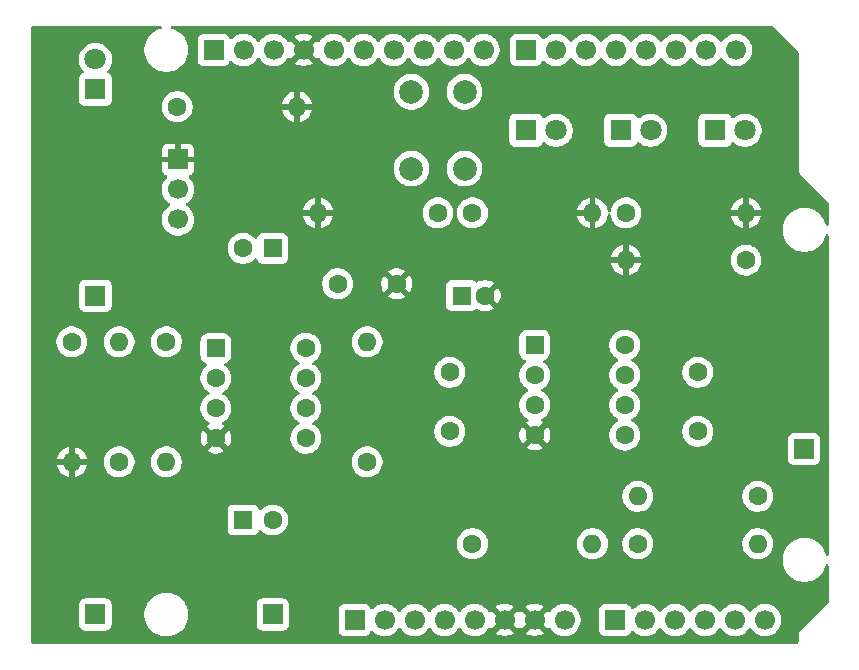
<source format=gbr>
%TF.GenerationSoftware,KiCad,Pcbnew,9.0.1*%
%TF.CreationDate,2025-05-17T19:15:48+02:00*%
%TF.ProjectId,Bandpass_Filter,42616e64-7061-4737-935f-46696c746572,v1*%
%TF.SameCoordinates,Original*%
%TF.FileFunction,Copper,L2,Inr*%
%TF.FilePolarity,Positive*%
%FSLAX46Y46*%
G04 Gerber Fmt 4.6, Leading zero omitted, Abs format (unit mm)*
G04 Created by KiCad (PCBNEW 9.0.1) date 2025-05-17 19:15:48*
%MOMM*%
%LPD*%
G01*
G04 APERTURE LIST*
G04 Aperture macros list*
%AMRoundRect*
0 Rectangle with rounded corners*
0 $1 Rounding radius*
0 $2 $3 $4 $5 $6 $7 $8 $9 X,Y pos of 4 corners*
0 Add a 4 corners polygon primitive as box body*
4,1,4,$2,$3,$4,$5,$6,$7,$8,$9,$2,$3,0*
0 Add four circle primitives for the rounded corners*
1,1,$1+$1,$2,$3*
1,1,$1+$1,$4,$5*
1,1,$1+$1,$6,$7*
1,1,$1+$1,$8,$9*
0 Add four rect primitives between the rounded corners*
20,1,$1+$1,$2,$3,$4,$5,0*
20,1,$1+$1,$4,$5,$6,$7,0*
20,1,$1+$1,$6,$7,$8,$9,0*
20,1,$1+$1,$8,$9,$2,$3,0*%
G04 Aperture macros list end*
%TA.AperFunction,ComponentPad*%
%ADD10R,1.800000X1.800000*%
%TD*%
%TA.AperFunction,ComponentPad*%
%ADD11C,1.800000*%
%TD*%
%TA.AperFunction,ComponentPad*%
%ADD12C,1.600000*%
%TD*%
%TA.AperFunction,ComponentPad*%
%ADD13O,1.600000X1.600000*%
%TD*%
%TA.AperFunction,ComponentPad*%
%ADD14R,1.700000X1.700000*%
%TD*%
%TA.AperFunction,ComponentPad*%
%ADD15R,1.600000X1.600000*%
%TD*%
%TA.AperFunction,ComponentPad*%
%ADD16RoundRect,0.250000X-0.550000X-0.550000X0.550000X-0.550000X0.550000X0.550000X-0.550000X0.550000X0*%
%TD*%
%TA.AperFunction,ComponentPad*%
%ADD17C,2.000000*%
%TD*%
%TA.AperFunction,ComponentPad*%
%ADD18C,1.700000*%
%TD*%
G04 APERTURE END LIST*
D10*
%TO.N,Net-(D1-K)*%
%TO.C,D1*%
X106000000Y-52540000D03*
D11*
%TO.N,+5V*%
X106000000Y-50000000D03*
%TD*%
D12*
%TO.N,Net-(D3-K)*%
%TO.C,R11*%
X150920000Y-63000000D03*
D13*
%TO.N,GND*%
X161080000Y-63000000D03*
%TD*%
D12*
%TO.N,/V_cm*%
%TO.C,R2*%
X104000000Y-73920000D03*
D13*
%TO.N,GND*%
X104000000Y-84080000D03*
%TD*%
D12*
%TO.N,Net-(U1--)*%
%TO.C,C6*%
X157000000Y-76500000D03*
%TO.N,Net-(C6-Pad2)*%
X157000000Y-81500000D03*
%TD*%
%TO.N,Net-(C6-Pad2)*%
%TO.C,R7*%
X162080000Y-87000000D03*
D13*
%TO.N,/A0*%
X151920000Y-87000000D03*
%TD*%
D12*
%TO.N,/7*%
%TO.C,R9*%
X135000000Y-63000000D03*
D13*
%TO.N,GND*%
X124840000Y-63000000D03*
%TD*%
D14*
%TO.N,Net-(C6-Pad2)*%
%TO.C,TP2*%
X166000000Y-83000000D03*
%TD*%
D12*
%TO.N,Net-(D1-K)*%
%TO.C,R8*%
X112920000Y-54000000D03*
D13*
%TO.N,GND*%
X123080000Y-54000000D03*
%TD*%
D14*
%TO.N,/Radar_input*%
%TO.C,TP3*%
X106000000Y-70000000D03*
%TD*%
D10*
%TO.N,Net-(D2-K)*%
%TO.C,D2*%
X142460000Y-56000000D03*
D11*
%TO.N,/\u002A6*%
X145000000Y-56000000D03*
%TD*%
D12*
%TO.N,/V_cm*%
%TO.C,C4*%
X126500000Y-69000000D03*
%TO.N,GND*%
X131500000Y-69000000D03*
%TD*%
D14*
%TO.N,Net-(C3-Pad2)*%
%TO.C,TP1*%
X121000000Y-97000000D03*
%TD*%
D15*
%TO.N,/V_cm*%
%TO.C,C2*%
X137000000Y-70000000D03*
D12*
%TO.N,GND*%
X139000000Y-70000000D03*
%TD*%
D16*
%TO.N,unconnected-(U3-NC-Pad1)*%
%TO.C,U3*%
X116195000Y-74460000D03*
D12*
%TO.N,Net-(U3--)*%
X116195000Y-77000000D03*
%TO.N,/V_cm*%
X116195000Y-79540000D03*
%TO.N,GND*%
X116195000Y-82080000D03*
%TO.N,unconnected-(U3-NC-Pad5)*%
X123815000Y-82080000D03*
%TO.N,Net-(C3-Pad2)*%
X123815000Y-79540000D03*
%TO.N,+5V*%
X123815000Y-77000000D03*
%TO.N,unconnected-(U3-NC-Pad8)*%
X123815000Y-74460000D03*
%TD*%
%TO.N,+5V*%
%TO.C,R1*%
X108000000Y-84080000D03*
D13*
%TO.N,/V_cm*%
X108000000Y-73920000D03*
%TD*%
D12*
%TO.N,Net-(D4-K)*%
%TO.C,R12*%
X161080000Y-67000000D03*
D13*
%TO.N,GND*%
X150920000Y-67000000D03*
%TD*%
D15*
%TO.N,Net-(C3-Pad2)*%
%TO.C,C5*%
X118500000Y-89000000D03*
D12*
%TO.N,Net-(C5-Pad2)*%
X121000000Y-89000000D03*
%TD*%
D10*
%TO.N,Net-(D3-K)*%
%TO.C,D3*%
X150460000Y-56000000D03*
D11*
%TO.N,/\u002A5*%
X153000000Y-56000000D03*
%TD*%
D12*
%TO.N,Net-(C5-Pad2)*%
%TO.C,R5*%
X137920000Y-91000000D03*
D13*
%TO.N,Net-(U1--)*%
X148080000Y-91000000D03*
%TD*%
D12*
%TO.N,Net-(U3--)*%
%TO.C,C3*%
X136000000Y-81500000D03*
%TO.N,Net-(C3-Pad2)*%
X136000000Y-76500000D03*
%TD*%
%TO.N,Net-(U3--)*%
%TO.C,R4*%
X129000000Y-84080000D03*
D13*
%TO.N,Net-(C3-Pad2)*%
X129000000Y-73920000D03*
%TD*%
D12*
%TO.N,Net-(U1--)*%
%TO.C,R6*%
X151920000Y-91000000D03*
D13*
%TO.N,Net-(C6-Pad2)*%
X162080000Y-91000000D03*
%TD*%
D17*
%TO.N,/7*%
%TO.C,SW1*%
X132750000Y-59250000D03*
X132750000Y-52750000D03*
%TO.N,+5V*%
X137250000Y-59250000D03*
X137250000Y-52750000D03*
%TD*%
D10*
%TO.N,Net-(D4-K)*%
%TO.C,D4*%
X158460000Y-56000000D03*
D11*
%TO.N,/4*%
X161000000Y-56000000D03*
%TD*%
D15*
%TO.N,Net-(C1-Pad1)*%
%TO.C,C1*%
X121000000Y-66000000D03*
D12*
%TO.N,/Radar_input*%
X118500000Y-66000000D03*
%TD*%
D16*
%TO.N,unconnected-(U1-NC-Pad1)*%
%TO.C,U1*%
X143195000Y-74190000D03*
D12*
%TO.N,Net-(U1--)*%
X143195000Y-76730000D03*
%TO.N,/V_cm*%
X143195000Y-79270000D03*
%TO.N,GND*%
X143195000Y-81810000D03*
%TO.N,unconnected-(U1-NC-Pad5)*%
X150815000Y-81810000D03*
%TO.N,Net-(C6-Pad2)*%
X150815000Y-79270000D03*
%TO.N,+5V*%
X150815000Y-76730000D03*
%TO.N,unconnected-(U1-NC-Pad8)*%
X150815000Y-74190000D03*
%TD*%
%TO.N,Net-(D2-K)*%
%TO.C,R10*%
X137920000Y-63000000D03*
D13*
%TO.N,GND*%
X148080000Y-63000000D03*
%TD*%
D14*
%TO.N,/V_cm*%
%TO.C,TP4*%
X106000000Y-97000000D03*
%TD*%
D12*
%TO.N,Net-(C1-Pad1)*%
%TO.C,R3*%
X112000000Y-73920000D03*
D13*
%TO.N,Net-(U3--)*%
X112000000Y-84080000D03*
%TD*%
D14*
%TO.N,GND*%
%TO.C,J5*%
X113000000Y-58475000D03*
D18*
%TO.N,/Radar_input*%
X113000000Y-61015000D03*
%TO.N,+5V*%
X113000000Y-63555000D03*
%TD*%
D14*
%TO.N,unconnected-(J1-Pin_1-Pad1)*%
%TO.C,J1*%
X127940000Y-97460000D03*
D18*
%TO.N,/IOREF*%
X130480000Y-97460000D03*
%TO.N,/~{RESET}*%
X133020000Y-97460000D03*
%TO.N,unconnected-(J1-Pin_4-Pad4)*%
X135560000Y-97460000D03*
%TO.N,+5V*%
X138100000Y-97460000D03*
%TO.N,GND*%
X140640000Y-97460000D03*
X143180000Y-97460000D03*
%TO.N,unconnected-(J1-Pin_8-Pad8)*%
X145720000Y-97460000D03*
%TD*%
D14*
%TO.N,/A0*%
%TO.C,J3*%
X150000000Y-97460000D03*
D18*
%TO.N,/A1*%
X152540000Y-97460000D03*
%TO.N,/A2*%
X155080000Y-97460000D03*
%TO.N,/A3*%
X157620000Y-97460000D03*
%TO.N,/SDA{slash}A4*%
X160160000Y-97460000D03*
%TO.N,/SCL{slash}A5*%
X162700000Y-97460000D03*
%TD*%
D14*
%TO.N,/SCL{slash}A5*%
%TO.C,J2*%
X116000000Y-49200000D03*
D18*
%TO.N,/SDA{slash}A4*%
X118540000Y-49200000D03*
%TO.N,/AREF*%
X121080000Y-49200000D03*
%TO.N,GND*%
X123620000Y-49200000D03*
%TO.N,/13*%
X126160000Y-49200000D03*
%TO.N,/12*%
X128700000Y-49200000D03*
%TO.N,/\u002A11*%
X131240000Y-49200000D03*
%TO.N,/\u002A10*%
X133780000Y-49200000D03*
%TO.N,/\u002A9*%
X136320000Y-49200000D03*
%TO.N,/8*%
X138860000Y-49200000D03*
%TD*%
D14*
%TO.N,/7*%
%TO.C,J4*%
X142460000Y-49200000D03*
D18*
%TO.N,/\u002A6*%
X145000000Y-49200000D03*
%TO.N,/\u002A5*%
X147540000Y-49200000D03*
%TO.N,/4*%
X150080000Y-49200000D03*
%TO.N,/\u002A3*%
X152620000Y-49200000D03*
%TO.N,/2*%
X155160000Y-49200000D03*
%TO.N,/TX{slash}1*%
X157700000Y-49200000D03*
%TO.N,/RX{slash}0*%
X160240000Y-49200000D03*
%TD*%
%TA.AperFunction,Conductor*%
%TO.N,GND*%
G36*
X111586900Y-47180185D02*
G01*
X111632655Y-47232989D01*
X111642599Y-47302147D01*
X111613574Y-47365703D01*
X111554796Y-47403477D01*
X111551999Y-47404262D01*
X111485803Y-47422000D01*
X111403895Y-47443947D01*
X111179794Y-47536773D01*
X111179785Y-47536777D01*
X110969706Y-47658067D01*
X110777263Y-47805733D01*
X110777256Y-47805739D01*
X110605739Y-47977256D01*
X110605733Y-47977263D01*
X110458067Y-48169706D01*
X110336777Y-48379785D01*
X110336773Y-48379794D01*
X110243947Y-48603895D01*
X110181161Y-48838214D01*
X110149500Y-49078711D01*
X110149500Y-49321288D01*
X110181161Y-49561785D01*
X110243947Y-49796104D01*
X110336773Y-50020205D01*
X110336776Y-50020212D01*
X110458064Y-50230289D01*
X110458066Y-50230292D01*
X110458067Y-50230293D01*
X110605733Y-50422736D01*
X110605739Y-50422743D01*
X110777256Y-50594260D01*
X110777262Y-50594265D01*
X110969711Y-50741936D01*
X111179788Y-50863224D01*
X111403900Y-50956054D01*
X111638211Y-51018838D01*
X111818586Y-51042584D01*
X111878711Y-51050500D01*
X111878712Y-51050500D01*
X112121289Y-51050500D01*
X112169388Y-51044167D01*
X112361789Y-51018838D01*
X112596100Y-50956054D01*
X112820212Y-50863224D01*
X113030289Y-50741936D01*
X113222738Y-50594265D01*
X113394265Y-50422738D01*
X113541936Y-50230289D01*
X113663224Y-50020212D01*
X113756054Y-49796100D01*
X113818838Y-49561789D01*
X113850500Y-49321288D01*
X113850500Y-49078712D01*
X113818838Y-48838211D01*
X113756054Y-48603900D01*
X113663224Y-48379788D01*
X113617935Y-48301345D01*
X114641500Y-48301345D01*
X114641500Y-50098654D01*
X114648011Y-50159202D01*
X114648011Y-50159204D01*
X114699111Y-50296204D01*
X114786739Y-50413261D01*
X114903796Y-50500889D01*
X115040799Y-50551989D01*
X115068050Y-50554918D01*
X115101345Y-50558499D01*
X115101362Y-50558500D01*
X116898638Y-50558500D01*
X116898654Y-50558499D01*
X116925692Y-50555591D01*
X116959201Y-50551989D01*
X117096204Y-50500889D01*
X117213261Y-50413261D01*
X117300889Y-50296204D01*
X117345957Y-50175371D01*
X117387827Y-50119442D01*
X117453291Y-50095025D01*
X117521564Y-50109877D01*
X117549818Y-50131028D01*
X117654996Y-50236206D01*
X117827991Y-50361894D01*
X117921438Y-50409507D01*
X118018516Y-50458972D01*
X118018519Y-50458973D01*
X118120200Y-50492010D01*
X118221884Y-50525049D01*
X118433084Y-50558500D01*
X118433085Y-50558500D01*
X118646915Y-50558500D01*
X118646916Y-50558500D01*
X118858116Y-50525049D01*
X119061483Y-50458972D01*
X119252009Y-50361894D01*
X119425004Y-50236206D01*
X119576206Y-50085004D01*
X119701894Y-49912009D01*
X119701896Y-49912004D01*
X119704270Y-49908132D01*
X119756080Y-49861254D01*
X119825009Y-49849829D01*
X119889173Y-49877483D01*
X119915730Y-49908132D01*
X119918103Y-49912005D01*
X119918105Y-49912008D01*
X119918106Y-49912009D01*
X120043794Y-50085004D01*
X120194996Y-50236206D01*
X120367991Y-50361894D01*
X120461438Y-50409507D01*
X120558516Y-50458972D01*
X120558519Y-50458973D01*
X120660200Y-50492010D01*
X120761884Y-50525049D01*
X120973084Y-50558500D01*
X120973085Y-50558500D01*
X121186915Y-50558500D01*
X121186916Y-50558500D01*
X121398116Y-50525049D01*
X121601483Y-50458972D01*
X121792009Y-50361894D01*
X121965004Y-50236206D01*
X122116206Y-50085004D01*
X122241894Y-49912009D01*
X122244283Y-49907319D01*
X122292254Y-49856522D01*
X122360074Y-49839724D01*
X122426210Y-49862258D01*
X122462196Y-49903783D01*
X122462829Y-49903396D01*
X122465167Y-49907211D01*
X122465251Y-49907308D01*
X122465371Y-49907545D01*
X122465373Y-49907547D01*
X122504728Y-49961716D01*
X123137037Y-49329408D01*
X123154075Y-49392993D01*
X123219901Y-49507007D01*
X123312993Y-49600099D01*
X123427007Y-49665925D01*
X123490590Y-49682962D01*
X122858282Y-50315269D01*
X122858282Y-50315270D01*
X122912449Y-50354624D01*
X123101782Y-50451095D01*
X123303870Y-50516757D01*
X123513754Y-50550000D01*
X123726246Y-50550000D01*
X123936127Y-50516757D01*
X123936130Y-50516757D01*
X124138217Y-50451095D01*
X124327554Y-50354622D01*
X124381716Y-50315270D01*
X124381717Y-50315270D01*
X123749408Y-49682962D01*
X123812993Y-49665925D01*
X123927007Y-49600099D01*
X124020099Y-49507007D01*
X124085925Y-49392993D01*
X124102962Y-49329408D01*
X124735270Y-49961717D01*
X124735270Y-49961716D01*
X124774621Y-49907556D01*
X124774738Y-49907327D01*
X124774808Y-49907252D01*
X124777168Y-49903402D01*
X124777976Y-49903897D01*
X124822707Y-49856526D01*
X124890526Y-49839723D01*
X124956663Y-49862254D01*
X124995712Y-49907311D01*
X124998105Y-49912008D01*
X125034220Y-49961716D01*
X125123794Y-50085004D01*
X125274996Y-50236206D01*
X125447991Y-50361894D01*
X125541438Y-50409507D01*
X125638516Y-50458972D01*
X125638519Y-50458973D01*
X125740200Y-50492010D01*
X125841884Y-50525049D01*
X126053084Y-50558500D01*
X126053085Y-50558500D01*
X126266915Y-50558500D01*
X126266916Y-50558500D01*
X126478116Y-50525049D01*
X126681483Y-50458972D01*
X126872009Y-50361894D01*
X127045004Y-50236206D01*
X127196206Y-50085004D01*
X127321894Y-49912009D01*
X127321896Y-49912004D01*
X127324270Y-49908132D01*
X127376080Y-49861254D01*
X127445009Y-49849829D01*
X127509173Y-49877483D01*
X127535730Y-49908132D01*
X127538103Y-49912005D01*
X127538105Y-49912008D01*
X127538106Y-49912009D01*
X127663794Y-50085004D01*
X127814996Y-50236206D01*
X127987991Y-50361894D01*
X128081438Y-50409507D01*
X128178516Y-50458972D01*
X128178519Y-50458973D01*
X128280200Y-50492010D01*
X128381884Y-50525049D01*
X128593084Y-50558500D01*
X128593085Y-50558500D01*
X128806915Y-50558500D01*
X128806916Y-50558500D01*
X129018116Y-50525049D01*
X129221483Y-50458972D01*
X129412009Y-50361894D01*
X129585004Y-50236206D01*
X129736206Y-50085004D01*
X129861894Y-49912009D01*
X129861896Y-49912004D01*
X129864270Y-49908132D01*
X129916080Y-49861254D01*
X129985009Y-49849829D01*
X130049173Y-49877483D01*
X130075730Y-49908132D01*
X130078103Y-49912005D01*
X130078105Y-49912008D01*
X130078106Y-49912009D01*
X130203794Y-50085004D01*
X130354996Y-50236206D01*
X130527991Y-50361894D01*
X130621438Y-50409507D01*
X130718516Y-50458972D01*
X130718519Y-50458973D01*
X130820200Y-50492010D01*
X130921884Y-50525049D01*
X131133084Y-50558500D01*
X131133085Y-50558500D01*
X131346915Y-50558500D01*
X131346916Y-50558500D01*
X131558116Y-50525049D01*
X131761483Y-50458972D01*
X131952009Y-50361894D01*
X132125004Y-50236206D01*
X132276206Y-50085004D01*
X132401894Y-49912009D01*
X132401896Y-49912004D01*
X132404270Y-49908132D01*
X132456080Y-49861254D01*
X132525009Y-49849829D01*
X132589173Y-49877483D01*
X132615730Y-49908132D01*
X132618103Y-49912005D01*
X132618105Y-49912008D01*
X132618106Y-49912009D01*
X132743794Y-50085004D01*
X132894996Y-50236206D01*
X133067991Y-50361894D01*
X133161438Y-50409507D01*
X133258516Y-50458972D01*
X133258519Y-50458973D01*
X133360200Y-50492010D01*
X133461884Y-50525049D01*
X133673084Y-50558500D01*
X133673085Y-50558500D01*
X133886915Y-50558500D01*
X133886916Y-50558500D01*
X134098116Y-50525049D01*
X134301483Y-50458972D01*
X134492009Y-50361894D01*
X134665004Y-50236206D01*
X134816206Y-50085004D01*
X134941894Y-49912009D01*
X134941896Y-49912004D01*
X134944270Y-49908132D01*
X134996080Y-49861254D01*
X135065009Y-49849829D01*
X135129173Y-49877483D01*
X135155730Y-49908132D01*
X135158103Y-49912005D01*
X135158105Y-49912008D01*
X135158106Y-49912009D01*
X135283794Y-50085004D01*
X135434996Y-50236206D01*
X135607991Y-50361894D01*
X135701438Y-50409507D01*
X135798516Y-50458972D01*
X135798519Y-50458973D01*
X135900200Y-50492010D01*
X136001884Y-50525049D01*
X136213084Y-50558500D01*
X136213085Y-50558500D01*
X136426915Y-50558500D01*
X136426916Y-50558500D01*
X136638116Y-50525049D01*
X136841483Y-50458972D01*
X137032009Y-50361894D01*
X137205004Y-50236206D01*
X137356206Y-50085004D01*
X137481894Y-49912009D01*
X137481896Y-49912004D01*
X137484270Y-49908132D01*
X137536080Y-49861254D01*
X137605009Y-49849829D01*
X137669173Y-49877483D01*
X137695730Y-49908132D01*
X137698103Y-49912005D01*
X137698105Y-49912008D01*
X137698106Y-49912009D01*
X137823794Y-50085004D01*
X137974996Y-50236206D01*
X138147991Y-50361894D01*
X138241438Y-50409507D01*
X138338516Y-50458972D01*
X138338519Y-50458973D01*
X138440200Y-50492010D01*
X138541884Y-50525049D01*
X138753084Y-50558500D01*
X138753085Y-50558500D01*
X138966915Y-50558500D01*
X138966916Y-50558500D01*
X139178116Y-50525049D01*
X139381483Y-50458972D01*
X139572009Y-50361894D01*
X139745004Y-50236206D01*
X139896206Y-50085004D01*
X140021894Y-49912009D01*
X140118972Y-49721483D01*
X140185049Y-49518116D01*
X140218500Y-49306916D01*
X140218500Y-49093084D01*
X140185049Y-48881884D01*
X140118972Y-48678517D01*
X140118972Y-48678516D01*
X140080950Y-48603895D01*
X140021894Y-48487991D01*
X139985778Y-48438282D01*
X139936844Y-48370929D01*
X139936842Y-48370927D01*
X139928933Y-48360041D01*
X139896206Y-48314996D01*
X139882555Y-48301345D01*
X141101500Y-48301345D01*
X141101500Y-50098654D01*
X141108011Y-50159202D01*
X141108011Y-50159204D01*
X141159111Y-50296204D01*
X141246739Y-50413261D01*
X141363796Y-50500889D01*
X141500799Y-50551989D01*
X141528050Y-50554918D01*
X141561345Y-50558499D01*
X141561362Y-50558500D01*
X143358638Y-50558500D01*
X143358654Y-50558499D01*
X143385692Y-50555591D01*
X143419201Y-50551989D01*
X143556204Y-50500889D01*
X143673261Y-50413261D01*
X143760889Y-50296204D01*
X143805957Y-50175371D01*
X143847827Y-50119442D01*
X143913291Y-50095025D01*
X143981564Y-50109877D01*
X144009818Y-50131028D01*
X144114996Y-50236206D01*
X144287991Y-50361894D01*
X144381438Y-50409507D01*
X144478516Y-50458972D01*
X144478519Y-50458973D01*
X144580200Y-50492010D01*
X144681884Y-50525049D01*
X144893084Y-50558500D01*
X144893085Y-50558500D01*
X145106915Y-50558500D01*
X145106916Y-50558500D01*
X145318116Y-50525049D01*
X145521483Y-50458972D01*
X145712009Y-50361894D01*
X145885004Y-50236206D01*
X146036206Y-50085004D01*
X146161894Y-49912009D01*
X146161896Y-49912004D01*
X146164270Y-49908132D01*
X146216080Y-49861254D01*
X146285009Y-49849829D01*
X146349173Y-49877483D01*
X146375730Y-49908132D01*
X146378103Y-49912005D01*
X146378105Y-49912008D01*
X146378106Y-49912009D01*
X146503794Y-50085004D01*
X146654996Y-50236206D01*
X146827991Y-50361894D01*
X146921438Y-50409507D01*
X147018516Y-50458972D01*
X147018519Y-50458973D01*
X147120200Y-50492010D01*
X147221884Y-50525049D01*
X147433084Y-50558500D01*
X147433085Y-50558500D01*
X147646915Y-50558500D01*
X147646916Y-50558500D01*
X147858116Y-50525049D01*
X148061483Y-50458972D01*
X148252009Y-50361894D01*
X148425004Y-50236206D01*
X148576206Y-50085004D01*
X148701894Y-49912009D01*
X148701896Y-49912004D01*
X148704270Y-49908132D01*
X148756080Y-49861254D01*
X148825009Y-49849829D01*
X148889173Y-49877483D01*
X148915730Y-49908132D01*
X148918103Y-49912005D01*
X148918105Y-49912008D01*
X148918106Y-49912009D01*
X149043794Y-50085004D01*
X149194996Y-50236206D01*
X149367991Y-50361894D01*
X149461438Y-50409507D01*
X149558516Y-50458972D01*
X149558519Y-50458973D01*
X149660200Y-50492010D01*
X149761884Y-50525049D01*
X149973084Y-50558500D01*
X149973085Y-50558500D01*
X150186915Y-50558500D01*
X150186916Y-50558500D01*
X150398116Y-50525049D01*
X150601483Y-50458972D01*
X150792009Y-50361894D01*
X150965004Y-50236206D01*
X151116206Y-50085004D01*
X151241894Y-49912009D01*
X151241896Y-49912004D01*
X151244270Y-49908132D01*
X151296080Y-49861254D01*
X151365009Y-49849829D01*
X151429173Y-49877483D01*
X151455730Y-49908132D01*
X151458103Y-49912005D01*
X151458105Y-49912008D01*
X151458106Y-49912009D01*
X151583794Y-50085004D01*
X151734996Y-50236206D01*
X151907991Y-50361894D01*
X152001438Y-50409507D01*
X152098516Y-50458972D01*
X152098519Y-50458973D01*
X152200200Y-50492010D01*
X152301884Y-50525049D01*
X152513084Y-50558500D01*
X152513085Y-50558500D01*
X152726915Y-50558500D01*
X152726916Y-50558500D01*
X152938116Y-50525049D01*
X153141483Y-50458972D01*
X153332009Y-50361894D01*
X153505004Y-50236206D01*
X153656206Y-50085004D01*
X153781894Y-49912009D01*
X153781896Y-49912004D01*
X153784270Y-49908132D01*
X153836080Y-49861254D01*
X153905009Y-49849829D01*
X153969173Y-49877483D01*
X153995730Y-49908132D01*
X153998103Y-49912005D01*
X153998105Y-49912008D01*
X153998106Y-49912009D01*
X154123794Y-50085004D01*
X154274996Y-50236206D01*
X154447991Y-50361894D01*
X154541438Y-50409507D01*
X154638516Y-50458972D01*
X154638519Y-50458973D01*
X154740200Y-50492010D01*
X154841884Y-50525049D01*
X155053084Y-50558500D01*
X155053085Y-50558500D01*
X155266915Y-50558500D01*
X155266916Y-50558500D01*
X155478116Y-50525049D01*
X155681483Y-50458972D01*
X155872009Y-50361894D01*
X156045004Y-50236206D01*
X156196206Y-50085004D01*
X156321894Y-49912009D01*
X156321896Y-49912004D01*
X156324270Y-49908132D01*
X156376080Y-49861254D01*
X156445009Y-49849829D01*
X156509173Y-49877483D01*
X156535730Y-49908132D01*
X156538103Y-49912005D01*
X156538105Y-49912008D01*
X156538106Y-49912009D01*
X156663794Y-50085004D01*
X156814996Y-50236206D01*
X156987991Y-50361894D01*
X157081438Y-50409507D01*
X157178516Y-50458972D01*
X157178519Y-50458973D01*
X157280200Y-50492010D01*
X157381884Y-50525049D01*
X157593084Y-50558500D01*
X157593085Y-50558500D01*
X157806915Y-50558500D01*
X157806916Y-50558500D01*
X158018116Y-50525049D01*
X158221483Y-50458972D01*
X158412009Y-50361894D01*
X158585004Y-50236206D01*
X158736206Y-50085004D01*
X158861894Y-49912009D01*
X158861896Y-49912004D01*
X158864270Y-49908132D01*
X158916080Y-49861254D01*
X158985009Y-49849829D01*
X159049173Y-49877483D01*
X159075730Y-49908132D01*
X159078103Y-49912005D01*
X159078105Y-49912008D01*
X159078106Y-49912009D01*
X159203794Y-50085004D01*
X159354996Y-50236206D01*
X159527991Y-50361894D01*
X159621438Y-50409507D01*
X159718516Y-50458972D01*
X159718519Y-50458973D01*
X159820200Y-50492010D01*
X159921884Y-50525049D01*
X160133084Y-50558500D01*
X160133085Y-50558500D01*
X160346915Y-50558500D01*
X160346916Y-50558500D01*
X160558116Y-50525049D01*
X160761483Y-50458972D01*
X160952009Y-50361894D01*
X161125004Y-50236206D01*
X161276206Y-50085004D01*
X161401894Y-49912009D01*
X161498972Y-49721483D01*
X161565049Y-49518116D01*
X161598500Y-49306916D01*
X161598500Y-49093084D01*
X161565049Y-48881884D01*
X161498972Y-48678517D01*
X161498972Y-48678516D01*
X161449507Y-48581438D01*
X161401894Y-48487991D01*
X161276206Y-48314996D01*
X161125004Y-48163794D01*
X160952009Y-48038106D01*
X160761483Y-47941027D01*
X160761480Y-47941026D01*
X160558117Y-47874951D01*
X160452516Y-47858225D01*
X160346916Y-47841500D01*
X160133084Y-47841500D01*
X160062684Y-47852650D01*
X159921882Y-47874951D01*
X159718519Y-47941026D01*
X159718516Y-47941027D01*
X159527990Y-48038106D01*
X159354993Y-48163796D01*
X159203796Y-48314993D01*
X159078105Y-48487991D01*
X159075727Y-48491873D01*
X159023914Y-48538748D01*
X158954984Y-48550169D01*
X158890822Y-48522512D01*
X158864273Y-48491873D01*
X158861894Y-48487991D01*
X158783280Y-48379788D01*
X158736206Y-48314996D01*
X158585004Y-48163794D01*
X158412009Y-48038106D01*
X158221483Y-47941027D01*
X158221480Y-47941026D01*
X158018117Y-47874951D01*
X157912516Y-47858225D01*
X157806916Y-47841500D01*
X157593084Y-47841500D01*
X157522684Y-47852650D01*
X157381882Y-47874951D01*
X157178519Y-47941026D01*
X157178516Y-47941027D01*
X156987990Y-48038106D01*
X156814993Y-48163796D01*
X156663796Y-48314993D01*
X156538105Y-48487991D01*
X156535727Y-48491873D01*
X156483914Y-48538748D01*
X156414984Y-48550169D01*
X156350822Y-48522512D01*
X156324273Y-48491873D01*
X156321894Y-48487991D01*
X156243280Y-48379788D01*
X156196206Y-48314996D01*
X156045004Y-48163794D01*
X155872009Y-48038106D01*
X155681483Y-47941027D01*
X155681480Y-47941026D01*
X155478117Y-47874951D01*
X155372516Y-47858225D01*
X155266916Y-47841500D01*
X155053084Y-47841500D01*
X154982684Y-47852650D01*
X154841882Y-47874951D01*
X154638519Y-47941026D01*
X154638516Y-47941027D01*
X154447990Y-48038106D01*
X154274993Y-48163796D01*
X154123796Y-48314993D01*
X153998105Y-48487991D01*
X153995727Y-48491873D01*
X153943914Y-48538748D01*
X153874984Y-48550169D01*
X153810822Y-48522512D01*
X153784273Y-48491873D01*
X153781894Y-48487991D01*
X153703280Y-48379788D01*
X153656206Y-48314996D01*
X153505004Y-48163794D01*
X153332009Y-48038106D01*
X153141483Y-47941027D01*
X153141480Y-47941026D01*
X152938117Y-47874951D01*
X152832516Y-47858225D01*
X152726916Y-47841500D01*
X152513084Y-47841500D01*
X152442684Y-47852650D01*
X152301882Y-47874951D01*
X152098519Y-47941026D01*
X152098516Y-47941027D01*
X151907990Y-48038106D01*
X151734993Y-48163796D01*
X151583796Y-48314993D01*
X151458105Y-48487991D01*
X151455727Y-48491873D01*
X151403914Y-48538748D01*
X151334984Y-48550169D01*
X151270822Y-48522512D01*
X151244273Y-48491873D01*
X151241894Y-48487991D01*
X151163280Y-48379788D01*
X151116206Y-48314996D01*
X150965004Y-48163794D01*
X150792009Y-48038106D01*
X150601483Y-47941027D01*
X150601480Y-47941026D01*
X150398117Y-47874951D01*
X150292516Y-47858225D01*
X150186916Y-47841500D01*
X149973084Y-47841500D01*
X149902684Y-47852650D01*
X149761882Y-47874951D01*
X149558519Y-47941026D01*
X149558516Y-47941027D01*
X149367990Y-48038106D01*
X149194993Y-48163796D01*
X149043796Y-48314993D01*
X148918105Y-48487991D01*
X148915727Y-48491873D01*
X148863914Y-48538748D01*
X148794984Y-48550169D01*
X148730822Y-48522512D01*
X148704273Y-48491873D01*
X148701894Y-48487991D01*
X148623280Y-48379788D01*
X148576206Y-48314996D01*
X148425004Y-48163794D01*
X148252009Y-48038106D01*
X148061483Y-47941027D01*
X148061480Y-47941026D01*
X147858117Y-47874951D01*
X147752516Y-47858225D01*
X147646916Y-47841500D01*
X147433084Y-47841500D01*
X147362684Y-47852650D01*
X147221882Y-47874951D01*
X147018519Y-47941026D01*
X147018516Y-47941027D01*
X146827990Y-48038106D01*
X146654993Y-48163796D01*
X146503796Y-48314993D01*
X146378105Y-48487991D01*
X146375727Y-48491873D01*
X146323914Y-48538748D01*
X146254984Y-48550169D01*
X146190822Y-48522512D01*
X146164273Y-48491873D01*
X146161894Y-48487991D01*
X146083280Y-48379788D01*
X146036206Y-48314996D01*
X145885004Y-48163794D01*
X145712009Y-48038106D01*
X145521483Y-47941027D01*
X145521480Y-47941026D01*
X145318117Y-47874951D01*
X145212516Y-47858225D01*
X145106916Y-47841500D01*
X144893084Y-47841500D01*
X144822684Y-47852650D01*
X144681882Y-47874951D01*
X144478519Y-47941026D01*
X144478516Y-47941027D01*
X144287990Y-48038106D01*
X144114997Y-48163793D01*
X144009818Y-48268972D01*
X143948495Y-48302456D01*
X143878803Y-48297472D01*
X143822870Y-48255600D01*
X143805958Y-48224629D01*
X143760889Y-48103796D01*
X143673261Y-47986739D01*
X143556204Y-47899111D01*
X143419203Y-47848011D01*
X143358654Y-47841500D01*
X143358638Y-47841500D01*
X141561362Y-47841500D01*
X141561345Y-47841500D01*
X141500797Y-47848011D01*
X141500795Y-47848011D01*
X141363795Y-47899111D01*
X141246739Y-47986739D01*
X141159111Y-48103795D01*
X141108011Y-48240795D01*
X141108011Y-48240797D01*
X141101500Y-48301345D01*
X139882555Y-48301345D01*
X139745004Y-48163794D01*
X139572009Y-48038106D01*
X139381483Y-47941027D01*
X139381480Y-47941026D01*
X139178117Y-47874951D01*
X139072516Y-47858225D01*
X138966916Y-47841500D01*
X138753084Y-47841500D01*
X138682684Y-47852650D01*
X138541882Y-47874951D01*
X138338519Y-47941026D01*
X138338516Y-47941027D01*
X138147990Y-48038106D01*
X137974993Y-48163796D01*
X137823796Y-48314993D01*
X137698105Y-48487991D01*
X137695727Y-48491873D01*
X137643914Y-48538748D01*
X137574984Y-48550169D01*
X137510822Y-48522512D01*
X137484273Y-48491873D01*
X137481894Y-48487991D01*
X137403280Y-48379788D01*
X137356206Y-48314996D01*
X137205004Y-48163794D01*
X137032009Y-48038106D01*
X136841483Y-47941027D01*
X136841480Y-47941026D01*
X136638117Y-47874951D01*
X136532516Y-47858225D01*
X136426916Y-47841500D01*
X136213084Y-47841500D01*
X136142684Y-47852650D01*
X136001882Y-47874951D01*
X135798519Y-47941026D01*
X135798516Y-47941027D01*
X135607990Y-48038106D01*
X135434993Y-48163796D01*
X135283796Y-48314993D01*
X135158105Y-48487991D01*
X135155727Y-48491873D01*
X135103914Y-48538748D01*
X135034984Y-48550169D01*
X134970822Y-48522512D01*
X134944273Y-48491873D01*
X134941894Y-48487991D01*
X134863280Y-48379788D01*
X134816206Y-48314996D01*
X134665004Y-48163794D01*
X134492009Y-48038106D01*
X134301483Y-47941027D01*
X134301480Y-47941026D01*
X134098117Y-47874951D01*
X133992516Y-47858225D01*
X133886916Y-47841500D01*
X133673084Y-47841500D01*
X133602684Y-47852650D01*
X133461882Y-47874951D01*
X133258519Y-47941026D01*
X133258516Y-47941027D01*
X133067990Y-48038106D01*
X132894993Y-48163796D01*
X132743796Y-48314993D01*
X132618105Y-48487991D01*
X132615727Y-48491873D01*
X132563914Y-48538748D01*
X132494984Y-48550169D01*
X132430822Y-48522512D01*
X132404273Y-48491873D01*
X132401894Y-48487991D01*
X132323280Y-48379788D01*
X132276206Y-48314996D01*
X132125004Y-48163794D01*
X131952009Y-48038106D01*
X131761483Y-47941027D01*
X131761480Y-47941026D01*
X131558117Y-47874951D01*
X131452516Y-47858225D01*
X131346916Y-47841500D01*
X131133084Y-47841500D01*
X131062684Y-47852650D01*
X130921882Y-47874951D01*
X130718519Y-47941026D01*
X130718516Y-47941027D01*
X130527990Y-48038106D01*
X130354993Y-48163796D01*
X130203796Y-48314993D01*
X130078105Y-48487991D01*
X130075727Y-48491873D01*
X130023914Y-48538748D01*
X129954984Y-48550169D01*
X129890822Y-48522512D01*
X129864273Y-48491873D01*
X129861894Y-48487991D01*
X129783280Y-48379788D01*
X129736206Y-48314996D01*
X129585004Y-48163794D01*
X129412009Y-48038106D01*
X129221483Y-47941027D01*
X129221480Y-47941026D01*
X129018117Y-47874951D01*
X128912516Y-47858225D01*
X128806916Y-47841500D01*
X128593084Y-47841500D01*
X128522684Y-47852650D01*
X128381882Y-47874951D01*
X128178519Y-47941026D01*
X128178516Y-47941027D01*
X127987990Y-48038106D01*
X127814993Y-48163796D01*
X127663796Y-48314993D01*
X127538105Y-48487991D01*
X127535727Y-48491873D01*
X127483914Y-48538748D01*
X127414984Y-48550169D01*
X127350822Y-48522512D01*
X127324273Y-48491873D01*
X127321894Y-48487991D01*
X127243280Y-48379788D01*
X127196206Y-48314996D01*
X127045004Y-48163794D01*
X126872009Y-48038106D01*
X126681483Y-47941027D01*
X126681480Y-47941026D01*
X126478117Y-47874951D01*
X126372516Y-47858225D01*
X126266916Y-47841500D01*
X126053084Y-47841500D01*
X125982684Y-47852650D01*
X125841882Y-47874951D01*
X125638519Y-47941026D01*
X125638516Y-47941027D01*
X125447990Y-48038106D01*
X125274993Y-48163796D01*
X125123796Y-48314993D01*
X124998103Y-48487994D01*
X124995709Y-48492693D01*
X124947731Y-48543485D01*
X124879908Y-48560275D01*
X124813775Y-48537732D01*
X124777804Y-48496215D01*
X124777171Y-48496604D01*
X124774826Y-48492778D01*
X124774743Y-48492682D01*
X124774624Y-48492449D01*
X124735270Y-48438282D01*
X124735269Y-48438282D01*
X124102962Y-49070590D01*
X124085925Y-49007007D01*
X124020099Y-48892993D01*
X123927007Y-48799901D01*
X123812993Y-48734075D01*
X123749409Y-48717037D01*
X124381716Y-48084728D01*
X124327550Y-48045375D01*
X124138217Y-47948904D01*
X123936129Y-47883242D01*
X123726246Y-47850000D01*
X123513754Y-47850000D01*
X123303872Y-47883242D01*
X123303869Y-47883242D01*
X123101782Y-47948904D01*
X122912439Y-48045380D01*
X122858282Y-48084727D01*
X122858282Y-48084728D01*
X123490591Y-48717037D01*
X123427007Y-48734075D01*
X123312993Y-48799901D01*
X123219901Y-48892993D01*
X123154075Y-49007007D01*
X123137037Y-49070591D01*
X122504728Y-48438282D01*
X122504727Y-48438282D01*
X122465380Y-48492440D01*
X122465374Y-48492449D01*
X122465246Y-48492702D01*
X122465172Y-48492780D01*
X122462838Y-48496590D01*
X122462036Y-48496099D01*
X122417264Y-48543490D01*
X122349441Y-48560275D01*
X122283309Y-48537728D01*
X122244283Y-48492680D01*
X122241894Y-48487991D01*
X122116206Y-48314996D01*
X121965004Y-48163794D01*
X121792009Y-48038106D01*
X121601483Y-47941027D01*
X121601480Y-47941026D01*
X121398117Y-47874951D01*
X121292516Y-47858225D01*
X121186916Y-47841500D01*
X120973084Y-47841500D01*
X120902684Y-47852650D01*
X120761882Y-47874951D01*
X120558519Y-47941026D01*
X120558516Y-47941027D01*
X120367990Y-48038106D01*
X120194993Y-48163796D01*
X120043796Y-48314993D01*
X119918105Y-48487991D01*
X119915727Y-48491873D01*
X119863914Y-48538748D01*
X119794984Y-48550169D01*
X119730822Y-48522512D01*
X119704273Y-48491873D01*
X119701894Y-48487991D01*
X119623280Y-48379788D01*
X119576206Y-48314996D01*
X119425004Y-48163794D01*
X119252009Y-48038106D01*
X119061483Y-47941027D01*
X119061480Y-47941026D01*
X118858117Y-47874951D01*
X118752516Y-47858225D01*
X118646916Y-47841500D01*
X118433084Y-47841500D01*
X118362684Y-47852650D01*
X118221882Y-47874951D01*
X118018519Y-47941026D01*
X118018516Y-47941027D01*
X117827990Y-48038106D01*
X117654997Y-48163793D01*
X117549818Y-48268972D01*
X117488495Y-48302456D01*
X117418803Y-48297472D01*
X117362870Y-48255600D01*
X117345958Y-48224629D01*
X117300889Y-48103796D01*
X117213261Y-47986739D01*
X117096204Y-47899111D01*
X116959203Y-47848011D01*
X116898654Y-47841500D01*
X116898638Y-47841500D01*
X115101362Y-47841500D01*
X115101345Y-47841500D01*
X115040797Y-47848011D01*
X115040795Y-47848011D01*
X114903795Y-47899111D01*
X114786739Y-47986739D01*
X114699111Y-48103795D01*
X114648011Y-48240795D01*
X114648011Y-48240797D01*
X114641500Y-48301345D01*
X113617935Y-48301345D01*
X113541936Y-48169711D01*
X113394265Y-47977262D01*
X113394260Y-47977256D01*
X113222743Y-47805739D01*
X113222736Y-47805733D01*
X113030293Y-47658067D01*
X113030292Y-47658066D01*
X113030289Y-47658064D01*
X112820212Y-47536776D01*
X112820205Y-47536773D01*
X112596104Y-47443947D01*
X112550610Y-47431757D01*
X112448043Y-47404273D01*
X112388385Y-47367910D01*
X112357856Y-47305063D01*
X112366151Y-47235687D01*
X112410636Y-47181809D01*
X112477188Y-47160535D01*
X112480139Y-47160500D01*
X163241324Y-47160500D01*
X163308363Y-47180185D01*
X163329005Y-47196819D01*
X165503181Y-49370995D01*
X165536666Y-49432318D01*
X165539500Y-49458676D01*
X165539500Y-59294108D01*
X165539500Y-59425892D01*
X165541238Y-59432379D01*
X165573608Y-59553187D01*
X165581633Y-59567086D01*
X165639500Y-59667314D01*
X165639502Y-59667316D01*
X168043181Y-62070995D01*
X168076666Y-62132318D01*
X168079500Y-62158676D01*
X168079500Y-63959860D01*
X168059815Y-64026899D01*
X168007011Y-64072654D01*
X167937853Y-64082598D01*
X167874297Y-64053573D01*
X167836523Y-63994795D01*
X167835725Y-63991954D01*
X167796054Y-63843900D01*
X167703224Y-63619788D01*
X167581936Y-63409711D01*
X167456014Y-63245606D01*
X167434266Y-63217263D01*
X167434260Y-63217256D01*
X167262743Y-63045739D01*
X167262736Y-63045733D01*
X167070293Y-62898067D01*
X167070292Y-62898066D01*
X167070289Y-62898064D01*
X166860212Y-62776776D01*
X166860205Y-62776773D01*
X166636104Y-62683947D01*
X166401785Y-62621161D01*
X166161289Y-62589500D01*
X166161288Y-62589500D01*
X165918712Y-62589500D01*
X165918711Y-62589500D01*
X165678214Y-62621161D01*
X165443895Y-62683947D01*
X165219794Y-62776773D01*
X165219785Y-62776777D01*
X165009706Y-62898067D01*
X164817263Y-63045733D01*
X164817256Y-63045739D01*
X164645739Y-63217256D01*
X164645733Y-63217263D01*
X164498067Y-63409706D01*
X164376777Y-63619785D01*
X164376773Y-63619794D01*
X164283947Y-63843895D01*
X164221161Y-64078214D01*
X164189500Y-64318711D01*
X164189500Y-64561288D01*
X164209985Y-64716894D01*
X164221162Y-64801789D01*
X164224427Y-64813973D01*
X164283947Y-65036104D01*
X164336298Y-65162489D01*
X164376776Y-65260212D01*
X164498064Y-65470289D01*
X164498066Y-65470292D01*
X164498067Y-65470293D01*
X164645733Y-65662736D01*
X164645739Y-65662743D01*
X164817256Y-65834260D01*
X164817262Y-65834265D01*
X165009711Y-65981936D01*
X165219788Y-66103224D01*
X165443900Y-66196054D01*
X165678211Y-66258838D01*
X165858586Y-66282584D01*
X165918711Y-66290500D01*
X165918712Y-66290500D01*
X166161289Y-66290500D01*
X166209388Y-66284167D01*
X166401789Y-66258838D01*
X166636100Y-66196054D01*
X166860212Y-66103224D01*
X167070289Y-65981936D01*
X167262738Y-65834265D01*
X167434265Y-65662738D01*
X167581936Y-65470289D01*
X167703224Y-65260212D01*
X167796054Y-65036100D01*
X167835726Y-64888043D01*
X167872090Y-64828385D01*
X167934937Y-64797856D01*
X168004313Y-64806151D01*
X168058191Y-64850636D01*
X168079465Y-64917188D01*
X168079500Y-64920139D01*
X168079500Y-91899860D01*
X168059815Y-91966899D01*
X168007011Y-92012654D01*
X167937853Y-92022598D01*
X167874297Y-91993573D01*
X167836523Y-91934795D01*
X167835725Y-91931954D01*
X167796054Y-91783900D01*
X167703224Y-91559788D01*
X167581936Y-91349711D01*
X167434265Y-91157262D01*
X167434260Y-91157256D01*
X167262743Y-90985739D01*
X167262736Y-90985733D01*
X167070293Y-90838067D01*
X167070292Y-90838066D01*
X167070289Y-90838064D01*
X166860212Y-90716776D01*
X166804241Y-90693592D01*
X166636104Y-90623947D01*
X166401785Y-90561161D01*
X166161289Y-90529500D01*
X166161288Y-90529500D01*
X165918712Y-90529500D01*
X165918711Y-90529500D01*
X165678214Y-90561161D01*
X165443895Y-90623947D01*
X165219794Y-90716773D01*
X165219785Y-90716777D01*
X165009706Y-90838067D01*
X164817263Y-90985733D01*
X164817256Y-90985739D01*
X164645739Y-91157256D01*
X164645733Y-91157263D01*
X164498067Y-91349706D01*
X164376777Y-91559785D01*
X164376773Y-91559794D01*
X164283947Y-91783895D01*
X164221161Y-92018214D01*
X164189500Y-92258711D01*
X164189500Y-92501288D01*
X164221161Y-92741785D01*
X164283947Y-92976104D01*
X164376773Y-93200205D01*
X164376776Y-93200212D01*
X164498064Y-93410289D01*
X164498066Y-93410292D01*
X164498067Y-93410293D01*
X164645733Y-93602736D01*
X164645739Y-93602743D01*
X164817256Y-93774260D01*
X164817262Y-93774265D01*
X165009711Y-93921936D01*
X165219788Y-94043224D01*
X165443900Y-94136054D01*
X165678211Y-94198838D01*
X165858586Y-94222584D01*
X165918711Y-94230500D01*
X165918712Y-94230500D01*
X166161289Y-94230500D01*
X166209388Y-94224167D01*
X166401789Y-94198838D01*
X166636100Y-94136054D01*
X166860212Y-94043224D01*
X167070289Y-93921936D01*
X167262738Y-93774265D01*
X167434265Y-93602738D01*
X167581936Y-93410289D01*
X167703224Y-93200212D01*
X167796054Y-92976100D01*
X167835726Y-92828043D01*
X167872090Y-92768385D01*
X167934937Y-92737856D01*
X168004313Y-92746151D01*
X168058191Y-92790636D01*
X168079465Y-92857188D01*
X168079500Y-92860139D01*
X168079500Y-95931324D01*
X168059815Y-95998363D01*
X168043181Y-96019005D01*
X165639502Y-98422683D01*
X165639500Y-98422686D01*
X165573608Y-98536812D01*
X165539500Y-98664108D01*
X165539500Y-99228242D01*
X165537973Y-99247639D01*
X165537973Y-99247641D01*
X165529773Y-99299411D01*
X165517785Y-99336307D01*
X165498474Y-99374207D01*
X165475670Y-99405593D01*
X165445593Y-99435670D01*
X165414207Y-99458474D01*
X165376307Y-99477785D01*
X165339411Y-99489773D01*
X165309068Y-99494579D01*
X165287639Y-99497973D01*
X165268243Y-99499500D01*
X100771757Y-99499500D01*
X100752360Y-99497973D01*
X100718098Y-99492546D01*
X100700588Y-99489773D01*
X100663695Y-99477786D01*
X100625790Y-99458472D01*
X100594406Y-99435670D01*
X100564329Y-99405593D01*
X100541528Y-99374211D01*
X100522212Y-99336301D01*
X100510227Y-99299417D01*
X100502025Y-99247630D01*
X100500500Y-99228242D01*
X100500500Y-96101345D01*
X104641500Y-96101345D01*
X104641500Y-97898654D01*
X104648011Y-97959202D01*
X104648011Y-97959204D01*
X104674527Y-98030293D01*
X104699111Y-98096204D01*
X104786739Y-98213261D01*
X104903796Y-98300889D01*
X105040799Y-98351989D01*
X105068050Y-98354918D01*
X105101345Y-98358499D01*
X105101362Y-98358500D01*
X106898638Y-98358500D01*
X106898654Y-98358499D01*
X106925692Y-98355591D01*
X106959201Y-98351989D01*
X107096204Y-98300889D01*
X107213261Y-98213261D01*
X107300889Y-98096204D01*
X107351989Y-97959201D01*
X107355591Y-97925692D01*
X107358499Y-97898654D01*
X107358500Y-97898637D01*
X107358500Y-96878711D01*
X110149500Y-96878711D01*
X110149500Y-97121288D01*
X110181161Y-97361785D01*
X110243947Y-97596104D01*
X110314738Y-97767007D01*
X110336776Y-97820212D01*
X110458064Y-98030289D01*
X110458066Y-98030292D01*
X110458067Y-98030293D01*
X110605733Y-98222736D01*
X110605739Y-98222743D01*
X110777256Y-98394260D01*
X110777263Y-98394266D01*
X110809763Y-98419204D01*
X110969711Y-98541936D01*
X111179788Y-98663224D01*
X111403900Y-98756054D01*
X111638211Y-98818838D01*
X111818586Y-98842584D01*
X111878711Y-98850500D01*
X111878712Y-98850500D01*
X112121289Y-98850500D01*
X112169388Y-98844167D01*
X112361789Y-98818838D01*
X112596100Y-98756054D01*
X112820212Y-98663224D01*
X113030289Y-98541936D01*
X113222738Y-98394265D01*
X113394265Y-98222738D01*
X113541936Y-98030289D01*
X113663224Y-97820212D01*
X113756054Y-97596100D01*
X113818838Y-97361789D01*
X113850500Y-97121288D01*
X113850500Y-96878712D01*
X113818838Y-96638211D01*
X113756054Y-96403900D01*
X113663224Y-96179788D01*
X113617935Y-96101345D01*
X119641500Y-96101345D01*
X119641500Y-97898654D01*
X119648011Y-97959202D01*
X119648011Y-97959204D01*
X119674527Y-98030293D01*
X119699111Y-98096204D01*
X119786739Y-98213261D01*
X119903796Y-98300889D01*
X120040799Y-98351989D01*
X120068050Y-98354918D01*
X120101345Y-98358499D01*
X120101362Y-98358500D01*
X121898638Y-98358500D01*
X121898654Y-98358499D01*
X121925692Y-98355591D01*
X121959201Y-98351989D01*
X122096204Y-98300889D01*
X122213261Y-98213261D01*
X122300889Y-98096204D01*
X122351989Y-97959201D01*
X122355591Y-97925692D01*
X122358499Y-97898654D01*
X122358500Y-97898637D01*
X122358500Y-96561345D01*
X126581500Y-96561345D01*
X126581500Y-98358654D01*
X126588011Y-98419202D01*
X126588011Y-98419204D01*
X126631878Y-98536812D01*
X126639111Y-98556204D01*
X126726739Y-98673261D01*
X126843796Y-98760889D01*
X126980799Y-98811989D01*
X127008050Y-98814918D01*
X127041345Y-98818499D01*
X127041362Y-98818500D01*
X128838638Y-98818500D01*
X128838654Y-98818499D01*
X128865692Y-98815591D01*
X128899201Y-98811989D01*
X129036204Y-98760889D01*
X129153261Y-98673261D01*
X129240889Y-98556204D01*
X129285957Y-98435371D01*
X129327827Y-98379442D01*
X129393291Y-98355025D01*
X129461564Y-98369877D01*
X129489818Y-98391028D01*
X129594996Y-98496206D01*
X129767991Y-98621894D01*
X129850841Y-98664108D01*
X129958516Y-98718972D01*
X129958519Y-98718973D01*
X130060200Y-98752010D01*
X130161884Y-98785049D01*
X130373084Y-98818500D01*
X130373085Y-98818500D01*
X130586915Y-98818500D01*
X130586916Y-98818500D01*
X130798116Y-98785049D01*
X131001483Y-98718972D01*
X131192009Y-98621894D01*
X131365004Y-98496206D01*
X131516206Y-98345004D01*
X131641894Y-98172009D01*
X131641896Y-98172004D01*
X131644270Y-98168132D01*
X131696080Y-98121254D01*
X131765009Y-98109829D01*
X131829173Y-98137483D01*
X131855730Y-98168132D01*
X131858103Y-98172005D01*
X131858105Y-98172008D01*
X131858106Y-98172009D01*
X131983794Y-98345004D01*
X132134996Y-98496206D01*
X132307991Y-98621894D01*
X132390841Y-98664108D01*
X132498516Y-98718972D01*
X132498519Y-98718973D01*
X132600200Y-98752010D01*
X132701884Y-98785049D01*
X132913084Y-98818500D01*
X132913085Y-98818500D01*
X133126915Y-98818500D01*
X133126916Y-98818500D01*
X133338116Y-98785049D01*
X133541483Y-98718972D01*
X133732009Y-98621894D01*
X133905004Y-98496206D01*
X134056206Y-98345004D01*
X134181894Y-98172009D01*
X134181896Y-98172004D01*
X134184270Y-98168132D01*
X134236080Y-98121254D01*
X134305009Y-98109829D01*
X134369173Y-98137483D01*
X134395730Y-98168132D01*
X134398103Y-98172005D01*
X134398105Y-98172008D01*
X134398106Y-98172009D01*
X134523794Y-98345004D01*
X134674996Y-98496206D01*
X134847991Y-98621894D01*
X134930841Y-98664108D01*
X135038516Y-98718972D01*
X135038519Y-98718973D01*
X135140200Y-98752010D01*
X135241884Y-98785049D01*
X135453084Y-98818500D01*
X135453085Y-98818500D01*
X135666915Y-98818500D01*
X135666916Y-98818500D01*
X135878116Y-98785049D01*
X136081483Y-98718972D01*
X136272009Y-98621894D01*
X136445004Y-98496206D01*
X136596206Y-98345004D01*
X136721894Y-98172009D01*
X136721896Y-98172004D01*
X136724270Y-98168132D01*
X136776080Y-98121254D01*
X136845009Y-98109829D01*
X136909173Y-98137483D01*
X136935730Y-98168132D01*
X136938103Y-98172005D01*
X136938105Y-98172008D01*
X136938106Y-98172009D01*
X137063794Y-98345004D01*
X137214996Y-98496206D01*
X137387991Y-98621894D01*
X137470841Y-98664108D01*
X137578516Y-98718972D01*
X137578519Y-98718973D01*
X137680200Y-98752010D01*
X137781884Y-98785049D01*
X137993084Y-98818500D01*
X137993085Y-98818500D01*
X138206915Y-98818500D01*
X138206916Y-98818500D01*
X138418116Y-98785049D01*
X138621483Y-98718972D01*
X138812009Y-98621894D01*
X138985004Y-98496206D01*
X139136206Y-98345004D01*
X139261894Y-98172009D01*
X139264283Y-98167319D01*
X139312254Y-98116522D01*
X139380074Y-98099724D01*
X139446210Y-98122258D01*
X139482196Y-98163783D01*
X139482829Y-98163396D01*
X139485167Y-98167211D01*
X139485251Y-98167308D01*
X139485371Y-98167545D01*
X139485373Y-98167547D01*
X139524728Y-98221716D01*
X140157037Y-97589408D01*
X140174075Y-97652993D01*
X140239901Y-97767007D01*
X140332993Y-97860099D01*
X140447007Y-97925925D01*
X140510590Y-97942962D01*
X139878282Y-98575269D01*
X139878282Y-98575270D01*
X139932449Y-98614624D01*
X140121782Y-98711095D01*
X140323870Y-98776757D01*
X140533754Y-98810000D01*
X140746246Y-98810000D01*
X140956127Y-98776757D01*
X140956130Y-98776757D01*
X141158217Y-98711095D01*
X141347554Y-98614622D01*
X141401716Y-98575270D01*
X141401717Y-98575270D01*
X140769408Y-97942962D01*
X140832993Y-97925925D01*
X140947007Y-97860099D01*
X141040099Y-97767007D01*
X141105925Y-97652993D01*
X141122962Y-97589409D01*
X141755270Y-98221717D01*
X141755270Y-98221716D01*
X141794622Y-98167554D01*
X141799514Y-98157954D01*
X141847488Y-98107157D01*
X141915308Y-98090361D01*
X141981444Y-98112897D01*
X142020486Y-98157954D01*
X142025375Y-98167550D01*
X142064728Y-98221716D01*
X142697037Y-97589408D01*
X142714075Y-97652993D01*
X142779901Y-97767007D01*
X142872993Y-97860099D01*
X142987007Y-97925925D01*
X143050590Y-97942962D01*
X142418282Y-98575269D01*
X142418282Y-98575270D01*
X142472449Y-98614624D01*
X142661782Y-98711095D01*
X142863870Y-98776757D01*
X143073754Y-98810000D01*
X143286246Y-98810000D01*
X143496127Y-98776757D01*
X143496130Y-98776757D01*
X143698217Y-98711095D01*
X143887554Y-98614622D01*
X143941716Y-98575270D01*
X143941717Y-98575270D01*
X143309408Y-97942962D01*
X143372993Y-97925925D01*
X143487007Y-97860099D01*
X143580099Y-97767007D01*
X143645925Y-97652993D01*
X143662962Y-97589409D01*
X144295270Y-98221717D01*
X144295270Y-98221716D01*
X144334621Y-98167556D01*
X144334738Y-98167327D01*
X144334808Y-98167252D01*
X144337168Y-98163402D01*
X144337976Y-98163897D01*
X144382707Y-98116526D01*
X144450526Y-98099723D01*
X144516663Y-98122254D01*
X144555712Y-98167311D01*
X144558105Y-98172008D01*
X144588077Y-98213261D01*
X144683794Y-98345004D01*
X144834996Y-98496206D01*
X145007991Y-98621894D01*
X145090841Y-98664108D01*
X145198516Y-98718972D01*
X145198519Y-98718973D01*
X145300200Y-98752010D01*
X145401884Y-98785049D01*
X145613084Y-98818500D01*
X145613085Y-98818500D01*
X145826915Y-98818500D01*
X145826916Y-98818500D01*
X146038116Y-98785049D01*
X146241483Y-98718972D01*
X146432009Y-98621894D01*
X146605004Y-98496206D01*
X146756206Y-98345004D01*
X146881894Y-98172009D01*
X146978972Y-97981483D01*
X147045049Y-97778116D01*
X147078500Y-97566916D01*
X147078500Y-97353084D01*
X147045049Y-97141884D01*
X146978972Y-96938517D01*
X146978972Y-96938516D01*
X146923495Y-96829638D01*
X146881894Y-96747991D01*
X146845778Y-96698282D01*
X146796844Y-96630929D01*
X146796842Y-96630927D01*
X146756206Y-96574996D01*
X146742555Y-96561345D01*
X148641500Y-96561345D01*
X148641500Y-98358654D01*
X148648011Y-98419202D01*
X148648011Y-98419204D01*
X148691878Y-98536812D01*
X148699111Y-98556204D01*
X148786739Y-98673261D01*
X148903796Y-98760889D01*
X149040799Y-98811989D01*
X149068050Y-98814918D01*
X149101345Y-98818499D01*
X149101362Y-98818500D01*
X150898638Y-98818500D01*
X150898654Y-98818499D01*
X150925692Y-98815591D01*
X150959201Y-98811989D01*
X151096204Y-98760889D01*
X151213261Y-98673261D01*
X151300889Y-98556204D01*
X151345957Y-98435371D01*
X151387827Y-98379442D01*
X151453291Y-98355025D01*
X151521564Y-98369877D01*
X151549818Y-98391028D01*
X151654996Y-98496206D01*
X151827991Y-98621894D01*
X151910841Y-98664108D01*
X152018516Y-98718972D01*
X152018519Y-98718973D01*
X152120200Y-98752010D01*
X152221884Y-98785049D01*
X152433084Y-98818500D01*
X152433085Y-98818500D01*
X152646915Y-98818500D01*
X152646916Y-98818500D01*
X152858116Y-98785049D01*
X153061483Y-98718972D01*
X153252009Y-98621894D01*
X153425004Y-98496206D01*
X153576206Y-98345004D01*
X153701894Y-98172009D01*
X153701896Y-98172004D01*
X153704270Y-98168132D01*
X153756080Y-98121254D01*
X153825009Y-98109829D01*
X153889173Y-98137483D01*
X153915730Y-98168132D01*
X153918103Y-98172005D01*
X153918105Y-98172008D01*
X153918106Y-98172009D01*
X154043794Y-98345004D01*
X154194996Y-98496206D01*
X154367991Y-98621894D01*
X154450841Y-98664108D01*
X154558516Y-98718972D01*
X154558519Y-98718973D01*
X154660200Y-98752010D01*
X154761884Y-98785049D01*
X154973084Y-98818500D01*
X154973085Y-98818500D01*
X155186915Y-98818500D01*
X155186916Y-98818500D01*
X155398116Y-98785049D01*
X155601483Y-98718972D01*
X155792009Y-98621894D01*
X155965004Y-98496206D01*
X156116206Y-98345004D01*
X156241894Y-98172009D01*
X156241896Y-98172004D01*
X156244270Y-98168132D01*
X156296080Y-98121254D01*
X156365009Y-98109829D01*
X156429173Y-98137483D01*
X156455730Y-98168132D01*
X156458103Y-98172005D01*
X156458105Y-98172008D01*
X156458106Y-98172009D01*
X156583794Y-98345004D01*
X156734996Y-98496206D01*
X156907991Y-98621894D01*
X156990841Y-98664108D01*
X157098516Y-98718972D01*
X157098519Y-98718973D01*
X157200200Y-98752010D01*
X157301884Y-98785049D01*
X157513084Y-98818500D01*
X157513085Y-98818500D01*
X157726915Y-98818500D01*
X157726916Y-98818500D01*
X157938116Y-98785049D01*
X158141483Y-98718972D01*
X158332009Y-98621894D01*
X158505004Y-98496206D01*
X158656206Y-98345004D01*
X158781894Y-98172009D01*
X158781896Y-98172004D01*
X158784270Y-98168132D01*
X158836080Y-98121254D01*
X158905009Y-98109829D01*
X158969173Y-98137483D01*
X158995730Y-98168132D01*
X158998103Y-98172005D01*
X158998105Y-98172008D01*
X158998106Y-98172009D01*
X159123794Y-98345004D01*
X159274996Y-98496206D01*
X159447991Y-98621894D01*
X159530841Y-98664108D01*
X159638516Y-98718972D01*
X159638519Y-98718973D01*
X159740200Y-98752010D01*
X159841884Y-98785049D01*
X160053084Y-98818500D01*
X160053085Y-98818500D01*
X160266915Y-98818500D01*
X160266916Y-98818500D01*
X160478116Y-98785049D01*
X160681483Y-98718972D01*
X160872009Y-98621894D01*
X161045004Y-98496206D01*
X161196206Y-98345004D01*
X161321894Y-98172009D01*
X161321896Y-98172004D01*
X161324270Y-98168132D01*
X161376080Y-98121254D01*
X161445009Y-98109829D01*
X161509173Y-98137483D01*
X161535730Y-98168132D01*
X161538103Y-98172005D01*
X161538105Y-98172008D01*
X161538106Y-98172009D01*
X161663794Y-98345004D01*
X161814996Y-98496206D01*
X161987991Y-98621894D01*
X162070841Y-98664108D01*
X162178516Y-98718972D01*
X162178519Y-98718973D01*
X162280200Y-98752010D01*
X162381884Y-98785049D01*
X162593084Y-98818500D01*
X162593085Y-98818500D01*
X162806915Y-98818500D01*
X162806916Y-98818500D01*
X163018116Y-98785049D01*
X163221483Y-98718972D01*
X163412009Y-98621894D01*
X163585004Y-98496206D01*
X163736206Y-98345004D01*
X163861894Y-98172009D01*
X163958972Y-97981483D01*
X164025049Y-97778116D01*
X164058500Y-97566916D01*
X164058500Y-97353084D01*
X164025049Y-97141884D01*
X163958972Y-96938517D01*
X163958972Y-96938516D01*
X163903495Y-96829638D01*
X163861894Y-96747991D01*
X163736206Y-96574996D01*
X163585004Y-96423794D01*
X163412009Y-96298106D01*
X163221483Y-96201027D01*
X163221480Y-96201026D01*
X163018117Y-96134951D01*
X162912516Y-96118225D01*
X162806916Y-96101500D01*
X162593084Y-96101500D01*
X162522684Y-96112650D01*
X162381882Y-96134951D01*
X162178519Y-96201026D01*
X162178516Y-96201027D01*
X161987990Y-96298106D01*
X161814993Y-96423796D01*
X161663796Y-96574993D01*
X161538105Y-96747991D01*
X161535727Y-96751873D01*
X161483914Y-96798748D01*
X161414984Y-96810169D01*
X161350822Y-96782512D01*
X161324273Y-96751873D01*
X161321894Y-96747991D01*
X161242134Y-96638211D01*
X161196206Y-96574996D01*
X161045004Y-96423794D01*
X160872009Y-96298106D01*
X160681483Y-96201027D01*
X160681480Y-96201026D01*
X160478117Y-96134951D01*
X160372516Y-96118225D01*
X160266916Y-96101500D01*
X160053084Y-96101500D01*
X159982684Y-96112650D01*
X159841882Y-96134951D01*
X159638519Y-96201026D01*
X159638516Y-96201027D01*
X159447990Y-96298106D01*
X159274993Y-96423796D01*
X159123796Y-96574993D01*
X158998105Y-96747991D01*
X158995727Y-96751873D01*
X158943914Y-96798748D01*
X158874984Y-96810169D01*
X158810822Y-96782512D01*
X158784273Y-96751873D01*
X158781894Y-96747991D01*
X158702134Y-96638211D01*
X158656206Y-96574996D01*
X158505004Y-96423794D01*
X158332009Y-96298106D01*
X158141483Y-96201027D01*
X158141480Y-96201026D01*
X157938117Y-96134951D01*
X157832516Y-96118225D01*
X157726916Y-96101500D01*
X157513084Y-96101500D01*
X157442684Y-96112650D01*
X157301882Y-96134951D01*
X157098519Y-96201026D01*
X157098516Y-96201027D01*
X156907990Y-96298106D01*
X156734993Y-96423796D01*
X156583796Y-96574993D01*
X156458105Y-96747991D01*
X156455727Y-96751873D01*
X156403914Y-96798748D01*
X156334984Y-96810169D01*
X156270822Y-96782512D01*
X156244273Y-96751873D01*
X156241894Y-96747991D01*
X156162134Y-96638211D01*
X156116206Y-96574996D01*
X155965004Y-96423794D01*
X155792009Y-96298106D01*
X155601483Y-96201027D01*
X155601480Y-96201026D01*
X155398117Y-96134951D01*
X155292516Y-96118225D01*
X155186916Y-96101500D01*
X154973084Y-96101500D01*
X154902684Y-96112650D01*
X154761882Y-96134951D01*
X154558519Y-96201026D01*
X154558516Y-96201027D01*
X154367990Y-96298106D01*
X154194993Y-96423796D01*
X154043796Y-96574993D01*
X153918105Y-96747991D01*
X153915727Y-96751873D01*
X153863914Y-96798748D01*
X153794984Y-96810169D01*
X153730822Y-96782512D01*
X153704273Y-96751873D01*
X153701894Y-96747991D01*
X153622134Y-96638211D01*
X153576206Y-96574996D01*
X153425004Y-96423794D01*
X153252009Y-96298106D01*
X153061483Y-96201027D01*
X153061480Y-96201026D01*
X152858117Y-96134951D01*
X152752516Y-96118225D01*
X152646916Y-96101500D01*
X152433084Y-96101500D01*
X152362684Y-96112650D01*
X152221882Y-96134951D01*
X152018519Y-96201026D01*
X152018516Y-96201027D01*
X151827990Y-96298106D01*
X151654997Y-96423793D01*
X151549818Y-96528972D01*
X151488495Y-96562456D01*
X151418803Y-96557472D01*
X151362870Y-96515600D01*
X151345958Y-96484629D01*
X151300889Y-96363796D01*
X151213261Y-96246739D01*
X151096204Y-96159111D01*
X150959203Y-96108011D01*
X150898654Y-96101500D01*
X150898638Y-96101500D01*
X149101362Y-96101500D01*
X149101345Y-96101500D01*
X149040797Y-96108011D01*
X149040795Y-96108011D01*
X148903795Y-96159111D01*
X148786739Y-96246739D01*
X148699111Y-96363795D01*
X148648011Y-96500795D01*
X148648011Y-96500797D01*
X148641500Y-96561345D01*
X146742555Y-96561345D01*
X146605004Y-96423794D01*
X146432009Y-96298106D01*
X146241483Y-96201027D01*
X146241480Y-96201026D01*
X146038117Y-96134951D01*
X145932516Y-96118225D01*
X145826916Y-96101500D01*
X145613084Y-96101500D01*
X145542684Y-96112650D01*
X145401882Y-96134951D01*
X145198519Y-96201026D01*
X145198516Y-96201027D01*
X145007990Y-96298106D01*
X144834993Y-96423796D01*
X144683796Y-96574993D01*
X144558103Y-96747994D01*
X144555709Y-96752693D01*
X144507731Y-96803485D01*
X144439908Y-96820275D01*
X144373775Y-96797732D01*
X144337804Y-96756215D01*
X144337171Y-96756604D01*
X144334826Y-96752778D01*
X144334743Y-96752682D01*
X144334624Y-96752449D01*
X144295270Y-96698282D01*
X144295269Y-96698282D01*
X143662962Y-97330590D01*
X143645925Y-97267007D01*
X143580099Y-97152993D01*
X143487007Y-97059901D01*
X143372993Y-96994075D01*
X143309409Y-96977037D01*
X143941716Y-96344728D01*
X143887550Y-96305375D01*
X143698217Y-96208904D01*
X143496129Y-96143242D01*
X143286246Y-96110000D01*
X143073754Y-96110000D01*
X142863872Y-96143242D01*
X142863869Y-96143242D01*
X142661782Y-96208904D01*
X142472439Y-96305380D01*
X142418282Y-96344727D01*
X142418282Y-96344728D01*
X143050591Y-96977037D01*
X142987007Y-96994075D01*
X142872993Y-97059901D01*
X142779901Y-97152993D01*
X142714075Y-97267007D01*
X142697037Y-97330591D01*
X142064728Y-96698282D01*
X142064727Y-96698282D01*
X142025380Y-96752440D01*
X142020483Y-96762051D01*
X141972506Y-96812845D01*
X141904684Y-96829638D01*
X141838550Y-96807098D01*
X141799516Y-96762048D01*
X141794626Y-96752452D01*
X141755270Y-96698282D01*
X141755269Y-96698282D01*
X141122962Y-97330590D01*
X141105925Y-97267007D01*
X141040099Y-97152993D01*
X140947007Y-97059901D01*
X140832993Y-96994075D01*
X140769409Y-96977037D01*
X141401716Y-96344728D01*
X141347550Y-96305375D01*
X141158217Y-96208904D01*
X140956129Y-96143242D01*
X140746246Y-96110000D01*
X140533754Y-96110000D01*
X140323872Y-96143242D01*
X140323869Y-96143242D01*
X140121782Y-96208904D01*
X139932439Y-96305380D01*
X139878282Y-96344727D01*
X139878282Y-96344728D01*
X140510591Y-96977037D01*
X140447007Y-96994075D01*
X140332993Y-97059901D01*
X140239901Y-97152993D01*
X140174075Y-97267007D01*
X140157037Y-97330591D01*
X139524728Y-96698282D01*
X139524727Y-96698282D01*
X139485380Y-96752440D01*
X139485374Y-96752449D01*
X139485246Y-96752702D01*
X139485172Y-96752780D01*
X139482838Y-96756590D01*
X139482036Y-96756099D01*
X139437264Y-96803490D01*
X139369441Y-96820275D01*
X139303309Y-96797728D01*
X139264283Y-96752680D01*
X139261894Y-96747991D01*
X139136206Y-96574996D01*
X138985004Y-96423794D01*
X138812009Y-96298106D01*
X138621483Y-96201027D01*
X138621480Y-96201026D01*
X138418117Y-96134951D01*
X138312516Y-96118225D01*
X138206916Y-96101500D01*
X137993084Y-96101500D01*
X137922684Y-96112650D01*
X137781882Y-96134951D01*
X137578519Y-96201026D01*
X137578516Y-96201027D01*
X137387990Y-96298106D01*
X137214993Y-96423796D01*
X137063796Y-96574993D01*
X136938105Y-96747991D01*
X136935727Y-96751873D01*
X136883914Y-96798748D01*
X136814984Y-96810169D01*
X136750822Y-96782512D01*
X136724273Y-96751873D01*
X136721894Y-96747991D01*
X136642134Y-96638211D01*
X136596206Y-96574996D01*
X136445004Y-96423794D01*
X136272009Y-96298106D01*
X136081483Y-96201027D01*
X136081480Y-96201026D01*
X135878117Y-96134951D01*
X135772516Y-96118225D01*
X135666916Y-96101500D01*
X135453084Y-96101500D01*
X135382684Y-96112650D01*
X135241882Y-96134951D01*
X135038519Y-96201026D01*
X135038516Y-96201027D01*
X134847990Y-96298106D01*
X134674993Y-96423796D01*
X134523796Y-96574993D01*
X134398105Y-96747991D01*
X134395727Y-96751873D01*
X134343914Y-96798748D01*
X134274984Y-96810169D01*
X134210822Y-96782512D01*
X134184273Y-96751873D01*
X134181894Y-96747991D01*
X134102134Y-96638211D01*
X134056206Y-96574996D01*
X133905004Y-96423794D01*
X133732009Y-96298106D01*
X133541483Y-96201027D01*
X133541480Y-96201026D01*
X133338117Y-96134951D01*
X133232516Y-96118225D01*
X133126916Y-96101500D01*
X132913084Y-96101500D01*
X132842684Y-96112650D01*
X132701882Y-96134951D01*
X132498519Y-96201026D01*
X132498516Y-96201027D01*
X132307990Y-96298106D01*
X132134993Y-96423796D01*
X131983796Y-96574993D01*
X131858105Y-96747991D01*
X131855727Y-96751873D01*
X131803914Y-96798748D01*
X131734984Y-96810169D01*
X131670822Y-96782512D01*
X131644273Y-96751873D01*
X131641894Y-96747991D01*
X131562134Y-96638211D01*
X131516206Y-96574996D01*
X131365004Y-96423794D01*
X131192009Y-96298106D01*
X131001483Y-96201027D01*
X131001480Y-96201026D01*
X130798117Y-96134951D01*
X130692516Y-96118225D01*
X130586916Y-96101500D01*
X130373084Y-96101500D01*
X130302684Y-96112650D01*
X130161882Y-96134951D01*
X129958519Y-96201026D01*
X129958516Y-96201027D01*
X129767990Y-96298106D01*
X129594997Y-96423793D01*
X129489818Y-96528972D01*
X129428495Y-96562456D01*
X129358803Y-96557472D01*
X129302870Y-96515600D01*
X129285958Y-96484629D01*
X129240889Y-96363796D01*
X129153261Y-96246739D01*
X129036204Y-96159111D01*
X128899203Y-96108011D01*
X128838654Y-96101500D01*
X128838638Y-96101500D01*
X127041362Y-96101500D01*
X127041345Y-96101500D01*
X126980797Y-96108011D01*
X126980795Y-96108011D01*
X126843795Y-96159111D01*
X126726739Y-96246739D01*
X126639111Y-96363795D01*
X126588011Y-96500795D01*
X126588011Y-96500797D01*
X126581500Y-96561345D01*
X122358500Y-96561345D01*
X122358500Y-96101362D01*
X122358499Y-96101345D01*
X122355157Y-96070270D01*
X122351989Y-96040799D01*
X122300889Y-95903796D01*
X122213261Y-95786739D01*
X122096204Y-95699111D01*
X121959203Y-95648011D01*
X121898654Y-95641500D01*
X121898638Y-95641500D01*
X120101362Y-95641500D01*
X120101345Y-95641500D01*
X120040797Y-95648011D01*
X120040795Y-95648011D01*
X119903795Y-95699111D01*
X119786739Y-95786739D01*
X119699111Y-95903795D01*
X119648011Y-96040795D01*
X119648011Y-96040797D01*
X119641500Y-96101345D01*
X113617935Y-96101345D01*
X113541936Y-95969711D01*
X113394265Y-95777262D01*
X113394260Y-95777256D01*
X113222743Y-95605739D01*
X113222736Y-95605733D01*
X113030293Y-95458067D01*
X113030292Y-95458066D01*
X113030289Y-95458064D01*
X112820212Y-95336776D01*
X112820205Y-95336773D01*
X112596104Y-95243947D01*
X112361785Y-95181161D01*
X112121289Y-95149500D01*
X112121288Y-95149500D01*
X111878712Y-95149500D01*
X111878711Y-95149500D01*
X111638214Y-95181161D01*
X111403895Y-95243947D01*
X111179794Y-95336773D01*
X111179785Y-95336777D01*
X110969706Y-95458067D01*
X110777263Y-95605733D01*
X110777256Y-95605739D01*
X110605739Y-95777256D01*
X110605733Y-95777263D01*
X110458067Y-95969706D01*
X110336777Y-96179785D01*
X110336773Y-96179794D01*
X110243947Y-96403895D01*
X110181161Y-96638214D01*
X110149500Y-96878711D01*
X107358500Y-96878711D01*
X107358500Y-96101362D01*
X107358499Y-96101345D01*
X107355157Y-96070270D01*
X107351989Y-96040799D01*
X107300889Y-95903796D01*
X107213261Y-95786739D01*
X107096204Y-95699111D01*
X106959203Y-95648011D01*
X106898654Y-95641500D01*
X106898638Y-95641500D01*
X105101362Y-95641500D01*
X105101345Y-95641500D01*
X105040797Y-95648011D01*
X105040795Y-95648011D01*
X104903795Y-95699111D01*
X104786739Y-95786739D01*
X104699111Y-95903795D01*
X104648011Y-96040795D01*
X104648011Y-96040797D01*
X104641500Y-96101345D01*
X100500500Y-96101345D01*
X100500500Y-90897019D01*
X136611500Y-90897019D01*
X136611500Y-91102980D01*
X136643719Y-91306408D01*
X136707367Y-91502294D01*
X136800873Y-91685806D01*
X136921926Y-91852423D01*
X136921930Y-91852428D01*
X137067571Y-91998069D01*
X137067576Y-91998073D01*
X137212908Y-92103661D01*
X137234197Y-92119129D01*
X137351128Y-92178709D01*
X137417705Y-92212632D01*
X137417707Y-92212632D01*
X137417710Y-92212634D01*
X137522707Y-92246749D01*
X137613591Y-92276280D01*
X137715305Y-92292390D01*
X137817019Y-92308500D01*
X137817020Y-92308500D01*
X138022980Y-92308500D01*
X138022981Y-92308500D01*
X138226408Y-92276280D01*
X138422290Y-92212634D01*
X138605803Y-92119129D01*
X138772430Y-91998068D01*
X138918068Y-91852430D01*
X139039129Y-91685803D01*
X139132634Y-91502290D01*
X139196280Y-91306408D01*
X139228500Y-91102981D01*
X139228500Y-90897019D01*
X146771500Y-90897019D01*
X146771500Y-91102980D01*
X146803719Y-91306408D01*
X146867367Y-91502294D01*
X146960873Y-91685806D01*
X147081926Y-91852423D01*
X147081930Y-91852428D01*
X147227571Y-91998069D01*
X147227576Y-91998073D01*
X147372908Y-92103661D01*
X147394197Y-92119129D01*
X147511128Y-92178709D01*
X147577705Y-92212632D01*
X147577707Y-92212632D01*
X147577710Y-92212634D01*
X147682707Y-92246749D01*
X147773591Y-92276280D01*
X147875305Y-92292390D01*
X147977019Y-92308500D01*
X147977020Y-92308500D01*
X148182980Y-92308500D01*
X148182981Y-92308500D01*
X148386408Y-92276280D01*
X148582290Y-92212634D01*
X148765803Y-92119129D01*
X148932430Y-91998068D01*
X149078068Y-91852430D01*
X149199129Y-91685803D01*
X149292634Y-91502290D01*
X149356280Y-91306408D01*
X149388500Y-91102981D01*
X149388500Y-90897019D01*
X150611500Y-90897019D01*
X150611500Y-91102980D01*
X150643719Y-91306408D01*
X150707367Y-91502294D01*
X150800873Y-91685806D01*
X150921926Y-91852423D01*
X150921930Y-91852428D01*
X151067571Y-91998069D01*
X151067576Y-91998073D01*
X151212908Y-92103661D01*
X151234197Y-92119129D01*
X151351128Y-92178709D01*
X151417705Y-92212632D01*
X151417707Y-92212632D01*
X151417710Y-92212634D01*
X151522707Y-92246749D01*
X151613591Y-92276280D01*
X151715305Y-92292390D01*
X151817019Y-92308500D01*
X151817020Y-92308500D01*
X152022980Y-92308500D01*
X152022981Y-92308500D01*
X152226408Y-92276280D01*
X152422290Y-92212634D01*
X152605803Y-92119129D01*
X152772430Y-91998068D01*
X152918068Y-91852430D01*
X153039129Y-91685803D01*
X153132634Y-91502290D01*
X153196280Y-91306408D01*
X153228500Y-91102981D01*
X153228500Y-90897019D01*
X160771500Y-90897019D01*
X160771500Y-91102980D01*
X160803719Y-91306408D01*
X160867367Y-91502294D01*
X160960873Y-91685806D01*
X161081926Y-91852423D01*
X161081930Y-91852428D01*
X161227571Y-91998069D01*
X161227576Y-91998073D01*
X161372908Y-92103661D01*
X161394197Y-92119129D01*
X161511128Y-92178709D01*
X161577705Y-92212632D01*
X161577707Y-92212632D01*
X161577710Y-92212634D01*
X161682707Y-92246749D01*
X161773591Y-92276280D01*
X161875305Y-92292390D01*
X161977019Y-92308500D01*
X161977020Y-92308500D01*
X162182980Y-92308500D01*
X162182981Y-92308500D01*
X162386408Y-92276280D01*
X162582290Y-92212634D01*
X162765803Y-92119129D01*
X162932430Y-91998068D01*
X163078068Y-91852430D01*
X163199129Y-91685803D01*
X163292634Y-91502290D01*
X163356280Y-91306408D01*
X163388500Y-91102981D01*
X163388500Y-90897019D01*
X163356280Y-90693592D01*
X163292634Y-90497710D01*
X163292632Y-90497707D01*
X163292632Y-90497705D01*
X163258709Y-90431128D01*
X163199129Y-90314197D01*
X163125338Y-90212632D01*
X163078073Y-90147576D01*
X163078069Y-90147571D01*
X162932428Y-90001930D01*
X162932423Y-90001926D01*
X162765806Y-89880873D01*
X162765805Y-89880872D01*
X162765803Y-89880871D01*
X162702574Y-89848654D01*
X162582294Y-89787367D01*
X162386408Y-89723719D01*
X162210794Y-89695905D01*
X162182981Y-89691500D01*
X161977019Y-89691500D01*
X161952550Y-89695375D01*
X161773591Y-89723719D01*
X161577705Y-89787367D01*
X161394193Y-89880873D01*
X161227576Y-90001926D01*
X161227571Y-90001930D01*
X161081930Y-90147571D01*
X161081926Y-90147576D01*
X160960873Y-90314193D01*
X160867367Y-90497705D01*
X160803719Y-90693591D01*
X160771500Y-90897019D01*
X153228500Y-90897019D01*
X153196280Y-90693592D01*
X153132634Y-90497710D01*
X153132632Y-90497707D01*
X153132632Y-90497705D01*
X153098709Y-90431128D01*
X153039129Y-90314197D01*
X152965338Y-90212632D01*
X152918073Y-90147576D01*
X152918069Y-90147571D01*
X152772428Y-90001930D01*
X152772423Y-90001926D01*
X152605806Y-89880873D01*
X152605805Y-89880872D01*
X152605803Y-89880871D01*
X152542574Y-89848654D01*
X152422294Y-89787367D01*
X152226408Y-89723719D01*
X152050794Y-89695905D01*
X152022981Y-89691500D01*
X151817019Y-89691500D01*
X151792550Y-89695375D01*
X151613591Y-89723719D01*
X151417705Y-89787367D01*
X151234193Y-89880873D01*
X151067576Y-90001926D01*
X151067571Y-90001930D01*
X150921930Y-90147571D01*
X150921926Y-90147576D01*
X150800873Y-90314193D01*
X150707367Y-90497705D01*
X150643719Y-90693591D01*
X150611500Y-90897019D01*
X149388500Y-90897019D01*
X149356280Y-90693592D01*
X149292634Y-90497710D01*
X149292632Y-90497707D01*
X149292632Y-90497705D01*
X149258709Y-90431128D01*
X149199129Y-90314197D01*
X149125338Y-90212632D01*
X149078073Y-90147576D01*
X149078069Y-90147571D01*
X148932428Y-90001930D01*
X148932423Y-90001926D01*
X148765806Y-89880873D01*
X148765805Y-89880872D01*
X148765803Y-89880871D01*
X148702574Y-89848654D01*
X148582294Y-89787367D01*
X148386408Y-89723719D01*
X148210794Y-89695905D01*
X148182981Y-89691500D01*
X147977019Y-89691500D01*
X147952550Y-89695375D01*
X147773591Y-89723719D01*
X147577705Y-89787367D01*
X147394193Y-89880873D01*
X147227576Y-90001926D01*
X147227571Y-90001930D01*
X147081930Y-90147571D01*
X147081926Y-90147576D01*
X146960873Y-90314193D01*
X146867367Y-90497705D01*
X146803719Y-90693591D01*
X146771500Y-90897019D01*
X139228500Y-90897019D01*
X139196280Y-90693592D01*
X139132634Y-90497710D01*
X139132632Y-90497707D01*
X139132632Y-90497705D01*
X139098709Y-90431128D01*
X139039129Y-90314197D01*
X138965338Y-90212632D01*
X138918073Y-90147576D01*
X138918069Y-90147571D01*
X138772428Y-90001930D01*
X138772423Y-90001926D01*
X138605806Y-89880873D01*
X138605805Y-89880872D01*
X138605803Y-89880871D01*
X138542574Y-89848654D01*
X138422294Y-89787367D01*
X138226408Y-89723719D01*
X138050794Y-89695905D01*
X138022981Y-89691500D01*
X137817019Y-89691500D01*
X137792550Y-89695375D01*
X137613591Y-89723719D01*
X137417705Y-89787367D01*
X137234193Y-89880873D01*
X137067576Y-90001926D01*
X137067571Y-90001930D01*
X136921930Y-90147571D01*
X136921926Y-90147576D01*
X136800873Y-90314193D01*
X136707367Y-90497705D01*
X136643719Y-90693591D01*
X136611500Y-90897019D01*
X100500500Y-90897019D01*
X100500500Y-88151345D01*
X117191500Y-88151345D01*
X117191500Y-89848654D01*
X117198011Y-89909202D01*
X117198011Y-89909204D01*
X117232596Y-90001926D01*
X117249111Y-90046204D01*
X117336739Y-90163261D01*
X117453796Y-90250889D01*
X117590799Y-90301989D01*
X117618050Y-90304918D01*
X117651345Y-90308499D01*
X117651362Y-90308500D01*
X119348638Y-90308500D01*
X119348654Y-90308499D01*
X119375692Y-90305591D01*
X119409201Y-90301989D01*
X119546204Y-90250889D01*
X119663261Y-90163261D01*
X119750889Y-90046204D01*
X119768888Y-89997946D01*
X119804300Y-89903007D01*
X119846171Y-89847073D01*
X119911636Y-89822657D01*
X119979909Y-89837509D01*
X120008162Y-89858660D01*
X120147571Y-89998069D01*
X120147576Y-89998073D01*
X120292908Y-90103661D01*
X120314197Y-90119129D01*
X120400809Y-90163260D01*
X120497705Y-90212632D01*
X120497707Y-90212632D01*
X120497710Y-90212634D01*
X120602707Y-90246749D01*
X120693591Y-90276280D01*
X120795305Y-90292390D01*
X120897019Y-90308500D01*
X120897020Y-90308500D01*
X121102980Y-90308500D01*
X121102981Y-90308500D01*
X121306408Y-90276280D01*
X121502290Y-90212634D01*
X121685803Y-90119129D01*
X121852430Y-89998068D01*
X121998068Y-89852430D01*
X122119129Y-89685803D01*
X122212634Y-89502290D01*
X122276280Y-89306408D01*
X122308500Y-89102981D01*
X122308500Y-88897019D01*
X122276280Y-88693592D01*
X122212634Y-88497710D01*
X122212632Y-88497707D01*
X122212632Y-88497705D01*
X122178709Y-88431128D01*
X122119129Y-88314197D01*
X122045338Y-88212632D01*
X121998073Y-88147576D01*
X121998069Y-88147571D01*
X121852428Y-88001930D01*
X121852423Y-88001926D01*
X121685806Y-87880873D01*
X121685805Y-87880872D01*
X121685803Y-87880871D01*
X121628496Y-87851671D01*
X121502294Y-87787367D01*
X121306408Y-87723719D01*
X121130794Y-87695905D01*
X121102981Y-87691500D01*
X120897019Y-87691500D01*
X120872550Y-87695375D01*
X120693591Y-87723719D01*
X120497705Y-87787367D01*
X120314193Y-87880873D01*
X120147577Y-88001925D01*
X120008162Y-88141340D01*
X119946839Y-88174824D01*
X119877147Y-88169840D01*
X119821214Y-88127968D01*
X119804300Y-88096993D01*
X119768840Y-88001925D01*
X119750889Y-87953796D01*
X119663261Y-87836739D01*
X119546204Y-87749111D01*
X119409203Y-87698011D01*
X119348654Y-87691500D01*
X119348638Y-87691500D01*
X117651362Y-87691500D01*
X117651345Y-87691500D01*
X117590797Y-87698011D01*
X117590795Y-87698011D01*
X117453795Y-87749111D01*
X117336739Y-87836739D01*
X117249111Y-87953795D01*
X117198011Y-88090795D01*
X117198011Y-88090797D01*
X117191500Y-88151345D01*
X100500500Y-88151345D01*
X100500500Y-86897019D01*
X150611500Y-86897019D01*
X150611500Y-87102980D01*
X150643719Y-87306408D01*
X150707367Y-87502294D01*
X150800873Y-87685806D01*
X150921926Y-87852423D01*
X150921930Y-87852428D01*
X151067571Y-87998069D01*
X151067576Y-87998073D01*
X151072888Y-88001932D01*
X151234197Y-88119129D01*
X151343504Y-88174824D01*
X151417705Y-88212632D01*
X151417707Y-88212632D01*
X151417710Y-88212634D01*
X151522707Y-88246749D01*
X151613591Y-88276280D01*
X151715305Y-88292390D01*
X151817019Y-88308500D01*
X151817020Y-88308500D01*
X152022980Y-88308500D01*
X152022981Y-88308500D01*
X152226408Y-88276280D01*
X152422290Y-88212634D01*
X152605803Y-88119129D01*
X152772430Y-87998068D01*
X152918068Y-87852430D01*
X153039129Y-87685803D01*
X153132634Y-87502290D01*
X153196280Y-87306408D01*
X153228500Y-87102981D01*
X153228500Y-86897019D01*
X160771500Y-86897019D01*
X160771500Y-87102980D01*
X160803719Y-87306408D01*
X160867367Y-87502294D01*
X160960873Y-87685806D01*
X161081926Y-87852423D01*
X161081930Y-87852428D01*
X161227571Y-87998069D01*
X161227576Y-87998073D01*
X161232888Y-88001932D01*
X161394197Y-88119129D01*
X161503504Y-88174824D01*
X161577705Y-88212632D01*
X161577707Y-88212632D01*
X161577710Y-88212634D01*
X161682707Y-88246749D01*
X161773591Y-88276280D01*
X161875305Y-88292390D01*
X161977019Y-88308500D01*
X161977020Y-88308500D01*
X162182980Y-88308500D01*
X162182981Y-88308500D01*
X162386408Y-88276280D01*
X162582290Y-88212634D01*
X162765803Y-88119129D01*
X162932430Y-87998068D01*
X163078068Y-87852430D01*
X163199129Y-87685803D01*
X163292634Y-87502290D01*
X163356280Y-87306408D01*
X163388500Y-87102981D01*
X163388500Y-86897019D01*
X163356280Y-86693592D01*
X163292634Y-86497710D01*
X163292632Y-86497707D01*
X163292632Y-86497705D01*
X163258709Y-86431128D01*
X163199129Y-86314197D01*
X163183661Y-86292908D01*
X163078073Y-86147576D01*
X163078069Y-86147571D01*
X162932428Y-86001930D01*
X162932423Y-86001926D01*
X162765806Y-85880873D01*
X162765805Y-85880872D01*
X162765803Y-85880871D01*
X162708496Y-85851671D01*
X162582294Y-85787367D01*
X162386408Y-85723719D01*
X162210794Y-85695905D01*
X162182981Y-85691500D01*
X161977019Y-85691500D01*
X161952550Y-85695375D01*
X161773591Y-85723719D01*
X161577705Y-85787367D01*
X161394193Y-85880873D01*
X161227576Y-86001926D01*
X161227571Y-86001930D01*
X161081930Y-86147571D01*
X161081926Y-86147576D01*
X160960873Y-86314193D01*
X160867367Y-86497705D01*
X160803719Y-86693591D01*
X160771500Y-86897019D01*
X153228500Y-86897019D01*
X153196280Y-86693592D01*
X153132634Y-86497710D01*
X153132632Y-86497707D01*
X153132632Y-86497705D01*
X153098709Y-86431128D01*
X153039129Y-86314197D01*
X153023661Y-86292908D01*
X152918073Y-86147576D01*
X152918069Y-86147571D01*
X152772428Y-86001930D01*
X152772423Y-86001926D01*
X152605806Y-85880873D01*
X152605805Y-85880872D01*
X152605803Y-85880871D01*
X152548496Y-85851671D01*
X152422294Y-85787367D01*
X152226408Y-85723719D01*
X152050794Y-85695905D01*
X152022981Y-85691500D01*
X151817019Y-85691500D01*
X151792550Y-85695375D01*
X151613591Y-85723719D01*
X151417705Y-85787367D01*
X151234193Y-85880873D01*
X151067576Y-86001926D01*
X151067571Y-86001930D01*
X150921930Y-86147571D01*
X150921926Y-86147576D01*
X150800873Y-86314193D01*
X150707367Y-86497705D01*
X150643719Y-86693591D01*
X150611500Y-86897019D01*
X100500500Y-86897019D01*
X100500500Y-83830000D01*
X102723391Y-83830000D01*
X103684314Y-83830000D01*
X103679920Y-83834394D01*
X103627259Y-83925606D01*
X103600000Y-84027339D01*
X103600000Y-84132661D01*
X103627259Y-84234394D01*
X103679920Y-84325606D01*
X103684314Y-84330000D01*
X102723391Y-84330000D01*
X102732009Y-84384413D01*
X102795244Y-84579029D01*
X102888140Y-84761349D01*
X103008417Y-84926894D01*
X103008417Y-84926895D01*
X103153104Y-85071582D01*
X103318650Y-85191859D01*
X103500968Y-85284754D01*
X103695578Y-85347988D01*
X103750000Y-85356607D01*
X103750000Y-84395686D01*
X103754394Y-84400080D01*
X103845606Y-84452741D01*
X103947339Y-84480000D01*
X104052661Y-84480000D01*
X104154394Y-84452741D01*
X104245606Y-84400080D01*
X104250000Y-84395686D01*
X104250000Y-85356606D01*
X104304421Y-85347988D01*
X104499031Y-85284754D01*
X104681349Y-85191859D01*
X104846894Y-85071582D01*
X104846895Y-85071582D01*
X104991582Y-84926895D01*
X104991582Y-84926894D01*
X105111859Y-84761349D01*
X105204755Y-84579029D01*
X105267990Y-84384413D01*
X105276609Y-84330000D01*
X104315686Y-84330000D01*
X104320080Y-84325606D01*
X104372741Y-84234394D01*
X104400000Y-84132661D01*
X104400000Y-84027339D01*
X104386517Y-83977019D01*
X106691500Y-83977019D01*
X106691500Y-84182980D01*
X106723719Y-84386408D01*
X106787367Y-84582294D01*
X106880873Y-84765806D01*
X107001926Y-84932423D01*
X107001930Y-84932428D01*
X107147571Y-85078069D01*
X107147576Y-85078073D01*
X107292908Y-85183661D01*
X107314197Y-85199129D01*
X107431128Y-85258709D01*
X107497705Y-85292632D01*
X107497707Y-85292632D01*
X107497710Y-85292634D01*
X107602707Y-85326749D01*
X107693591Y-85356280D01*
X107795305Y-85372390D01*
X107897019Y-85388500D01*
X107897020Y-85388500D01*
X108102980Y-85388500D01*
X108102981Y-85388500D01*
X108306408Y-85356280D01*
X108502290Y-85292634D01*
X108685803Y-85199129D01*
X108852430Y-85078068D01*
X108998068Y-84932430D01*
X109119129Y-84765803D01*
X109212634Y-84582290D01*
X109276280Y-84386408D01*
X109308500Y-84182981D01*
X109308500Y-83977019D01*
X110691500Y-83977019D01*
X110691500Y-84182980D01*
X110723719Y-84386408D01*
X110787367Y-84582294D01*
X110880873Y-84765806D01*
X111001926Y-84932423D01*
X111001930Y-84932428D01*
X111147571Y-85078069D01*
X111147576Y-85078073D01*
X111292908Y-85183661D01*
X111314197Y-85199129D01*
X111431128Y-85258709D01*
X111497705Y-85292632D01*
X111497707Y-85292632D01*
X111497710Y-85292634D01*
X111602707Y-85326749D01*
X111693591Y-85356280D01*
X111795305Y-85372390D01*
X111897019Y-85388500D01*
X111897020Y-85388500D01*
X112102980Y-85388500D01*
X112102981Y-85388500D01*
X112306408Y-85356280D01*
X112502290Y-85292634D01*
X112685803Y-85199129D01*
X112852430Y-85078068D01*
X112998068Y-84932430D01*
X113119129Y-84765803D01*
X113212634Y-84582290D01*
X113276280Y-84386408D01*
X113308500Y-84182981D01*
X113308500Y-83977019D01*
X127691500Y-83977019D01*
X127691500Y-84182980D01*
X127723719Y-84386408D01*
X127787367Y-84582294D01*
X127880873Y-84765806D01*
X128001926Y-84932423D01*
X128001930Y-84932428D01*
X128147571Y-85078069D01*
X128147576Y-85078073D01*
X128292908Y-85183661D01*
X128314197Y-85199129D01*
X128431128Y-85258709D01*
X128497705Y-85292632D01*
X128497707Y-85292632D01*
X128497710Y-85292634D01*
X128602707Y-85326749D01*
X128693591Y-85356280D01*
X128795305Y-85372390D01*
X128897019Y-85388500D01*
X128897020Y-85388500D01*
X129102980Y-85388500D01*
X129102981Y-85388500D01*
X129306408Y-85356280D01*
X129502290Y-85292634D01*
X129685803Y-85199129D01*
X129852430Y-85078068D01*
X129998068Y-84932430D01*
X130119129Y-84765803D01*
X130212634Y-84582290D01*
X130276280Y-84386408D01*
X130308500Y-84182981D01*
X130308500Y-83977019D01*
X130276280Y-83773592D01*
X130212634Y-83577710D01*
X130212632Y-83577707D01*
X130212632Y-83577705D01*
X130178709Y-83511128D01*
X130119129Y-83394197D01*
X130045338Y-83292632D01*
X129998073Y-83227576D01*
X129998069Y-83227571D01*
X129852428Y-83081930D01*
X129852423Y-83081926D01*
X129685806Y-82960873D01*
X129685805Y-82960872D01*
X129685803Y-82960871D01*
X129609238Y-82921859D01*
X129502294Y-82867367D01*
X129306408Y-82803719D01*
X129130794Y-82775905D01*
X129102981Y-82771500D01*
X128897019Y-82771500D01*
X128872550Y-82775375D01*
X128693591Y-82803719D01*
X128497705Y-82867367D01*
X128314193Y-82960873D01*
X128147576Y-83081926D01*
X128147571Y-83081930D01*
X128001930Y-83227571D01*
X128001926Y-83227576D01*
X127880873Y-83394193D01*
X127787367Y-83577705D01*
X127723719Y-83773591D01*
X127691500Y-83977019D01*
X113308500Y-83977019D01*
X113276280Y-83773592D01*
X113212634Y-83577710D01*
X113212632Y-83577707D01*
X113212632Y-83577705D01*
X113178709Y-83511128D01*
X113119129Y-83394197D01*
X113045338Y-83292632D01*
X112998073Y-83227576D01*
X112998069Y-83227571D01*
X112852428Y-83081930D01*
X112852423Y-83081926D01*
X112685806Y-82960873D01*
X112685805Y-82960872D01*
X112685803Y-82960871D01*
X112609238Y-82921859D01*
X112502294Y-82867367D01*
X112306408Y-82803719D01*
X112130794Y-82775905D01*
X112102981Y-82771500D01*
X111897019Y-82771500D01*
X111872550Y-82775375D01*
X111693591Y-82803719D01*
X111497705Y-82867367D01*
X111314193Y-82960873D01*
X111147576Y-83081926D01*
X111147571Y-83081930D01*
X111001930Y-83227571D01*
X111001926Y-83227576D01*
X110880873Y-83394193D01*
X110787367Y-83577705D01*
X110723719Y-83773591D01*
X110691500Y-83977019D01*
X109308500Y-83977019D01*
X109276280Y-83773592D01*
X109212634Y-83577710D01*
X109212632Y-83577707D01*
X109212632Y-83577705D01*
X109178709Y-83511128D01*
X109119129Y-83394197D01*
X109045338Y-83292632D01*
X108998073Y-83227576D01*
X108998069Y-83227571D01*
X108852428Y-83081930D01*
X108852423Y-83081926D01*
X108685806Y-82960873D01*
X108685805Y-82960872D01*
X108685803Y-82960871D01*
X108609238Y-82921859D01*
X108502294Y-82867367D01*
X108306408Y-82803719D01*
X108130794Y-82775905D01*
X108102981Y-82771500D01*
X107897019Y-82771500D01*
X107872550Y-82775375D01*
X107693591Y-82803719D01*
X107497705Y-82867367D01*
X107314193Y-82960873D01*
X107147576Y-83081926D01*
X107147571Y-83081930D01*
X107001930Y-83227571D01*
X107001926Y-83227576D01*
X106880873Y-83394193D01*
X106787367Y-83577705D01*
X106723719Y-83773591D01*
X106691500Y-83977019D01*
X104386517Y-83977019D01*
X104372741Y-83925606D01*
X104320080Y-83834394D01*
X104315686Y-83830000D01*
X105276609Y-83830000D01*
X105267990Y-83775586D01*
X105204755Y-83580970D01*
X105111859Y-83398650D01*
X104991582Y-83233105D01*
X104991582Y-83233104D01*
X104846895Y-83088417D01*
X104681349Y-82968140D01*
X104499029Y-82875244D01*
X104304413Y-82812009D01*
X104250000Y-82803390D01*
X104250000Y-83764314D01*
X104245606Y-83759920D01*
X104154394Y-83707259D01*
X104052661Y-83680000D01*
X103947339Y-83680000D01*
X103845606Y-83707259D01*
X103754394Y-83759920D01*
X103750000Y-83764314D01*
X103750000Y-82803390D01*
X103695586Y-82812009D01*
X103500970Y-82875244D01*
X103318650Y-82968140D01*
X103153105Y-83088417D01*
X103153104Y-83088417D01*
X103008417Y-83233104D01*
X103008417Y-83233105D01*
X102888140Y-83398650D01*
X102795244Y-83580970D01*
X102732009Y-83775586D01*
X102723391Y-83830000D01*
X100500500Y-83830000D01*
X100500500Y-73817019D01*
X102691500Y-73817019D01*
X102691500Y-74022980D01*
X102723719Y-74226408D01*
X102787367Y-74422294D01*
X102825131Y-74496408D01*
X102859051Y-74562980D01*
X102880873Y-74605806D01*
X103001926Y-74772423D01*
X103001930Y-74772428D01*
X103147571Y-74918069D01*
X103147576Y-74918073D01*
X103208442Y-74962294D01*
X103314197Y-75039129D01*
X103431128Y-75098709D01*
X103497705Y-75132632D01*
X103497707Y-75132632D01*
X103497710Y-75132634D01*
X103595556Y-75164426D01*
X103693591Y-75196280D01*
X103795305Y-75212390D01*
X103897019Y-75228500D01*
X103897020Y-75228500D01*
X104102980Y-75228500D01*
X104102981Y-75228500D01*
X104306408Y-75196280D01*
X104502290Y-75132634D01*
X104685803Y-75039129D01*
X104852430Y-74918068D01*
X104998068Y-74772430D01*
X105119129Y-74605803D01*
X105212634Y-74422290D01*
X105276280Y-74226408D01*
X105308500Y-74022981D01*
X105308500Y-73817019D01*
X106691500Y-73817019D01*
X106691500Y-74022980D01*
X106723719Y-74226408D01*
X106787367Y-74422294D01*
X106825131Y-74496408D01*
X106859051Y-74562980D01*
X106880873Y-74605806D01*
X107001926Y-74772423D01*
X107001930Y-74772428D01*
X107147571Y-74918069D01*
X107147576Y-74918073D01*
X107208442Y-74962294D01*
X107314197Y-75039129D01*
X107431128Y-75098709D01*
X107497705Y-75132632D01*
X107497707Y-75132632D01*
X107497710Y-75132634D01*
X107595556Y-75164426D01*
X107693591Y-75196280D01*
X107795305Y-75212390D01*
X107897019Y-75228500D01*
X107897020Y-75228500D01*
X108102980Y-75228500D01*
X108102981Y-75228500D01*
X108306408Y-75196280D01*
X108502290Y-75132634D01*
X108685803Y-75039129D01*
X108852430Y-74918068D01*
X108998068Y-74772430D01*
X109119129Y-74605803D01*
X109212634Y-74422290D01*
X109276280Y-74226408D01*
X109308500Y-74022981D01*
X109308500Y-73817019D01*
X110691500Y-73817019D01*
X110691500Y-74022980D01*
X110723719Y-74226408D01*
X110787367Y-74422294D01*
X110825131Y-74496408D01*
X110859051Y-74562980D01*
X110880873Y-74605806D01*
X111001926Y-74772423D01*
X111001930Y-74772428D01*
X111147571Y-74918069D01*
X111147576Y-74918073D01*
X111208442Y-74962294D01*
X111314197Y-75039129D01*
X111431128Y-75098709D01*
X111497705Y-75132632D01*
X111497707Y-75132632D01*
X111497710Y-75132634D01*
X111595556Y-75164426D01*
X111693591Y-75196280D01*
X111795305Y-75212390D01*
X111897019Y-75228500D01*
X111897020Y-75228500D01*
X112102980Y-75228500D01*
X112102981Y-75228500D01*
X112306408Y-75196280D01*
X112502290Y-75132634D01*
X112685803Y-75039129D01*
X112852430Y-74918068D01*
X112998068Y-74772430D01*
X113119129Y-74605803D01*
X113212634Y-74422290D01*
X113276280Y-74226408D01*
X113308500Y-74022981D01*
X113308500Y-73859447D01*
X114886500Y-73859447D01*
X114886500Y-75060537D01*
X114886501Y-75060553D01*
X114897113Y-75164427D01*
X114937850Y-75287366D01*
X114952885Y-75332738D01*
X115045970Y-75483652D01*
X115171348Y-75609030D01*
X115322262Y-75702115D01*
X115390255Y-75724645D01*
X115447700Y-75764417D01*
X115474524Y-75828933D01*
X115462209Y-75897709D01*
X115424137Y-75942669D01*
X115342576Y-76001926D01*
X115342571Y-76001930D01*
X115196930Y-76147571D01*
X115196926Y-76147576D01*
X115075873Y-76314193D01*
X114982367Y-76497705D01*
X114918719Y-76693591D01*
X114886500Y-76897019D01*
X114886500Y-77102980D01*
X114918719Y-77306408D01*
X114982367Y-77502294D01*
X115075873Y-77685806D01*
X115196926Y-77852423D01*
X115196930Y-77852428D01*
X115342571Y-77998069D01*
X115342576Y-77998073D01*
X115509195Y-78119128D01*
X115588459Y-78159516D01*
X115639254Y-78207490D01*
X115656049Y-78275311D01*
X115633511Y-78341446D01*
X115588459Y-78380484D01*
X115509195Y-78420871D01*
X115342576Y-78541926D01*
X115342571Y-78541930D01*
X115196930Y-78687571D01*
X115196926Y-78687576D01*
X115075873Y-78854193D01*
X114982367Y-79037705D01*
X114918719Y-79233591D01*
X114886500Y-79437019D01*
X114886500Y-79642980D01*
X114918719Y-79846408D01*
X114982367Y-80042294D01*
X115046671Y-80168496D01*
X115074809Y-80223719D01*
X115075873Y-80225806D01*
X115196926Y-80392423D01*
X115196930Y-80392428D01*
X115342571Y-80538069D01*
X115342576Y-80538073D01*
X115450129Y-80616214D01*
X115509197Y-80659129D01*
X115597819Y-80704284D01*
X115648615Y-80752259D01*
X115665410Y-80820080D01*
X115642873Y-80886214D01*
X115597820Y-80925253D01*
X115513648Y-80968141D01*
X115513645Y-80968143D01*
X115469077Y-81000523D01*
X115469077Y-81000524D01*
X116148554Y-81680000D01*
X116142339Y-81680000D01*
X116040606Y-81707259D01*
X115949394Y-81759920D01*
X115874920Y-81834394D01*
X115822259Y-81925606D01*
X115795000Y-82027339D01*
X115795000Y-82033553D01*
X115115524Y-81354077D01*
X115115523Y-81354077D01*
X115083143Y-81398644D01*
X114990244Y-81580968D01*
X114927009Y-81775582D01*
X114895000Y-81977682D01*
X114895000Y-82182317D01*
X114927009Y-82384417D01*
X114990244Y-82579031D01*
X115083141Y-82761350D01*
X115083147Y-82761359D01*
X115115523Y-82805921D01*
X115115524Y-82805922D01*
X115795000Y-82126446D01*
X115795000Y-82132661D01*
X115822259Y-82234394D01*
X115874920Y-82325606D01*
X115949394Y-82400080D01*
X116040606Y-82452741D01*
X116142339Y-82480000D01*
X116148553Y-82480000D01*
X115469076Y-83159474D01*
X115513650Y-83191859D01*
X115695968Y-83284755D01*
X115890582Y-83347990D01*
X116092683Y-83380000D01*
X116297317Y-83380000D01*
X116499417Y-83347990D01*
X116694031Y-83284755D01*
X116876349Y-83191859D01*
X116920921Y-83159474D01*
X116241447Y-82480000D01*
X116247661Y-82480000D01*
X116349394Y-82452741D01*
X116440606Y-82400080D01*
X116515080Y-82325606D01*
X116567741Y-82234394D01*
X116595000Y-82132661D01*
X116595000Y-82126448D01*
X117274474Y-82805922D01*
X117274474Y-82805921D01*
X117306859Y-82761349D01*
X117399755Y-82579031D01*
X117462990Y-82384417D01*
X117495000Y-82182317D01*
X117495000Y-81977682D01*
X117462990Y-81775582D01*
X117399755Y-81580968D01*
X117306859Y-81398650D01*
X117274474Y-81354077D01*
X117274474Y-81354076D01*
X116595000Y-82033551D01*
X116595000Y-82027339D01*
X116567741Y-81925606D01*
X116515080Y-81834394D01*
X116440606Y-81759920D01*
X116349394Y-81707259D01*
X116247661Y-81680000D01*
X116241446Y-81680000D01*
X116920922Y-81000524D01*
X116920921Y-81000523D01*
X116876359Y-80968147D01*
X116876350Y-80968141D01*
X116792180Y-80925254D01*
X116741384Y-80877279D01*
X116724589Y-80809458D01*
X116747127Y-80743323D01*
X116792179Y-80704284D01*
X116880803Y-80659129D01*
X117047430Y-80538068D01*
X117193068Y-80392430D01*
X117314129Y-80225803D01*
X117407634Y-80042290D01*
X117471280Y-79846408D01*
X117503500Y-79642981D01*
X117503500Y-79437019D01*
X117471280Y-79233592D01*
X117407634Y-79037710D01*
X117407632Y-79037707D01*
X117407632Y-79037705D01*
X117369868Y-78963591D01*
X117314129Y-78854197D01*
X117251289Y-78767705D01*
X117193073Y-78687576D01*
X117193069Y-78687571D01*
X117047428Y-78541930D01*
X117047423Y-78541926D01*
X116880806Y-78420873D01*
X116880805Y-78420872D01*
X116880803Y-78420871D01*
X116801540Y-78380484D01*
X116750745Y-78332510D01*
X116733950Y-78264689D01*
X116756487Y-78198554D01*
X116801541Y-78159515D01*
X116880803Y-78119129D01*
X117047430Y-77998068D01*
X117193068Y-77852430D01*
X117314129Y-77685803D01*
X117407634Y-77502290D01*
X117471280Y-77306408D01*
X117503500Y-77102981D01*
X117503500Y-76897019D01*
X117493357Y-76832980D01*
X117471280Y-76693591D01*
X117407632Y-76497705D01*
X117356329Y-76397019D01*
X117314129Y-76314197D01*
X117226504Y-76193591D01*
X117193073Y-76147576D01*
X117193069Y-76147571D01*
X117047424Y-76001926D01*
X116965862Y-75942669D01*
X116923196Y-75887340D01*
X116917217Y-75817726D01*
X116949822Y-75755931D01*
X116999742Y-75724646D01*
X117067738Y-75702115D01*
X117218652Y-75609030D01*
X117344030Y-75483652D01*
X117437115Y-75332738D01*
X117492887Y-75164426D01*
X117503500Y-75060545D01*
X117503499Y-74357019D01*
X122506500Y-74357019D01*
X122506500Y-74562980D01*
X122538719Y-74766408D01*
X122602367Y-74962294D01*
X122695873Y-75145806D01*
X122816926Y-75312423D01*
X122816930Y-75312428D01*
X122962571Y-75458069D01*
X122962576Y-75458073D01*
X123129195Y-75579128D01*
X123208459Y-75619516D01*
X123259254Y-75667490D01*
X123276049Y-75735311D01*
X123253511Y-75801446D01*
X123208459Y-75840484D01*
X123129195Y-75880871D01*
X122962576Y-76001926D01*
X122962571Y-76001930D01*
X122816930Y-76147571D01*
X122816926Y-76147576D01*
X122695873Y-76314193D01*
X122602367Y-76497705D01*
X122538719Y-76693591D01*
X122506500Y-76897019D01*
X122506500Y-77102980D01*
X122538719Y-77306408D01*
X122602367Y-77502294D01*
X122695873Y-77685806D01*
X122816926Y-77852423D01*
X122816930Y-77852428D01*
X122962571Y-77998069D01*
X122962576Y-77998073D01*
X123129195Y-78119128D01*
X123208459Y-78159516D01*
X123259254Y-78207490D01*
X123276049Y-78275311D01*
X123253511Y-78341446D01*
X123208459Y-78380484D01*
X123129195Y-78420871D01*
X122962576Y-78541926D01*
X122962571Y-78541930D01*
X122816930Y-78687571D01*
X122816926Y-78687576D01*
X122695873Y-78854193D01*
X122602367Y-79037705D01*
X122538719Y-79233591D01*
X122506500Y-79437019D01*
X122506500Y-79642980D01*
X122538719Y-79846408D01*
X122602367Y-80042294D01*
X122666671Y-80168496D01*
X122694809Y-80223719D01*
X122695873Y-80225806D01*
X122816926Y-80392423D01*
X122816930Y-80392428D01*
X122962571Y-80538069D01*
X122962576Y-80538073D01*
X123129195Y-80659128D01*
X123208459Y-80699516D01*
X123259254Y-80747490D01*
X123276049Y-80815311D01*
X123253511Y-80881446D01*
X123208459Y-80920484D01*
X123129195Y-80960871D01*
X122962576Y-81081926D01*
X122962571Y-81081930D01*
X122816930Y-81227571D01*
X122816926Y-81227576D01*
X122695873Y-81394193D01*
X122602367Y-81577705D01*
X122538719Y-81773591D01*
X122514643Y-81925606D01*
X122506500Y-81977019D01*
X122506500Y-82182981D01*
X122510779Y-82210000D01*
X122538719Y-82386408D01*
X122602367Y-82582294D01*
X122666671Y-82708496D01*
X122693602Y-82761350D01*
X122695873Y-82765806D01*
X122816926Y-82932423D01*
X122816930Y-82932428D01*
X122962571Y-83078069D01*
X122962576Y-83078073D01*
X123018220Y-83118500D01*
X123129197Y-83199129D01*
X123246128Y-83258709D01*
X123312705Y-83292632D01*
X123312707Y-83292632D01*
X123312710Y-83292634D01*
X123417707Y-83326749D01*
X123508591Y-83356280D01*
X123610305Y-83372390D01*
X123712019Y-83388500D01*
X123712020Y-83388500D01*
X123917980Y-83388500D01*
X123917981Y-83388500D01*
X124121408Y-83356280D01*
X124317290Y-83292634D01*
X124500803Y-83199129D01*
X124667430Y-83078068D01*
X124813068Y-82932430D01*
X124934129Y-82765803D01*
X125027634Y-82582290D01*
X125091280Y-82386408D01*
X125123500Y-82182981D01*
X125123500Y-81977019D01*
X125113252Y-81912317D01*
X125091280Y-81773591D01*
X125035845Y-81602981D01*
X125027634Y-81577710D01*
X125027632Y-81577707D01*
X125027632Y-81577705D01*
X124987126Y-81498210D01*
X124935567Y-81397019D01*
X134691500Y-81397019D01*
X134691500Y-81602980D01*
X134723719Y-81806408D01*
X134787367Y-82002294D01*
X134826961Y-82079999D01*
X134879433Y-82182981D01*
X134880873Y-82185806D01*
X135001926Y-82352423D01*
X135001930Y-82352428D01*
X135147571Y-82498069D01*
X135147576Y-82498073D01*
X135263492Y-82582290D01*
X135314197Y-82619129D01*
X135399166Y-82662423D01*
X135497705Y-82712632D01*
X135497707Y-82712632D01*
X135497710Y-82712634D01*
X135602707Y-82746749D01*
X135693591Y-82776280D01*
X135795305Y-82792390D01*
X135897019Y-82808500D01*
X135897020Y-82808500D01*
X136102980Y-82808500D01*
X136102981Y-82808500D01*
X136306408Y-82776280D01*
X136502290Y-82712634D01*
X136685803Y-82619129D01*
X136852430Y-82498068D01*
X136998068Y-82352430D01*
X137119129Y-82185803D01*
X137212634Y-82002290D01*
X137276280Y-81806408D01*
X137308500Y-81602981D01*
X137308500Y-81397019D01*
X137276280Y-81193592D01*
X137212634Y-80997710D01*
X137212632Y-80997707D01*
X137212632Y-80997705D01*
X137173285Y-80920484D01*
X137119129Y-80814197D01*
X137067636Y-80743323D01*
X136998073Y-80647576D01*
X136998069Y-80647571D01*
X136852428Y-80501930D01*
X136852423Y-80501926D01*
X136685806Y-80380873D01*
X136685805Y-80380872D01*
X136685803Y-80380871D01*
X136628496Y-80351671D01*
X136502294Y-80287367D01*
X136306408Y-80223719D01*
X136130794Y-80195905D01*
X136102981Y-80191500D01*
X135897019Y-80191500D01*
X135872550Y-80195375D01*
X135693591Y-80223719D01*
X135497705Y-80287367D01*
X135314193Y-80380873D01*
X135147576Y-80501926D01*
X135147571Y-80501930D01*
X135001930Y-80647571D01*
X135001926Y-80647576D01*
X134880873Y-80814193D01*
X134787367Y-80997705D01*
X134723719Y-81193591D01*
X134691500Y-81397019D01*
X124935567Y-81397019D01*
X124934129Y-81394197D01*
X124934127Y-81394194D01*
X124934126Y-81394192D01*
X124813073Y-81227576D01*
X124813069Y-81227571D01*
X124667428Y-81081930D01*
X124667423Y-81081926D01*
X124500806Y-80960873D01*
X124500805Y-80960872D01*
X124500803Y-80960871D01*
X124421540Y-80920484D01*
X124370745Y-80872510D01*
X124353950Y-80804689D01*
X124376487Y-80738554D01*
X124421541Y-80699515D01*
X124424238Y-80698141D01*
X124500803Y-80659129D01*
X124667430Y-80538068D01*
X124813068Y-80392430D01*
X124934129Y-80225803D01*
X125027634Y-80042290D01*
X125091280Y-79846408D01*
X125123500Y-79642981D01*
X125123500Y-79437019D01*
X125091280Y-79233592D01*
X125027634Y-79037710D01*
X125027632Y-79037707D01*
X125027632Y-79037705D01*
X124989868Y-78963591D01*
X124934129Y-78854197D01*
X124871289Y-78767705D01*
X124813073Y-78687576D01*
X124813069Y-78687571D01*
X124667428Y-78541930D01*
X124667423Y-78541926D01*
X124500806Y-78420873D01*
X124500805Y-78420872D01*
X124500803Y-78420871D01*
X124421540Y-78380484D01*
X124370745Y-78332510D01*
X124353950Y-78264689D01*
X124376487Y-78198554D01*
X124421541Y-78159515D01*
X124500803Y-78119129D01*
X124667430Y-77998068D01*
X124813068Y-77852430D01*
X124934129Y-77685803D01*
X125027634Y-77502290D01*
X125091280Y-77306408D01*
X125123500Y-77102981D01*
X125123500Y-76897019D01*
X125113357Y-76832980D01*
X125091280Y-76693591D01*
X125069649Y-76627019D01*
X125027634Y-76497710D01*
X124976329Y-76397019D01*
X134691500Y-76397019D01*
X134691500Y-76602980D01*
X134723719Y-76806408D01*
X134787367Y-77002294D01*
X134880873Y-77185806D01*
X135001926Y-77352423D01*
X135001930Y-77352428D01*
X135147571Y-77498069D01*
X135147576Y-77498073D01*
X135263675Y-77582423D01*
X135314197Y-77619129D01*
X135431128Y-77678709D01*
X135497705Y-77712632D01*
X135497707Y-77712632D01*
X135497710Y-77712634D01*
X135602707Y-77746749D01*
X135693591Y-77776280D01*
X135795305Y-77792390D01*
X135897019Y-77808500D01*
X135897020Y-77808500D01*
X136102980Y-77808500D01*
X136102981Y-77808500D01*
X136306408Y-77776280D01*
X136502290Y-77712634D01*
X136685803Y-77619129D01*
X136852430Y-77498068D01*
X136998068Y-77352430D01*
X137119129Y-77185803D01*
X137212634Y-77002290D01*
X137276280Y-76806408D01*
X137308500Y-76602981D01*
X137308500Y-76397019D01*
X137276280Y-76193592D01*
X137261328Y-76147576D01*
X137246749Y-76102707D01*
X137212634Y-75997710D01*
X137212632Y-75997707D01*
X137212632Y-75997705D01*
X137178709Y-75931128D01*
X137119129Y-75814197D01*
X137078218Y-75757887D01*
X136998073Y-75647576D01*
X136998069Y-75647571D01*
X136852428Y-75501930D01*
X136852423Y-75501926D01*
X136685806Y-75380873D01*
X136685805Y-75380872D01*
X136685803Y-75380871D01*
X136603682Y-75339028D01*
X136502294Y-75287367D01*
X136306408Y-75223719D01*
X136130794Y-75195905D01*
X136102981Y-75191500D01*
X135897019Y-75191500D01*
X135872550Y-75195375D01*
X135693591Y-75223719D01*
X135497705Y-75287367D01*
X135314193Y-75380873D01*
X135147576Y-75501926D01*
X135147571Y-75501930D01*
X135001930Y-75647571D01*
X135001926Y-75647576D01*
X134880873Y-75814193D01*
X134787367Y-75997705D01*
X134723719Y-76193591D01*
X134691500Y-76397019D01*
X124976329Y-76397019D01*
X124934129Y-76314197D01*
X124846504Y-76193591D01*
X124813073Y-76147576D01*
X124813069Y-76147571D01*
X124667428Y-76001930D01*
X124667423Y-76001926D01*
X124500806Y-75880873D01*
X124500805Y-75880872D01*
X124500803Y-75880871D01*
X124421540Y-75840484D01*
X124370745Y-75792510D01*
X124353950Y-75724689D01*
X124376487Y-75658554D01*
X124421541Y-75619515D01*
X124425810Y-75617340D01*
X124500803Y-75579129D01*
X124667430Y-75458068D01*
X124813068Y-75312430D01*
X124934129Y-75145803D01*
X125027634Y-74962290D01*
X125091280Y-74766408D01*
X125123500Y-74562981D01*
X125123500Y-74357019D01*
X125091280Y-74153592D01*
X125027634Y-73957710D01*
X125027631Y-73957706D01*
X125027631Y-73957703D01*
X124982150Y-73868443D01*
X124982149Y-73868442D01*
X124977573Y-73859462D01*
X124955948Y-73817019D01*
X127691500Y-73817019D01*
X127691500Y-74022980D01*
X127723719Y-74226408D01*
X127787367Y-74422294D01*
X127825131Y-74496408D01*
X127859051Y-74562980D01*
X127880873Y-74605806D01*
X128001926Y-74772423D01*
X128001930Y-74772428D01*
X128147571Y-74918069D01*
X128147576Y-74918073D01*
X128208442Y-74962294D01*
X128314197Y-75039129D01*
X128431128Y-75098709D01*
X128497705Y-75132632D01*
X128497707Y-75132632D01*
X128497710Y-75132634D01*
X128595556Y-75164426D01*
X128693591Y-75196280D01*
X128795305Y-75212390D01*
X128897019Y-75228500D01*
X128897020Y-75228500D01*
X129102980Y-75228500D01*
X129102981Y-75228500D01*
X129306408Y-75196280D01*
X129502290Y-75132634D01*
X129685803Y-75039129D01*
X129852430Y-74918068D01*
X129998068Y-74772430D01*
X130119129Y-74605803D01*
X130212634Y-74422290D01*
X130276280Y-74226408D01*
X130308500Y-74022981D01*
X130308500Y-73817019D01*
X130288019Y-73687710D01*
X130276280Y-73613591D01*
X130268435Y-73589447D01*
X141886500Y-73589447D01*
X141886500Y-74790537D01*
X141886501Y-74790553D01*
X141897113Y-74894427D01*
X141919600Y-74962290D01*
X141952885Y-75062738D01*
X142045970Y-75213652D01*
X142171348Y-75339030D01*
X142322262Y-75432115D01*
X142390255Y-75454645D01*
X142447700Y-75494417D01*
X142474524Y-75558933D01*
X142462209Y-75627709D01*
X142424137Y-75672669D01*
X142342576Y-75731926D01*
X142342571Y-75731930D01*
X142196930Y-75877571D01*
X142196926Y-75877576D01*
X142075873Y-76044193D01*
X141982367Y-76227705D01*
X141918719Y-76423591D01*
X141886500Y-76627019D01*
X141886500Y-76832980D01*
X141918719Y-77036408D01*
X141982367Y-77232294D01*
X142075873Y-77415806D01*
X142196926Y-77582423D01*
X142196930Y-77582428D01*
X142342571Y-77728069D01*
X142342576Y-77728073D01*
X142509195Y-77849128D01*
X142588459Y-77889516D01*
X142639254Y-77937490D01*
X142656049Y-78005311D01*
X142633511Y-78071446D01*
X142588459Y-78110484D01*
X142509195Y-78150871D01*
X142342576Y-78271926D01*
X142342571Y-78271930D01*
X142196930Y-78417571D01*
X142196926Y-78417576D01*
X142075873Y-78584193D01*
X141982367Y-78767705D01*
X141918719Y-78963591D01*
X141886500Y-79167019D01*
X141886500Y-79372980D01*
X141918719Y-79576408D01*
X141982367Y-79772294D01*
X142075873Y-79955806D01*
X142196926Y-80122423D01*
X142196930Y-80122428D01*
X142342571Y-80268069D01*
X142342576Y-80268073D01*
X142487908Y-80373661D01*
X142509197Y-80389129D01*
X142597819Y-80434284D01*
X142648615Y-80482259D01*
X142665410Y-80550080D01*
X142642873Y-80616214D01*
X142597820Y-80655253D01*
X142513648Y-80698141D01*
X142513645Y-80698143D01*
X142469077Y-80730523D01*
X142469077Y-80730524D01*
X143148554Y-81410000D01*
X143142339Y-81410000D01*
X143040606Y-81437259D01*
X142949394Y-81489920D01*
X142874920Y-81564394D01*
X142822259Y-81655606D01*
X142795000Y-81757339D01*
X142795000Y-81763553D01*
X142115524Y-81084077D01*
X142115523Y-81084077D01*
X142083143Y-81128644D01*
X141990244Y-81310968D01*
X141927009Y-81505582D01*
X141895000Y-81707682D01*
X141895000Y-81912317D01*
X141927009Y-82114417D01*
X141990244Y-82309031D01*
X142083141Y-82491350D01*
X142083147Y-82491359D01*
X142115523Y-82535921D01*
X142115524Y-82535922D01*
X142795000Y-81856446D01*
X142795000Y-81862661D01*
X142822259Y-81964394D01*
X142874920Y-82055606D01*
X142949394Y-82130080D01*
X143040606Y-82182741D01*
X143142339Y-82210000D01*
X143148553Y-82210000D01*
X142469076Y-82889474D01*
X142513650Y-82921859D01*
X142695968Y-83014755D01*
X142890582Y-83077990D01*
X143092683Y-83110000D01*
X143297317Y-83110000D01*
X143499417Y-83077990D01*
X143694031Y-83014755D01*
X143876349Y-82921859D01*
X143920921Y-82889474D01*
X143241447Y-82210000D01*
X143247661Y-82210000D01*
X143349394Y-82182741D01*
X143440606Y-82130080D01*
X143515080Y-82055606D01*
X143567741Y-81964394D01*
X143595000Y-81862661D01*
X143595000Y-81856447D01*
X144274474Y-82535921D01*
X144306859Y-82491349D01*
X144399755Y-82309031D01*
X144462990Y-82114417D01*
X144495000Y-81912317D01*
X144495000Y-81707682D01*
X144462990Y-81505582D01*
X144399755Y-81310968D01*
X144306859Y-81128650D01*
X144274474Y-81084077D01*
X144274474Y-81084076D01*
X143595000Y-81763551D01*
X143595000Y-81757339D01*
X143567741Y-81655606D01*
X143515080Y-81564394D01*
X143440606Y-81489920D01*
X143349394Y-81437259D01*
X143247661Y-81410000D01*
X143241446Y-81410000D01*
X143920922Y-80730524D01*
X143920921Y-80730523D01*
X143876359Y-80698147D01*
X143876350Y-80698141D01*
X143792180Y-80655254D01*
X143741384Y-80607279D01*
X143724589Y-80539458D01*
X143747127Y-80473323D01*
X143792179Y-80434284D01*
X143880803Y-80389129D01*
X144047430Y-80268068D01*
X144193068Y-80122430D01*
X144314129Y-79955803D01*
X144407634Y-79772290D01*
X144471280Y-79576408D01*
X144503500Y-79372981D01*
X144503500Y-79167019D01*
X144483019Y-79037710D01*
X144471280Y-78963591D01*
X144407632Y-78767705D01*
X144366800Y-78687570D01*
X144314129Y-78584197D01*
X144283420Y-78541930D01*
X144193073Y-78417576D01*
X144193069Y-78417571D01*
X144047428Y-78271930D01*
X144047423Y-78271926D01*
X143880806Y-78150873D01*
X143880805Y-78150872D01*
X143880803Y-78150871D01*
X143801540Y-78110484D01*
X143750745Y-78062510D01*
X143733950Y-77994689D01*
X143756487Y-77928554D01*
X143801541Y-77889515D01*
X143880803Y-77849129D01*
X144047430Y-77728068D01*
X144193068Y-77582430D01*
X144314129Y-77415803D01*
X144407634Y-77232290D01*
X144471280Y-77036408D01*
X144503500Y-76832981D01*
X144503500Y-76627019D01*
X144483019Y-76497710D01*
X144471280Y-76423591D01*
X144407632Y-76227705D01*
X144366800Y-76147570D01*
X144314129Y-76044197D01*
X144283420Y-76001930D01*
X144193073Y-75877576D01*
X144193069Y-75877571D01*
X144047424Y-75731926D01*
X143965862Y-75672669D01*
X143923196Y-75617340D01*
X143917217Y-75547726D01*
X143949822Y-75485931D01*
X143999742Y-75454646D01*
X144067738Y-75432115D01*
X144218652Y-75339030D01*
X144344030Y-75213652D01*
X144437115Y-75062738D01*
X144492887Y-74894426D01*
X144503500Y-74790545D01*
X144503499Y-74087019D01*
X149506500Y-74087019D01*
X149506500Y-74292980D01*
X149538719Y-74496408D01*
X149602367Y-74692294D01*
X149695873Y-74875806D01*
X149816926Y-75042423D01*
X149816930Y-75042428D01*
X149962571Y-75188069D01*
X149962576Y-75188073D01*
X150129195Y-75309128D01*
X150208459Y-75349516D01*
X150259254Y-75397490D01*
X150276049Y-75465311D01*
X150253511Y-75531446D01*
X150208459Y-75570484D01*
X150129195Y-75610871D01*
X149962576Y-75731926D01*
X149962571Y-75731930D01*
X149816930Y-75877571D01*
X149816926Y-75877576D01*
X149695873Y-76044193D01*
X149602367Y-76227705D01*
X149538719Y-76423591D01*
X149506500Y-76627019D01*
X149506500Y-76832980D01*
X149538719Y-77036408D01*
X149602367Y-77232294D01*
X149695873Y-77415806D01*
X149816926Y-77582423D01*
X149816930Y-77582428D01*
X149962571Y-77728069D01*
X149962576Y-77728073D01*
X150129195Y-77849128D01*
X150208459Y-77889516D01*
X150259254Y-77937490D01*
X150276049Y-78005311D01*
X150253511Y-78071446D01*
X150208459Y-78110484D01*
X150129195Y-78150871D01*
X149962576Y-78271926D01*
X149962571Y-78271930D01*
X149816930Y-78417571D01*
X149816926Y-78417576D01*
X149695873Y-78584193D01*
X149602367Y-78767705D01*
X149538719Y-78963591D01*
X149506500Y-79167019D01*
X149506500Y-79372980D01*
X149538719Y-79576408D01*
X149602367Y-79772294D01*
X149695873Y-79955806D01*
X149816926Y-80122423D01*
X149816930Y-80122428D01*
X149962571Y-80268069D01*
X149962576Y-80268073D01*
X150129195Y-80389128D01*
X150208459Y-80429516D01*
X150259254Y-80477490D01*
X150276049Y-80545311D01*
X150253511Y-80611446D01*
X150208459Y-80650484D01*
X150129195Y-80690871D01*
X149962576Y-80811926D01*
X149962571Y-80811930D01*
X149816930Y-80957571D01*
X149816926Y-80957576D01*
X149695873Y-81124193D01*
X149602367Y-81307705D01*
X149538719Y-81503591D01*
X149506500Y-81707019D01*
X149506500Y-81912980D01*
X149538719Y-82116408D01*
X149602367Y-82312294D01*
X149640131Y-82386408D01*
X149693602Y-82491350D01*
X149695873Y-82495806D01*
X149816926Y-82662423D01*
X149816930Y-82662428D01*
X149962571Y-82808069D01*
X149962576Y-82808073D01*
X150044187Y-82867366D01*
X150129197Y-82929129D01*
X150246128Y-82988709D01*
X150312705Y-83022632D01*
X150312707Y-83022632D01*
X150312710Y-83022634D01*
X150417707Y-83056749D01*
X150508591Y-83086280D01*
X150610305Y-83102390D01*
X150712019Y-83118500D01*
X150712020Y-83118500D01*
X150917980Y-83118500D01*
X150917981Y-83118500D01*
X151121408Y-83086280D01*
X151317290Y-83022634D01*
X151500803Y-82929129D01*
X151667430Y-82808068D01*
X151813068Y-82662430D01*
X151934129Y-82495803D01*
X152027634Y-82312290D01*
X152091280Y-82116408D01*
X152123500Y-81912981D01*
X152123500Y-81707019D01*
X152091280Y-81503592D01*
X152091279Y-81503588D01*
X152091279Y-81503587D01*
X152067520Y-81430465D01*
X152056652Y-81397019D01*
X155691500Y-81397019D01*
X155691500Y-81602980D01*
X155723719Y-81806408D01*
X155787367Y-82002294D01*
X155826961Y-82079999D01*
X155879433Y-82182981D01*
X155880873Y-82185806D01*
X156001926Y-82352423D01*
X156001930Y-82352428D01*
X156147571Y-82498069D01*
X156147576Y-82498073D01*
X156263492Y-82582290D01*
X156314197Y-82619129D01*
X156399166Y-82662423D01*
X156497705Y-82712632D01*
X156497707Y-82712632D01*
X156497710Y-82712634D01*
X156602707Y-82746749D01*
X156693591Y-82776280D01*
X156795305Y-82792390D01*
X156897019Y-82808500D01*
X156897020Y-82808500D01*
X157102980Y-82808500D01*
X157102981Y-82808500D01*
X157306408Y-82776280D01*
X157502290Y-82712634D01*
X157685803Y-82619129D01*
X157852430Y-82498068D01*
X157998068Y-82352430D01*
X158119129Y-82185803D01*
X158162163Y-82101345D01*
X164641500Y-82101345D01*
X164641500Y-83898654D01*
X164648011Y-83959202D01*
X164648011Y-83959204D01*
X164673425Y-84027339D01*
X164699111Y-84096204D01*
X164786739Y-84213261D01*
X164903796Y-84300889D01*
X165040799Y-84351989D01*
X165068050Y-84354918D01*
X165101345Y-84358499D01*
X165101362Y-84358500D01*
X166898638Y-84358500D01*
X166898654Y-84358499D01*
X166925692Y-84355591D01*
X166959201Y-84351989D01*
X167096204Y-84300889D01*
X167213261Y-84213261D01*
X167300889Y-84096204D01*
X167351989Y-83959201D01*
X167355601Y-83925606D01*
X167358499Y-83898654D01*
X167358500Y-83898637D01*
X167358500Y-82101362D01*
X167358499Y-82101345D01*
X167355157Y-82070270D01*
X167351989Y-82040799D01*
X167300889Y-81903796D01*
X167213261Y-81786739D01*
X167096204Y-81699111D01*
X167054130Y-81683418D01*
X166959203Y-81648011D01*
X166898654Y-81641500D01*
X166898638Y-81641500D01*
X165101362Y-81641500D01*
X165101345Y-81641500D01*
X165040797Y-81648011D01*
X165040795Y-81648011D01*
X164903795Y-81699111D01*
X164786739Y-81786739D01*
X164699111Y-81903795D01*
X164648011Y-82040795D01*
X164648011Y-82040797D01*
X164641500Y-82101345D01*
X158162163Y-82101345D01*
X158199871Y-82027339D01*
X158212630Y-82002299D01*
X158212632Y-82002294D01*
X158212634Y-82002290D01*
X158276280Y-81806408D01*
X158308500Y-81602981D01*
X158308500Y-81397019D01*
X158276280Y-81193592D01*
X158212634Y-80997710D01*
X158212632Y-80997707D01*
X158212632Y-80997705D01*
X158173285Y-80920484D01*
X158119129Y-80814197D01*
X158067636Y-80743323D01*
X157998073Y-80647576D01*
X157998069Y-80647571D01*
X157852428Y-80501930D01*
X157852423Y-80501926D01*
X157685806Y-80380873D01*
X157685805Y-80380872D01*
X157685803Y-80380871D01*
X157628496Y-80351671D01*
X157502294Y-80287367D01*
X157306408Y-80223719D01*
X157130794Y-80195905D01*
X157102981Y-80191500D01*
X156897019Y-80191500D01*
X156872550Y-80195375D01*
X156693591Y-80223719D01*
X156497705Y-80287367D01*
X156314193Y-80380873D01*
X156147576Y-80501926D01*
X156147571Y-80501930D01*
X156001930Y-80647571D01*
X156001926Y-80647576D01*
X155880873Y-80814193D01*
X155787367Y-80997705D01*
X155723719Y-81193591D01*
X155691500Y-81397019D01*
X152056652Y-81397019D01*
X152042699Y-81354076D01*
X152027634Y-81307710D01*
X152027632Y-81307707D01*
X152027632Y-81307705D01*
X151986800Y-81227570D01*
X151934129Y-81124197D01*
X151903420Y-81081930D01*
X151813073Y-80957576D01*
X151813069Y-80957571D01*
X151667428Y-80811930D01*
X151667423Y-80811926D01*
X151500806Y-80690873D01*
X151500805Y-80690872D01*
X151500803Y-80690871D01*
X151421540Y-80650484D01*
X151370745Y-80602510D01*
X151353950Y-80534689D01*
X151376487Y-80468554D01*
X151421541Y-80429515D01*
X151500803Y-80389129D01*
X151667430Y-80268068D01*
X151813068Y-80122430D01*
X151934129Y-79955803D01*
X152027634Y-79772290D01*
X152091280Y-79576408D01*
X152123500Y-79372981D01*
X152123500Y-79167019D01*
X152103019Y-79037710D01*
X152091280Y-78963591D01*
X152027632Y-78767705D01*
X151986800Y-78687570D01*
X151934129Y-78584197D01*
X151903420Y-78541930D01*
X151813073Y-78417576D01*
X151813069Y-78417571D01*
X151667428Y-78271930D01*
X151667423Y-78271926D01*
X151500806Y-78150873D01*
X151500805Y-78150872D01*
X151500803Y-78150871D01*
X151421540Y-78110484D01*
X151370745Y-78062510D01*
X151353950Y-77994689D01*
X151376487Y-77928554D01*
X151421541Y-77889515D01*
X151500803Y-77849129D01*
X151667430Y-77728068D01*
X151813068Y-77582430D01*
X151934129Y-77415803D01*
X152027634Y-77232290D01*
X152091280Y-77036408D01*
X152123500Y-76832981D01*
X152123500Y-76627019D01*
X152091280Y-76423592D01*
X152082646Y-76397019D01*
X155691500Y-76397019D01*
X155691500Y-76602980D01*
X155723719Y-76806408D01*
X155787367Y-77002294D01*
X155880873Y-77185806D01*
X156001926Y-77352423D01*
X156001930Y-77352428D01*
X156147571Y-77498069D01*
X156147576Y-77498073D01*
X156263675Y-77582423D01*
X156314197Y-77619129D01*
X156431128Y-77678709D01*
X156497705Y-77712632D01*
X156497707Y-77712632D01*
X156497710Y-77712634D01*
X156602707Y-77746749D01*
X156693591Y-77776280D01*
X156795305Y-77792390D01*
X156897019Y-77808500D01*
X156897020Y-77808500D01*
X157102980Y-77808500D01*
X157102981Y-77808500D01*
X157306408Y-77776280D01*
X157502290Y-77712634D01*
X157685803Y-77619129D01*
X157852430Y-77498068D01*
X157998068Y-77352430D01*
X158119129Y-77185803D01*
X158212634Y-77002290D01*
X158276280Y-76806408D01*
X158308500Y-76602981D01*
X158308500Y-76397019D01*
X158276280Y-76193592D01*
X158261328Y-76147576D01*
X158246749Y-76102707D01*
X158212634Y-75997710D01*
X158212632Y-75997707D01*
X158212632Y-75997705D01*
X158178709Y-75931128D01*
X158119129Y-75814197D01*
X158078218Y-75757887D01*
X157998073Y-75647576D01*
X157998069Y-75647571D01*
X157852428Y-75501930D01*
X157852423Y-75501926D01*
X157685806Y-75380873D01*
X157685805Y-75380872D01*
X157685803Y-75380871D01*
X157603682Y-75339028D01*
X157502294Y-75287367D01*
X157306408Y-75223719D01*
X157130794Y-75195905D01*
X157102981Y-75191500D01*
X156897019Y-75191500D01*
X156872550Y-75195375D01*
X156693591Y-75223719D01*
X156497705Y-75287367D01*
X156314193Y-75380873D01*
X156147576Y-75501926D01*
X156147571Y-75501930D01*
X156001930Y-75647571D01*
X156001926Y-75647576D01*
X155880873Y-75814193D01*
X155787367Y-75997705D01*
X155723719Y-76193591D01*
X155691500Y-76397019D01*
X152082646Y-76397019D01*
X152027634Y-76227710D01*
X152027632Y-76227707D01*
X152027632Y-76227705D01*
X151986800Y-76147570D01*
X151934129Y-76044197D01*
X151903420Y-76001930D01*
X151813073Y-75877576D01*
X151813069Y-75877571D01*
X151667428Y-75731930D01*
X151667423Y-75731926D01*
X151500806Y-75610873D01*
X151500805Y-75610872D01*
X151500803Y-75610871D01*
X151421540Y-75570484D01*
X151370745Y-75522510D01*
X151353950Y-75454689D01*
X151376487Y-75388554D01*
X151421541Y-75349515D01*
X151500803Y-75309129D01*
X151667430Y-75188068D01*
X151813068Y-75042430D01*
X151934129Y-74875803D01*
X152027634Y-74692290D01*
X152091280Y-74496408D01*
X152123500Y-74292981D01*
X152123500Y-74087019D01*
X152103019Y-73957710D01*
X152091280Y-73883591D01*
X152027632Y-73687705D01*
X151977566Y-73589447D01*
X151934129Y-73504197D01*
X151903420Y-73461930D01*
X151813073Y-73337576D01*
X151813069Y-73337571D01*
X151667428Y-73191930D01*
X151667423Y-73191926D01*
X151500806Y-73070873D01*
X151500805Y-73070872D01*
X151500803Y-73070871D01*
X151442119Y-73040970D01*
X151317294Y-72977367D01*
X151121408Y-72913719D01*
X150945794Y-72885905D01*
X150917981Y-72881500D01*
X150712019Y-72881500D01*
X150687550Y-72885375D01*
X150508591Y-72913719D01*
X150312705Y-72977367D01*
X150129193Y-73070873D01*
X149962576Y-73191926D01*
X149962571Y-73191930D01*
X149816930Y-73337571D01*
X149816926Y-73337576D01*
X149695873Y-73504193D01*
X149602367Y-73687705D01*
X149538719Y-73883591D01*
X149506500Y-74087019D01*
X144503499Y-74087019D01*
X144503499Y-73589456D01*
X144492887Y-73485574D01*
X144437115Y-73317262D01*
X144344030Y-73166348D01*
X144218652Y-73040970D01*
X144067738Y-72947885D01*
X143989416Y-72921932D01*
X143899427Y-72892113D01*
X143795545Y-72881500D01*
X142594462Y-72881500D01*
X142594446Y-72881501D01*
X142490572Y-72892113D01*
X142322264Y-72947884D01*
X142322259Y-72947886D01*
X142171346Y-73040971D01*
X142045971Y-73166346D01*
X141952886Y-73317259D01*
X141952884Y-73317264D01*
X141897113Y-73485572D01*
X141886500Y-73589447D01*
X130268435Y-73589447D01*
X130234684Y-73485572D01*
X130212634Y-73417710D01*
X130212632Y-73417707D01*
X130212632Y-73417705D01*
X130125839Y-73247367D01*
X130119129Y-73234197D01*
X130088420Y-73191930D01*
X129998073Y-73067576D01*
X129998069Y-73067571D01*
X129852428Y-72921930D01*
X129852423Y-72921926D01*
X129685806Y-72800873D01*
X129685805Y-72800872D01*
X129685803Y-72800871D01*
X129628496Y-72771671D01*
X129502294Y-72707367D01*
X129306408Y-72643719D01*
X129130794Y-72615905D01*
X129102981Y-72611500D01*
X128897019Y-72611500D01*
X128872550Y-72615375D01*
X128693591Y-72643719D01*
X128497705Y-72707367D01*
X128314193Y-72800873D01*
X128147576Y-72921926D01*
X128147571Y-72921930D01*
X128001930Y-73067571D01*
X128001926Y-73067576D01*
X127880873Y-73234193D01*
X127787367Y-73417705D01*
X127723719Y-73613591D01*
X127691500Y-73817019D01*
X124955948Y-73817019D01*
X124934129Y-73774197D01*
X124934127Y-73774194D01*
X124934126Y-73774192D01*
X124813073Y-73607576D01*
X124813069Y-73607571D01*
X124667428Y-73461930D01*
X124667423Y-73461926D01*
X124500806Y-73340873D01*
X124500805Y-73340872D01*
X124500803Y-73340871D01*
X124442119Y-73310970D01*
X124317294Y-73247367D01*
X124121408Y-73183719D01*
X123945794Y-73155905D01*
X123917981Y-73151500D01*
X123712019Y-73151500D01*
X123687550Y-73155375D01*
X123508591Y-73183719D01*
X123312705Y-73247367D01*
X123129193Y-73340873D01*
X122962576Y-73461926D01*
X122962571Y-73461930D01*
X122816930Y-73607571D01*
X122816926Y-73607576D01*
X122695873Y-73774193D01*
X122602367Y-73957705D01*
X122538719Y-74153591D01*
X122506500Y-74357019D01*
X117503499Y-74357019D01*
X117503499Y-73859456D01*
X117492887Y-73755574D01*
X117437115Y-73587262D01*
X117344030Y-73436348D01*
X117218652Y-73310970D01*
X117094184Y-73234197D01*
X117067740Y-73217886D01*
X117067735Y-73217884D01*
X116899427Y-73162113D01*
X116795545Y-73151500D01*
X115594462Y-73151500D01*
X115594446Y-73151501D01*
X115490572Y-73162113D01*
X115322264Y-73217884D01*
X115322259Y-73217886D01*
X115171346Y-73310971D01*
X115045971Y-73436346D01*
X114952886Y-73587259D01*
X114952884Y-73587264D01*
X114897113Y-73755572D01*
X114886500Y-73859447D01*
X113308500Y-73859447D01*
X113308500Y-73817019D01*
X113288019Y-73687710D01*
X113276280Y-73613591D01*
X113234684Y-73485572D01*
X113212634Y-73417710D01*
X113212632Y-73417707D01*
X113212632Y-73417705D01*
X113125839Y-73247367D01*
X113119129Y-73234197D01*
X113088420Y-73191930D01*
X112998073Y-73067576D01*
X112998069Y-73067571D01*
X112852428Y-72921930D01*
X112852423Y-72921926D01*
X112685806Y-72800873D01*
X112685805Y-72800872D01*
X112685803Y-72800871D01*
X112628496Y-72771671D01*
X112502294Y-72707367D01*
X112306408Y-72643719D01*
X112130794Y-72615905D01*
X112102981Y-72611500D01*
X111897019Y-72611500D01*
X111872550Y-72615375D01*
X111693591Y-72643719D01*
X111497705Y-72707367D01*
X111314193Y-72800873D01*
X111147576Y-72921926D01*
X111147571Y-72921930D01*
X111001930Y-73067571D01*
X111001926Y-73067576D01*
X110880873Y-73234193D01*
X110787367Y-73417705D01*
X110723719Y-73613591D01*
X110691500Y-73817019D01*
X109308500Y-73817019D01*
X109288019Y-73687710D01*
X109276280Y-73613591D01*
X109234684Y-73485572D01*
X109212634Y-73417710D01*
X109212632Y-73417707D01*
X109212632Y-73417705D01*
X109125839Y-73247367D01*
X109119129Y-73234197D01*
X109088420Y-73191930D01*
X108998073Y-73067576D01*
X108998069Y-73067571D01*
X108852428Y-72921930D01*
X108852423Y-72921926D01*
X108685806Y-72800873D01*
X108685805Y-72800872D01*
X108685803Y-72800871D01*
X108628496Y-72771671D01*
X108502294Y-72707367D01*
X108306408Y-72643719D01*
X108130794Y-72615905D01*
X108102981Y-72611500D01*
X107897019Y-72611500D01*
X107872550Y-72615375D01*
X107693591Y-72643719D01*
X107497705Y-72707367D01*
X107314193Y-72800873D01*
X107147576Y-72921926D01*
X107147571Y-72921930D01*
X107001930Y-73067571D01*
X107001926Y-73067576D01*
X106880873Y-73234193D01*
X106787367Y-73417705D01*
X106723719Y-73613591D01*
X106691500Y-73817019D01*
X105308500Y-73817019D01*
X105288019Y-73687710D01*
X105276280Y-73613591D01*
X105234684Y-73485572D01*
X105212634Y-73417710D01*
X105212632Y-73417707D01*
X105212632Y-73417705D01*
X105125839Y-73247367D01*
X105119129Y-73234197D01*
X105088420Y-73191930D01*
X104998073Y-73067576D01*
X104998069Y-73067571D01*
X104852428Y-72921930D01*
X104852423Y-72921926D01*
X104685806Y-72800873D01*
X104685805Y-72800872D01*
X104685803Y-72800871D01*
X104628496Y-72771671D01*
X104502294Y-72707367D01*
X104306408Y-72643719D01*
X104130794Y-72615905D01*
X104102981Y-72611500D01*
X103897019Y-72611500D01*
X103872550Y-72615375D01*
X103693591Y-72643719D01*
X103497705Y-72707367D01*
X103314193Y-72800873D01*
X103147576Y-72921926D01*
X103147571Y-72921930D01*
X103001930Y-73067571D01*
X103001926Y-73067576D01*
X102880873Y-73234193D01*
X102787367Y-73417705D01*
X102723719Y-73613591D01*
X102691500Y-73817019D01*
X100500500Y-73817019D01*
X100500500Y-69101345D01*
X104641500Y-69101345D01*
X104641500Y-70898654D01*
X104648011Y-70959202D01*
X104648011Y-70959204D01*
X104692871Y-71079474D01*
X104699111Y-71096204D01*
X104786739Y-71213261D01*
X104903796Y-71300889D01*
X105040799Y-71351989D01*
X105068050Y-71354918D01*
X105101345Y-71358499D01*
X105101362Y-71358500D01*
X106898638Y-71358500D01*
X106898654Y-71358499D01*
X106925692Y-71355591D01*
X106959201Y-71351989D01*
X107096204Y-71300889D01*
X107213261Y-71213261D01*
X107300889Y-71096204D01*
X107351989Y-70959201D01*
X107355591Y-70925692D01*
X107358499Y-70898654D01*
X107358500Y-70898637D01*
X107358500Y-69101362D01*
X107358499Y-69101345D01*
X107353264Y-69052661D01*
X107351989Y-69040799D01*
X107300889Y-68903796D01*
X107295816Y-68897019D01*
X125191500Y-68897019D01*
X125191500Y-69102980D01*
X125223719Y-69306408D01*
X125287367Y-69502294D01*
X125337152Y-69600000D01*
X125378602Y-69681350D01*
X125380873Y-69685806D01*
X125501926Y-69852423D01*
X125501930Y-69852428D01*
X125647571Y-69998069D01*
X125647576Y-69998073D01*
X125722711Y-70052661D01*
X125814197Y-70119129D01*
X125931128Y-70178709D01*
X125997705Y-70212632D01*
X125997707Y-70212632D01*
X125997710Y-70212634D01*
X126099187Y-70245606D01*
X126193591Y-70276280D01*
X126295305Y-70292390D01*
X126397019Y-70308500D01*
X126397020Y-70308500D01*
X126602980Y-70308500D01*
X126602981Y-70308500D01*
X126806408Y-70276280D01*
X127002290Y-70212634D01*
X127185803Y-70119129D01*
X127352430Y-69998068D01*
X127498068Y-69852430D01*
X127619129Y-69685803D01*
X127712634Y-69502290D01*
X127776280Y-69306408D01*
X127808500Y-69102981D01*
X127808500Y-68897682D01*
X130200000Y-68897682D01*
X130200000Y-69102317D01*
X130232009Y-69304417D01*
X130295244Y-69499031D01*
X130388141Y-69681350D01*
X130388147Y-69681359D01*
X130420523Y-69725921D01*
X130420524Y-69725922D01*
X131100000Y-69046446D01*
X131100000Y-69052661D01*
X131127259Y-69154394D01*
X131179920Y-69245606D01*
X131254394Y-69320080D01*
X131345606Y-69372741D01*
X131447339Y-69400000D01*
X131453553Y-69400000D01*
X130774076Y-70079474D01*
X130818650Y-70111859D01*
X131000968Y-70204755D01*
X131195582Y-70267990D01*
X131397683Y-70300000D01*
X131602317Y-70300000D01*
X131804417Y-70267990D01*
X131999031Y-70204755D01*
X132181349Y-70111859D01*
X132225921Y-70079474D01*
X131546447Y-69400000D01*
X131552661Y-69400000D01*
X131654394Y-69372741D01*
X131745606Y-69320080D01*
X131820080Y-69245606D01*
X131872741Y-69154394D01*
X131900000Y-69052661D01*
X131900000Y-69046447D01*
X132579474Y-69725921D01*
X132611859Y-69681349D01*
X132704755Y-69499031D01*
X132767990Y-69304417D01*
X132792234Y-69151345D01*
X135691500Y-69151345D01*
X135691500Y-70848654D01*
X135698011Y-70909202D01*
X135698011Y-70909204D01*
X135716661Y-70959204D01*
X135749111Y-71046204D01*
X135836739Y-71163261D01*
X135953796Y-71250889D01*
X136090799Y-71301989D01*
X136118050Y-71304918D01*
X136151345Y-71308499D01*
X136151362Y-71308500D01*
X137848638Y-71308500D01*
X137848654Y-71308499D01*
X137875692Y-71305591D01*
X137909201Y-71301989D01*
X138046204Y-71250889D01*
X138163261Y-71163261D01*
X138171465Y-71152301D01*
X138227394Y-71110431D01*
X138297086Y-71105445D01*
X138327026Y-71116127D01*
X138500968Y-71204755D01*
X138695582Y-71267990D01*
X138897683Y-71300000D01*
X139102317Y-71300000D01*
X139304417Y-71267990D01*
X139499031Y-71204755D01*
X139681349Y-71111859D01*
X139725921Y-71079474D01*
X139046447Y-70400000D01*
X139052661Y-70400000D01*
X139154394Y-70372741D01*
X139245606Y-70320080D01*
X139320080Y-70245606D01*
X139372741Y-70154394D01*
X139400000Y-70052661D01*
X139400000Y-70046448D01*
X140079474Y-70725922D01*
X140079474Y-70725921D01*
X140111859Y-70681349D01*
X140204755Y-70499031D01*
X140267990Y-70304417D01*
X140300000Y-70102317D01*
X140300000Y-69897682D01*
X140267990Y-69695582D01*
X140204755Y-69500968D01*
X140111859Y-69318650D01*
X140079474Y-69274077D01*
X140079474Y-69274076D01*
X139400000Y-69953551D01*
X139400000Y-69947339D01*
X139372741Y-69845606D01*
X139320080Y-69754394D01*
X139245606Y-69679920D01*
X139154394Y-69627259D01*
X139052661Y-69600000D01*
X139046446Y-69600000D01*
X139725922Y-68920524D01*
X139725921Y-68920523D01*
X139681359Y-68888147D01*
X139681350Y-68888141D01*
X139499031Y-68795244D01*
X139304417Y-68732009D01*
X139102317Y-68700000D01*
X138897683Y-68700000D01*
X138695582Y-68732009D01*
X138500965Y-68795245D01*
X138327025Y-68883872D01*
X138258356Y-68896768D01*
X138193616Y-68870491D01*
X138171464Y-68847697D01*
X138163262Y-68836740D01*
X138107831Y-68795245D01*
X138046204Y-68749111D01*
X137909203Y-68698011D01*
X137848654Y-68691500D01*
X137848638Y-68691500D01*
X136151362Y-68691500D01*
X136151345Y-68691500D01*
X136090797Y-68698011D01*
X136090795Y-68698011D01*
X135953795Y-68749111D01*
X135836739Y-68836739D01*
X135749111Y-68953795D01*
X135698011Y-69090795D01*
X135698011Y-69090797D01*
X135691500Y-69151345D01*
X132792234Y-69151345D01*
X132795830Y-69128643D01*
X132795830Y-69128641D01*
X132800000Y-69102314D01*
X132800000Y-68897682D01*
X132767990Y-68695582D01*
X132704755Y-68500968D01*
X132611859Y-68318650D01*
X132579474Y-68274077D01*
X132579474Y-68274076D01*
X131900000Y-68953551D01*
X131900000Y-68947339D01*
X131872741Y-68845606D01*
X131820080Y-68754394D01*
X131745606Y-68679920D01*
X131654394Y-68627259D01*
X131552661Y-68600000D01*
X131546446Y-68600000D01*
X132225922Y-67920524D01*
X132225921Y-67920523D01*
X132181359Y-67888147D01*
X132181350Y-67888141D01*
X131999031Y-67795244D01*
X131804417Y-67732009D01*
X131602317Y-67700000D01*
X131397683Y-67700000D01*
X131195582Y-67732009D01*
X131000968Y-67795244D01*
X130818644Y-67888143D01*
X130774077Y-67920523D01*
X130774077Y-67920524D01*
X131453554Y-68600000D01*
X131447339Y-68600000D01*
X131345606Y-68627259D01*
X131254394Y-68679920D01*
X131179920Y-68754394D01*
X131127259Y-68845606D01*
X131100000Y-68947339D01*
X131100000Y-68953553D01*
X130420524Y-68274077D01*
X130420523Y-68274077D01*
X130388143Y-68318644D01*
X130295244Y-68500968D01*
X130232009Y-68695582D01*
X130200000Y-68897682D01*
X127808500Y-68897682D01*
X127808500Y-68897019D01*
X127798953Y-68836740D01*
X127776280Y-68693591D01*
X127745870Y-68600000D01*
X127712634Y-68497710D01*
X127712632Y-68497707D01*
X127712632Y-68497705D01*
X127678709Y-68431128D01*
X127619129Y-68314197D01*
X127545338Y-68212632D01*
X127498073Y-68147576D01*
X127498069Y-68147571D01*
X127352428Y-68001930D01*
X127352423Y-68001926D01*
X127185806Y-67880873D01*
X127185805Y-67880872D01*
X127185803Y-67880871D01*
X127119120Y-67846894D01*
X127002294Y-67787367D01*
X126806408Y-67723719D01*
X126630794Y-67695905D01*
X126602981Y-67691500D01*
X126397019Y-67691500D01*
X126372550Y-67695375D01*
X126193591Y-67723719D01*
X125997705Y-67787367D01*
X125814193Y-67880873D01*
X125647576Y-68001926D01*
X125647571Y-68001930D01*
X125501930Y-68147571D01*
X125501926Y-68147576D01*
X125380873Y-68314193D01*
X125287367Y-68497705D01*
X125223719Y-68693591D01*
X125191500Y-68897019D01*
X107295816Y-68897019D01*
X107213261Y-68786739D01*
X107096204Y-68699111D01*
X107093255Y-68698011D01*
X106959203Y-68648011D01*
X106898654Y-68641500D01*
X106898638Y-68641500D01*
X105101362Y-68641500D01*
X105101345Y-68641500D01*
X105040797Y-68648011D01*
X105040795Y-68648011D01*
X104903795Y-68699111D01*
X104786739Y-68786739D01*
X104699111Y-68903795D01*
X104648011Y-69040795D01*
X104648011Y-69040797D01*
X104641500Y-69101345D01*
X100500500Y-69101345D01*
X100500500Y-65897019D01*
X117191500Y-65897019D01*
X117191500Y-66102981D01*
X117191539Y-66103226D01*
X117223719Y-66306408D01*
X117287367Y-66502294D01*
X117337152Y-66600000D01*
X117377873Y-66679920D01*
X117380873Y-66685806D01*
X117501926Y-66852423D01*
X117501930Y-66852428D01*
X117647571Y-66998069D01*
X117647576Y-66998073D01*
X117722711Y-67052661D01*
X117814197Y-67119129D01*
X117900809Y-67163260D01*
X117997705Y-67212632D01*
X117997707Y-67212632D01*
X117997710Y-67212634D01*
X118099187Y-67245606D01*
X118193591Y-67276280D01*
X118295305Y-67292390D01*
X118397019Y-67308500D01*
X118397020Y-67308500D01*
X118602980Y-67308500D01*
X118602981Y-67308500D01*
X118806408Y-67276280D01*
X119002290Y-67212634D01*
X119185803Y-67119129D01*
X119352430Y-66998068D01*
X119491840Y-66858657D01*
X119553159Y-66825175D01*
X119622851Y-66830159D01*
X119678785Y-66872030D01*
X119695699Y-66903006D01*
X119731159Y-66998074D01*
X119749111Y-67046204D01*
X119836739Y-67163261D01*
X119953796Y-67250889D01*
X120090799Y-67301989D01*
X120118050Y-67304918D01*
X120151345Y-67308499D01*
X120151362Y-67308500D01*
X121848638Y-67308500D01*
X121848654Y-67308499D01*
X121875692Y-67305591D01*
X121909201Y-67301989D01*
X122046204Y-67250889D01*
X122163261Y-67163261D01*
X122250889Y-67046204D01*
X122301989Y-66909201D01*
X122308500Y-66848638D01*
X122308500Y-66750000D01*
X149643391Y-66750000D01*
X150604314Y-66750000D01*
X150599920Y-66754394D01*
X150547259Y-66845606D01*
X150520000Y-66947339D01*
X150520000Y-67052661D01*
X150547259Y-67154394D01*
X150599920Y-67245606D01*
X150604314Y-67250000D01*
X149643391Y-67250000D01*
X149652009Y-67304413D01*
X149715244Y-67499029D01*
X149808140Y-67681349D01*
X149928417Y-67846894D01*
X149928417Y-67846895D01*
X150073104Y-67991582D01*
X150238650Y-68111859D01*
X150420968Y-68204754D01*
X150615578Y-68267988D01*
X150670000Y-68276607D01*
X150670000Y-67315686D01*
X150674394Y-67320080D01*
X150765606Y-67372741D01*
X150867339Y-67400000D01*
X150972661Y-67400000D01*
X151074394Y-67372741D01*
X151165606Y-67320080D01*
X151170000Y-67315686D01*
X151170000Y-68276606D01*
X151224421Y-68267988D01*
X151419031Y-68204754D01*
X151601349Y-68111859D01*
X151766894Y-67991582D01*
X151766895Y-67991582D01*
X151911582Y-67846895D01*
X151911582Y-67846894D01*
X152031859Y-67681349D01*
X152124755Y-67499029D01*
X152187990Y-67304413D01*
X152196609Y-67250000D01*
X151235686Y-67250000D01*
X151240080Y-67245606D01*
X151292741Y-67154394D01*
X151320000Y-67052661D01*
X151320000Y-66947339D01*
X151306517Y-66897019D01*
X159771500Y-66897019D01*
X159771500Y-67102980D01*
X159803719Y-67306408D01*
X159867367Y-67502294D01*
X159960873Y-67685806D01*
X160081926Y-67852423D01*
X160081930Y-67852428D01*
X160227571Y-67998069D01*
X160227576Y-67998073D01*
X160232888Y-68001932D01*
X160394197Y-68119129D01*
X160511128Y-68178709D01*
X160577705Y-68212632D01*
X160577707Y-68212632D01*
X160577710Y-68212634D01*
X160682707Y-68246749D01*
X160773591Y-68276280D01*
X160875305Y-68292390D01*
X160977019Y-68308500D01*
X160977020Y-68308500D01*
X161182980Y-68308500D01*
X161182981Y-68308500D01*
X161386408Y-68276280D01*
X161582290Y-68212634D01*
X161765803Y-68119129D01*
X161932430Y-67998068D01*
X162078068Y-67852430D01*
X162199129Y-67685803D01*
X162292634Y-67502290D01*
X162356280Y-67306408D01*
X162388500Y-67102981D01*
X162388500Y-66897019D01*
X162356280Y-66693592D01*
X162292634Y-66497710D01*
X162292632Y-66497707D01*
X162292632Y-66497705D01*
X162258709Y-66431128D01*
X162199129Y-66314197D01*
X162113292Y-66196052D01*
X162078073Y-66147576D01*
X162078069Y-66147571D01*
X161932428Y-66001930D01*
X161932423Y-66001926D01*
X161765806Y-65880873D01*
X161765805Y-65880872D01*
X161765803Y-65880871D01*
X161708496Y-65851671D01*
X161582294Y-65787367D01*
X161386408Y-65723719D01*
X161196189Y-65693592D01*
X161182981Y-65691500D01*
X160977019Y-65691500D01*
X160963811Y-65693592D01*
X160773591Y-65723719D01*
X160577705Y-65787367D01*
X160394193Y-65880873D01*
X160227576Y-66001926D01*
X160227571Y-66001930D01*
X160081930Y-66147571D01*
X160081926Y-66147576D01*
X159960873Y-66314193D01*
X159867367Y-66497705D01*
X159803719Y-66693591D01*
X159771500Y-66897019D01*
X151306517Y-66897019D01*
X151292741Y-66845606D01*
X151240080Y-66754394D01*
X151235686Y-66750000D01*
X152196609Y-66750000D01*
X152187990Y-66695586D01*
X152124755Y-66500970D01*
X152031859Y-66318650D01*
X151911582Y-66153105D01*
X151911582Y-66153104D01*
X151766895Y-66008417D01*
X151601349Y-65888140D01*
X151419029Y-65795244D01*
X151224413Y-65732009D01*
X151170000Y-65723390D01*
X151170000Y-66684314D01*
X151165606Y-66679920D01*
X151074394Y-66627259D01*
X150972661Y-66600000D01*
X150867339Y-66600000D01*
X150765606Y-66627259D01*
X150674394Y-66679920D01*
X150670000Y-66684314D01*
X150670000Y-65723390D01*
X150615586Y-65732009D01*
X150420970Y-65795244D01*
X150238650Y-65888140D01*
X150073105Y-66008417D01*
X150073104Y-66008417D01*
X149928417Y-66153104D01*
X149928417Y-66153105D01*
X149808140Y-66318650D01*
X149715244Y-66500970D01*
X149652009Y-66695586D01*
X149643391Y-66750000D01*
X122308500Y-66750000D01*
X122308500Y-65151362D01*
X122308499Y-65151345D01*
X122305157Y-65120270D01*
X122301989Y-65090799D01*
X122250889Y-64953796D01*
X122163261Y-64836739D01*
X122046204Y-64749111D01*
X121909203Y-64698011D01*
X121848654Y-64691500D01*
X121848638Y-64691500D01*
X120151362Y-64691500D01*
X120151345Y-64691500D01*
X120090797Y-64698011D01*
X120090795Y-64698011D01*
X119953795Y-64749111D01*
X119836739Y-64836739D01*
X119749111Y-64953795D01*
X119695699Y-65096993D01*
X119653827Y-65152926D01*
X119588362Y-65177342D01*
X119520090Y-65162489D01*
X119491837Y-65141339D01*
X119352428Y-65001930D01*
X119352423Y-65001926D01*
X119185806Y-64880873D01*
X119185805Y-64880872D01*
X119185803Y-64880871D01*
X119126464Y-64850636D01*
X119002294Y-64787367D01*
X118806408Y-64723719D01*
X118630794Y-64695905D01*
X118602981Y-64691500D01*
X118397019Y-64691500D01*
X118372550Y-64695375D01*
X118193591Y-64723719D01*
X117997705Y-64787367D01*
X117814193Y-64880873D01*
X117647576Y-65001926D01*
X117647571Y-65001930D01*
X117501930Y-65147571D01*
X117501926Y-65147576D01*
X117380873Y-65314193D01*
X117287367Y-65497705D01*
X117223719Y-65693591D01*
X117201440Y-65834260D01*
X117191500Y-65897019D01*
X100500500Y-65897019D01*
X100500500Y-60908084D01*
X111641500Y-60908084D01*
X111641500Y-61121915D01*
X111674951Y-61333117D01*
X111741026Y-61536480D01*
X111741027Y-61536483D01*
X111820013Y-61691500D01*
X111838106Y-61727009D01*
X111963794Y-61900004D01*
X112114996Y-62051206D01*
X112247638Y-62147576D01*
X112287991Y-62176894D01*
X112291873Y-62179273D01*
X112338748Y-62231086D01*
X112350169Y-62300016D01*
X112322512Y-62364178D01*
X112291873Y-62390727D01*
X112287991Y-62393105D01*
X112114993Y-62518796D01*
X111963796Y-62669993D01*
X111838106Y-62842990D01*
X111741027Y-63033516D01*
X111741026Y-63033519D01*
X111674951Y-63236882D01*
X111641500Y-63448084D01*
X111641500Y-63661915D01*
X111674951Y-63873117D01*
X111741026Y-64076480D01*
X111741027Y-64076483D01*
X111838106Y-64267009D01*
X111963794Y-64440004D01*
X112114996Y-64591206D01*
X112287991Y-64716894D01*
X112381438Y-64764507D01*
X112478516Y-64813972D01*
X112478519Y-64813973D01*
X112580200Y-64847010D01*
X112681884Y-64880049D01*
X112893084Y-64913500D01*
X112893085Y-64913500D01*
X113106915Y-64913500D01*
X113106916Y-64913500D01*
X113318116Y-64880049D01*
X113521483Y-64813972D01*
X113712009Y-64716894D01*
X113885004Y-64591206D01*
X114036206Y-64440004D01*
X114161894Y-64267009D01*
X114258972Y-64076483D01*
X114325049Y-63873116D01*
X114358500Y-63661916D01*
X114358500Y-63448084D01*
X114325049Y-63236884D01*
X114298247Y-63154394D01*
X114258973Y-63033519D01*
X114258972Y-63033516D01*
X114215624Y-62948442D01*
X114162081Y-62843358D01*
X114162080Y-62843356D01*
X114161895Y-62842993D01*
X114135353Y-62806461D01*
X114094332Y-62750000D01*
X123563391Y-62750000D01*
X124524314Y-62750000D01*
X124519920Y-62754394D01*
X124467259Y-62845606D01*
X124440000Y-62947339D01*
X124440000Y-63052661D01*
X124467259Y-63154394D01*
X124519920Y-63245606D01*
X124524314Y-63250000D01*
X123563391Y-63250000D01*
X123572009Y-63304413D01*
X123635244Y-63499029D01*
X123728140Y-63681349D01*
X123848417Y-63846894D01*
X123848417Y-63846895D01*
X123993104Y-63991582D01*
X124158650Y-64111859D01*
X124340968Y-64204754D01*
X124535578Y-64267988D01*
X124590000Y-64276607D01*
X124590000Y-63315686D01*
X124594394Y-63320080D01*
X124685606Y-63372741D01*
X124787339Y-63400000D01*
X124892661Y-63400000D01*
X124994394Y-63372741D01*
X125085606Y-63320080D01*
X125090000Y-63315686D01*
X125090000Y-64276606D01*
X125144421Y-64267988D01*
X125339031Y-64204754D01*
X125521349Y-64111859D01*
X125686894Y-63991582D01*
X125686895Y-63991582D01*
X125831582Y-63846895D01*
X125831582Y-63846894D01*
X125951859Y-63681349D01*
X126044755Y-63499029D01*
X126107990Y-63304413D01*
X126116609Y-63250000D01*
X125155686Y-63250000D01*
X125160080Y-63245606D01*
X125212741Y-63154394D01*
X125240000Y-63052661D01*
X125240000Y-62947339D01*
X125226517Y-62897019D01*
X133691500Y-62897019D01*
X133691500Y-63102980D01*
X133723719Y-63306408D01*
X133787367Y-63502294D01*
X133851671Y-63628496D01*
X133868699Y-63661915D01*
X133880873Y-63685806D01*
X134001926Y-63852423D01*
X134001930Y-63852428D01*
X134147571Y-63998069D01*
X134147576Y-63998073D01*
X134257878Y-64078211D01*
X134314197Y-64119129D01*
X134431128Y-64178709D01*
X134497705Y-64212632D01*
X134497707Y-64212632D01*
X134497710Y-64212634D01*
X134602707Y-64246749D01*
X134693591Y-64276280D01*
X134795305Y-64292390D01*
X134897019Y-64308500D01*
X134897020Y-64308500D01*
X135102980Y-64308500D01*
X135102981Y-64308500D01*
X135306408Y-64276280D01*
X135502290Y-64212634D01*
X135685803Y-64119129D01*
X135852430Y-63998068D01*
X135998068Y-63852430D01*
X136119129Y-63685803D01*
X136212634Y-63502290D01*
X136276280Y-63306408D01*
X136308500Y-63102981D01*
X136308500Y-62897019D01*
X136611500Y-62897019D01*
X136611500Y-63102980D01*
X136643719Y-63306408D01*
X136707367Y-63502294D01*
X136771671Y-63628496D01*
X136788699Y-63661915D01*
X136800873Y-63685806D01*
X136921926Y-63852423D01*
X136921930Y-63852428D01*
X137067571Y-63998069D01*
X137067576Y-63998073D01*
X137177878Y-64078211D01*
X137234197Y-64119129D01*
X137351128Y-64178709D01*
X137417705Y-64212632D01*
X137417707Y-64212632D01*
X137417710Y-64212634D01*
X137522707Y-64246749D01*
X137613591Y-64276280D01*
X137715305Y-64292390D01*
X137817019Y-64308500D01*
X137817020Y-64308500D01*
X138022980Y-64308500D01*
X138022981Y-64308500D01*
X138226408Y-64276280D01*
X138422290Y-64212634D01*
X138605803Y-64119129D01*
X138772430Y-63998068D01*
X138918068Y-63852430D01*
X139039129Y-63685803D01*
X139132634Y-63502290D01*
X139196280Y-63306408D01*
X139210399Y-63217263D01*
X139214157Y-63193539D01*
X139228500Y-63102980D01*
X139228500Y-62897019D01*
X139214157Y-62806461D01*
X139205214Y-62750000D01*
X146803391Y-62750000D01*
X147764314Y-62750000D01*
X147759920Y-62754394D01*
X147707259Y-62845606D01*
X147680000Y-62947339D01*
X147680000Y-63052661D01*
X147707259Y-63154394D01*
X147759920Y-63245606D01*
X147764314Y-63250000D01*
X146803391Y-63250000D01*
X146812009Y-63304413D01*
X146875244Y-63499029D01*
X146968140Y-63681349D01*
X147088417Y-63846894D01*
X147088417Y-63846895D01*
X147233104Y-63991582D01*
X147398650Y-64111859D01*
X147580968Y-64204754D01*
X147775578Y-64267988D01*
X147830000Y-64276607D01*
X147830000Y-63315686D01*
X147834394Y-63320080D01*
X147925606Y-63372741D01*
X148027339Y-63400000D01*
X148132661Y-63400000D01*
X148234394Y-63372741D01*
X148325606Y-63320080D01*
X148330000Y-63315686D01*
X148330000Y-64276606D01*
X148384421Y-64267988D01*
X148579031Y-64204754D01*
X148761349Y-64111859D01*
X148926894Y-63991582D01*
X148926895Y-63991582D01*
X149071582Y-63846895D01*
X149071582Y-63846894D01*
X149191859Y-63681349D01*
X149284755Y-63499031D01*
X149347989Y-63304417D01*
X149373224Y-63145095D01*
X149403153Y-63081961D01*
X149462464Y-63045029D01*
X149532327Y-63046027D01*
X149590560Y-63084637D01*
X149618170Y-63145095D01*
X149643719Y-63306408D01*
X149707367Y-63502294D01*
X149771671Y-63628496D01*
X149788699Y-63661915D01*
X149800873Y-63685806D01*
X149921926Y-63852423D01*
X149921930Y-63852428D01*
X150067571Y-63998069D01*
X150067576Y-63998073D01*
X150177878Y-64078211D01*
X150234197Y-64119129D01*
X150351128Y-64178709D01*
X150417705Y-64212632D01*
X150417707Y-64212632D01*
X150417710Y-64212634D01*
X150522707Y-64246749D01*
X150613591Y-64276280D01*
X150715305Y-64292390D01*
X150817019Y-64308500D01*
X150817020Y-64308500D01*
X151022980Y-64308500D01*
X151022981Y-64308500D01*
X151226408Y-64276280D01*
X151422290Y-64212634D01*
X151605803Y-64119129D01*
X151772430Y-63998068D01*
X151918068Y-63852430D01*
X152039129Y-63685803D01*
X152132634Y-63502290D01*
X152196280Y-63306408D01*
X152210399Y-63217263D01*
X152214157Y-63193539D01*
X152228500Y-63102980D01*
X152228500Y-62897019D01*
X152214157Y-62806461D01*
X152205214Y-62750000D01*
X159803391Y-62750000D01*
X160764314Y-62750000D01*
X160759920Y-62754394D01*
X160707259Y-62845606D01*
X160680000Y-62947339D01*
X160680000Y-63052661D01*
X160707259Y-63154394D01*
X160759920Y-63245606D01*
X160764314Y-63250000D01*
X159803391Y-63250000D01*
X159812009Y-63304413D01*
X159875244Y-63499029D01*
X159968140Y-63681349D01*
X160088417Y-63846894D01*
X160088417Y-63846895D01*
X160233104Y-63991582D01*
X160398650Y-64111859D01*
X160580968Y-64204754D01*
X160775578Y-64267988D01*
X160830000Y-64276607D01*
X160830000Y-63315686D01*
X160834394Y-63320080D01*
X160925606Y-63372741D01*
X161027339Y-63400000D01*
X161132661Y-63400000D01*
X161234394Y-63372741D01*
X161325606Y-63320080D01*
X161330000Y-63315686D01*
X161330000Y-64276606D01*
X161384421Y-64267988D01*
X161579031Y-64204754D01*
X161761349Y-64111859D01*
X161926894Y-63991582D01*
X161926895Y-63991582D01*
X162071582Y-63846895D01*
X162071582Y-63846894D01*
X162191859Y-63681349D01*
X162284755Y-63499029D01*
X162347990Y-63304413D01*
X162356609Y-63250000D01*
X161395686Y-63250000D01*
X161400080Y-63245606D01*
X161452741Y-63154394D01*
X161480000Y-63052661D01*
X161480000Y-62947339D01*
X161452741Y-62845606D01*
X161400080Y-62754394D01*
X161395686Y-62750000D01*
X162356609Y-62750000D01*
X162347990Y-62695586D01*
X162284755Y-62500970D01*
X162191859Y-62318650D01*
X162071582Y-62153105D01*
X162071582Y-62153104D01*
X161926895Y-62008417D01*
X161761349Y-61888140D01*
X161579029Y-61795244D01*
X161384413Y-61732009D01*
X161330000Y-61723390D01*
X161330000Y-62684314D01*
X161325606Y-62679920D01*
X161234394Y-62627259D01*
X161132661Y-62600000D01*
X161027339Y-62600000D01*
X160925606Y-62627259D01*
X160834394Y-62679920D01*
X160830000Y-62684314D01*
X160830000Y-61723390D01*
X160775586Y-61732009D01*
X160580970Y-61795244D01*
X160398650Y-61888140D01*
X160233105Y-62008417D01*
X160233104Y-62008417D01*
X160088417Y-62153104D01*
X160088417Y-62153105D01*
X159968140Y-62318650D01*
X159875244Y-62500970D01*
X159812009Y-62695586D01*
X159803391Y-62750000D01*
X152205214Y-62750000D01*
X152196280Y-62693591D01*
X152139485Y-62518796D01*
X152132634Y-62497710D01*
X152132632Y-62497707D01*
X152132632Y-62497705D01*
X152079335Y-62393105D01*
X152039129Y-62314197D01*
X151960394Y-62205827D01*
X151918073Y-62147576D01*
X151918069Y-62147571D01*
X151772428Y-62001930D01*
X151772423Y-62001926D01*
X151605806Y-61880873D01*
X151605805Y-61880872D01*
X151605803Y-61880871D01*
X151514026Y-61834108D01*
X151422294Y-61787367D01*
X151226408Y-61723719D01*
X151050794Y-61695905D01*
X151022981Y-61691500D01*
X150817019Y-61691500D01*
X150792550Y-61695375D01*
X150613591Y-61723719D01*
X150417705Y-61787367D01*
X150234193Y-61880873D01*
X150067576Y-62001926D01*
X150067571Y-62001930D01*
X149921930Y-62147571D01*
X149921926Y-62147576D01*
X149800873Y-62314193D01*
X149707367Y-62497705D01*
X149643719Y-62693591D01*
X149618170Y-62854904D01*
X149588241Y-62918039D01*
X149528929Y-62954970D01*
X149459066Y-62953972D01*
X149400834Y-62915362D01*
X149373224Y-62854904D01*
X149347990Y-62695582D01*
X149284755Y-62500968D01*
X149191859Y-62318650D01*
X149071582Y-62153105D01*
X149071582Y-62153104D01*
X148926895Y-62008417D01*
X148761349Y-61888140D01*
X148579029Y-61795244D01*
X148384413Y-61732009D01*
X148330000Y-61723390D01*
X148330000Y-62684314D01*
X148325606Y-62679920D01*
X148234394Y-62627259D01*
X148132661Y-62600000D01*
X148027339Y-62600000D01*
X147925606Y-62627259D01*
X147834394Y-62679920D01*
X147830000Y-62684314D01*
X147830000Y-61723390D01*
X147775586Y-61732009D01*
X147580970Y-61795244D01*
X147398650Y-61888140D01*
X147233105Y-62008417D01*
X147233104Y-62008417D01*
X147088417Y-62153104D01*
X147088417Y-62153105D01*
X146968140Y-62318650D01*
X146875244Y-62500970D01*
X146812009Y-62695586D01*
X146803391Y-62750000D01*
X139205214Y-62750000D01*
X139196280Y-62693591D01*
X139139485Y-62518796D01*
X139132634Y-62497710D01*
X139132632Y-62497707D01*
X139132632Y-62497705D01*
X139079335Y-62393105D01*
X139039129Y-62314197D01*
X138960394Y-62205827D01*
X138918073Y-62147576D01*
X138918069Y-62147571D01*
X138772428Y-62001930D01*
X138772423Y-62001926D01*
X138605806Y-61880873D01*
X138605805Y-61880872D01*
X138605803Y-61880871D01*
X138514026Y-61834108D01*
X138422294Y-61787367D01*
X138226408Y-61723719D01*
X138050794Y-61695905D01*
X138022981Y-61691500D01*
X137817019Y-61691500D01*
X137792550Y-61695375D01*
X137613591Y-61723719D01*
X137417705Y-61787367D01*
X137234193Y-61880873D01*
X137067576Y-62001926D01*
X137067571Y-62001930D01*
X136921930Y-62147571D01*
X136921926Y-62147576D01*
X136800873Y-62314193D01*
X136707367Y-62497705D01*
X136643719Y-62693591D01*
X136611500Y-62897019D01*
X136308500Y-62897019D01*
X136276280Y-62693592D01*
X136212634Y-62497710D01*
X136212632Y-62497707D01*
X136212632Y-62497705D01*
X136159335Y-62393105D01*
X136119129Y-62314197D01*
X136040394Y-62205827D01*
X135998073Y-62147576D01*
X135998069Y-62147571D01*
X135852428Y-62001930D01*
X135852423Y-62001926D01*
X135685806Y-61880873D01*
X135685805Y-61880872D01*
X135685803Y-61880871D01*
X135594026Y-61834108D01*
X135502294Y-61787367D01*
X135306408Y-61723719D01*
X135130794Y-61695905D01*
X135102981Y-61691500D01*
X134897019Y-61691500D01*
X134872550Y-61695375D01*
X134693591Y-61723719D01*
X134497705Y-61787367D01*
X134314193Y-61880873D01*
X134147576Y-62001926D01*
X134147571Y-62001930D01*
X134001930Y-62147571D01*
X134001926Y-62147576D01*
X133880873Y-62314193D01*
X133787367Y-62497705D01*
X133723719Y-62693591D01*
X133691500Y-62897019D01*
X125226517Y-62897019D01*
X125212741Y-62845606D01*
X125160080Y-62754394D01*
X125155686Y-62750000D01*
X126116609Y-62750000D01*
X126107990Y-62695586D01*
X126044755Y-62500970D01*
X125951859Y-62318650D01*
X125831582Y-62153105D01*
X125831582Y-62153104D01*
X125686895Y-62008417D01*
X125521349Y-61888140D01*
X125339029Y-61795244D01*
X125144413Y-61732009D01*
X125090000Y-61723390D01*
X125090000Y-62684314D01*
X125085606Y-62679920D01*
X124994394Y-62627259D01*
X124892661Y-62600000D01*
X124787339Y-62600000D01*
X124685606Y-62627259D01*
X124594394Y-62679920D01*
X124590000Y-62684314D01*
X124590000Y-61723390D01*
X124535586Y-61732009D01*
X124340970Y-61795244D01*
X124158650Y-61888140D01*
X123993105Y-62008417D01*
X123993104Y-62008417D01*
X123848417Y-62153104D01*
X123848417Y-62153105D01*
X123728140Y-62318650D01*
X123635244Y-62500970D01*
X123572009Y-62695586D01*
X123563391Y-62750000D01*
X114094332Y-62750000D01*
X114036206Y-62669996D01*
X113885004Y-62518794D01*
X113712009Y-62393106D01*
X113712005Y-62393103D01*
X113708132Y-62390730D01*
X113661254Y-62338920D01*
X113649829Y-62269991D01*
X113677483Y-62205827D01*
X113708132Y-62179270D01*
X113712005Y-62176896D01*
X113712004Y-62176896D01*
X113712009Y-62176894D01*
X113885004Y-62051206D01*
X114036206Y-61900004D01*
X114161894Y-61727009D01*
X114258972Y-61536483D01*
X114325049Y-61333116D01*
X114358500Y-61121916D01*
X114358500Y-60908084D01*
X114325049Y-60696884D01*
X114258972Y-60493517D01*
X114258972Y-60493516D01*
X114161893Y-60302990D01*
X114110842Y-60232724D01*
X114036206Y-60129996D01*
X113924421Y-60018211D01*
X113890936Y-59956888D01*
X113895920Y-59887196D01*
X113937792Y-59831263D01*
X113968770Y-59814348D01*
X114092084Y-59768355D01*
X114092093Y-59768350D01*
X114207187Y-59682190D01*
X114207190Y-59682187D01*
X114293350Y-59567093D01*
X114293354Y-59567086D01*
X114343596Y-59432379D01*
X114343598Y-59432372D01*
X114349999Y-59372844D01*
X114350000Y-59372827D01*
X114350000Y-59131272D01*
X131241500Y-59131272D01*
X131241500Y-59368727D01*
X131278643Y-59603241D01*
X131352019Y-59829067D01*
X131459815Y-60040627D01*
X131599380Y-60232722D01*
X131767278Y-60400620D01*
X131959373Y-60540185D01*
X132059328Y-60591114D01*
X132170932Y-60647980D01*
X132170934Y-60647980D01*
X132170937Y-60647982D01*
X132291984Y-60687312D01*
X132396758Y-60721356D01*
X132631273Y-60758500D01*
X132631278Y-60758500D01*
X132868727Y-60758500D01*
X133103241Y-60721356D01*
X133329063Y-60647982D01*
X133540627Y-60540185D01*
X133732722Y-60400620D01*
X133900620Y-60232722D01*
X134040185Y-60040627D01*
X134147982Y-59829063D01*
X134221356Y-59603241D01*
X134248419Y-59432372D01*
X134258500Y-59368727D01*
X134258500Y-59131272D01*
X135741500Y-59131272D01*
X135741500Y-59368727D01*
X135778643Y-59603241D01*
X135852019Y-59829067D01*
X135959815Y-60040627D01*
X136099380Y-60232722D01*
X136267278Y-60400620D01*
X136459373Y-60540185D01*
X136559328Y-60591114D01*
X136670932Y-60647980D01*
X136670934Y-60647980D01*
X136670937Y-60647982D01*
X136791984Y-60687312D01*
X136896758Y-60721356D01*
X137131273Y-60758500D01*
X137131278Y-60758500D01*
X137368727Y-60758500D01*
X137603241Y-60721356D01*
X137829063Y-60647982D01*
X138040627Y-60540185D01*
X138232722Y-60400620D01*
X138400620Y-60232722D01*
X138540185Y-60040627D01*
X138647982Y-59829063D01*
X138721356Y-59603241D01*
X138748419Y-59432372D01*
X138758500Y-59368727D01*
X138758500Y-59131272D01*
X138721356Y-58896758D01*
X138647980Y-58670932D01*
X138540184Y-58459372D01*
X138503713Y-58409174D01*
X138400620Y-58267278D01*
X138232722Y-58099380D01*
X138040627Y-57959815D01*
X137829067Y-57852019D01*
X137603241Y-57778643D01*
X137368727Y-57741500D01*
X137368722Y-57741500D01*
X137131278Y-57741500D01*
X137131273Y-57741500D01*
X136896758Y-57778643D01*
X136670932Y-57852019D01*
X136459372Y-57959815D01*
X136267275Y-58099382D01*
X136099382Y-58267275D01*
X135959815Y-58459372D01*
X135852019Y-58670932D01*
X135778643Y-58896758D01*
X135741500Y-59131272D01*
X134258500Y-59131272D01*
X134221356Y-58896758D01*
X134147980Y-58670932D01*
X134040184Y-58459372D01*
X134003713Y-58409174D01*
X133900620Y-58267278D01*
X133732722Y-58099380D01*
X133540627Y-57959815D01*
X133329067Y-57852019D01*
X133103241Y-57778643D01*
X132868727Y-57741500D01*
X132868722Y-57741500D01*
X132631278Y-57741500D01*
X132631273Y-57741500D01*
X132396758Y-57778643D01*
X132170932Y-57852019D01*
X131959372Y-57959815D01*
X131767275Y-58099382D01*
X131599382Y-58267275D01*
X131459815Y-58459372D01*
X131352019Y-58670932D01*
X131278643Y-58896758D01*
X131241500Y-59131272D01*
X114350000Y-59131272D01*
X114350000Y-58725000D01*
X113433012Y-58725000D01*
X113465925Y-58667993D01*
X113500000Y-58540826D01*
X113500000Y-58409174D01*
X113465925Y-58282007D01*
X113433012Y-58225000D01*
X114350000Y-58225000D01*
X114350000Y-57577172D01*
X114349999Y-57577155D01*
X114343598Y-57517627D01*
X114343596Y-57517620D01*
X114293354Y-57382913D01*
X114293350Y-57382906D01*
X114207190Y-57267812D01*
X114207187Y-57267809D01*
X114092093Y-57181649D01*
X114092086Y-57181645D01*
X113957379Y-57131403D01*
X113957372Y-57131401D01*
X113897844Y-57125000D01*
X113250000Y-57125000D01*
X113250000Y-58041988D01*
X113192993Y-58009075D01*
X113065826Y-57975000D01*
X112934174Y-57975000D01*
X112807007Y-58009075D01*
X112750000Y-58041988D01*
X112750000Y-57125000D01*
X112102155Y-57125000D01*
X112042627Y-57131401D01*
X112042620Y-57131403D01*
X111907913Y-57181645D01*
X111907906Y-57181649D01*
X111792812Y-57267809D01*
X111792809Y-57267812D01*
X111706649Y-57382906D01*
X111706645Y-57382913D01*
X111656403Y-57517620D01*
X111656401Y-57517627D01*
X111650000Y-57577155D01*
X111650000Y-58225000D01*
X112566988Y-58225000D01*
X112534075Y-58282007D01*
X112500000Y-58409174D01*
X112500000Y-58540826D01*
X112534075Y-58667993D01*
X112566988Y-58725000D01*
X111650000Y-58725000D01*
X111650000Y-59372844D01*
X111656401Y-59432372D01*
X111656403Y-59432379D01*
X111706645Y-59567086D01*
X111706649Y-59567093D01*
X111792809Y-59682187D01*
X111792812Y-59682190D01*
X111907906Y-59768350D01*
X111907913Y-59768354D01*
X112031230Y-59814348D01*
X112087164Y-59856219D01*
X112111581Y-59921683D01*
X112096730Y-59989956D01*
X112075579Y-60018211D01*
X111963793Y-60129997D01*
X111838106Y-60302990D01*
X111741027Y-60493516D01*
X111741026Y-60493519D01*
X111674951Y-60696882D01*
X111641500Y-60908084D01*
X100500500Y-60908084D01*
X100500500Y-49889149D01*
X104591500Y-49889149D01*
X104591500Y-50110851D01*
X104610417Y-50230289D01*
X104626182Y-50329824D01*
X104694693Y-50540680D01*
X104721997Y-50594266D01*
X104795343Y-50738215D01*
X104925657Y-50917576D01*
X104925659Y-50917578D01*
X104967471Y-50959390D01*
X105000956Y-51020713D01*
X104995972Y-51090405D01*
X104954100Y-51146338D01*
X104923125Y-51163252D01*
X104853795Y-51189111D01*
X104736739Y-51276739D01*
X104649111Y-51393795D01*
X104598011Y-51530795D01*
X104598011Y-51530797D01*
X104591500Y-51591345D01*
X104591500Y-53488654D01*
X104598011Y-53549202D01*
X104598011Y-53549204D01*
X104616958Y-53600000D01*
X104649111Y-53686204D01*
X104736739Y-53803261D01*
X104853796Y-53890889D01*
X104990799Y-53941989D01*
X105018050Y-53944918D01*
X105051345Y-53948499D01*
X105051362Y-53948500D01*
X106948638Y-53948500D01*
X106948654Y-53948499D01*
X106975692Y-53945591D01*
X107009201Y-53941989D01*
X107129769Y-53897019D01*
X111611500Y-53897019D01*
X111611500Y-54102980D01*
X111643719Y-54306408D01*
X111707367Y-54502294D01*
X111770492Y-54626182D01*
X111782175Y-54649111D01*
X111800873Y-54685806D01*
X111921926Y-54852423D01*
X111921930Y-54852428D01*
X112067570Y-54998068D01*
X112067576Y-54998073D01*
X112183685Y-55082430D01*
X112234197Y-55119129D01*
X112316556Y-55161093D01*
X112417705Y-55212632D01*
X112417707Y-55212632D01*
X112417710Y-55212634D01*
X112522707Y-55246749D01*
X112613591Y-55276280D01*
X112715305Y-55292390D01*
X112817019Y-55308500D01*
X112817020Y-55308500D01*
X113022980Y-55308500D01*
X113022981Y-55308500D01*
X113226408Y-55276280D01*
X113422290Y-55212634D01*
X113605803Y-55119129D01*
X113772430Y-54998068D01*
X113918068Y-54852430D01*
X114039129Y-54685803D01*
X114132634Y-54502290D01*
X114196280Y-54306408D01*
X114228500Y-54102981D01*
X114228500Y-53897019D01*
X114205214Y-53750000D01*
X121803391Y-53750000D01*
X122764314Y-53750000D01*
X122759920Y-53754394D01*
X122707259Y-53845606D01*
X122680000Y-53947339D01*
X122680000Y-54052661D01*
X122707259Y-54154394D01*
X122759920Y-54245606D01*
X122764314Y-54250000D01*
X121803391Y-54250000D01*
X121812009Y-54304413D01*
X121875244Y-54499029D01*
X121968140Y-54681349D01*
X122088417Y-54846894D01*
X122088417Y-54846895D01*
X122233104Y-54991582D01*
X122398650Y-55111859D01*
X122580968Y-55204754D01*
X122775578Y-55267988D01*
X122830000Y-55276607D01*
X122830000Y-54315686D01*
X122834394Y-54320080D01*
X122925606Y-54372741D01*
X123027339Y-54400000D01*
X123132661Y-54400000D01*
X123234394Y-54372741D01*
X123325606Y-54320080D01*
X123330000Y-54315686D01*
X123330000Y-55276606D01*
X123384421Y-55267988D01*
X123579031Y-55204754D01*
X123761349Y-55111859D01*
X123844638Y-55051345D01*
X141051500Y-55051345D01*
X141051500Y-56948654D01*
X141058011Y-57009202D01*
X141058011Y-57009204D01*
X141101202Y-57125000D01*
X141109111Y-57146204D01*
X141196739Y-57263261D01*
X141313796Y-57350889D01*
X141450799Y-57401989D01*
X141478050Y-57404918D01*
X141511345Y-57408499D01*
X141511362Y-57408500D01*
X143408638Y-57408500D01*
X143408654Y-57408499D01*
X143435692Y-57405591D01*
X143469201Y-57401989D01*
X143606204Y-57350889D01*
X143723261Y-57263261D01*
X143810889Y-57146204D01*
X143836748Y-57076872D01*
X143878617Y-57020942D01*
X143944081Y-56996525D01*
X144012354Y-57011376D01*
X144040609Y-57032528D01*
X144082424Y-57074343D01*
X144261785Y-57204657D01*
X144355114Y-57252210D01*
X144459319Y-57305306D01*
X144459321Y-57305306D01*
X144459324Y-57305308D01*
X144670176Y-57373818D01*
X144889149Y-57408500D01*
X144889150Y-57408500D01*
X145110850Y-57408500D01*
X145110851Y-57408500D01*
X145329824Y-57373818D01*
X145540676Y-57305308D01*
X145738215Y-57204657D01*
X145917576Y-57074343D01*
X146074343Y-56917576D01*
X146204657Y-56738215D01*
X146305308Y-56540676D01*
X146373818Y-56329824D01*
X146408500Y-56110851D01*
X146408500Y-55889149D01*
X146373818Y-55670176D01*
X146305308Y-55459324D01*
X146305306Y-55459321D01*
X146305306Y-55459319D01*
X146212209Y-55276607D01*
X146204657Y-55261785D01*
X146102316Y-55120926D01*
X146102316Y-55120924D01*
X146074347Y-55082430D01*
X146074343Y-55082424D01*
X146043264Y-55051345D01*
X149051500Y-55051345D01*
X149051500Y-56948654D01*
X149058011Y-57009202D01*
X149058011Y-57009204D01*
X149101202Y-57125000D01*
X149109111Y-57146204D01*
X149196739Y-57263261D01*
X149313796Y-57350889D01*
X149450799Y-57401989D01*
X149478050Y-57404918D01*
X149511345Y-57408499D01*
X149511362Y-57408500D01*
X151408638Y-57408500D01*
X151408654Y-57408499D01*
X151435692Y-57405591D01*
X151469201Y-57401989D01*
X151606204Y-57350889D01*
X151723261Y-57263261D01*
X151810889Y-57146204D01*
X151836748Y-57076872D01*
X151878617Y-57020942D01*
X151944081Y-56996525D01*
X152012354Y-57011376D01*
X152040609Y-57032528D01*
X152082424Y-57074343D01*
X152261785Y-57204657D01*
X152355114Y-57252210D01*
X152459319Y-57305306D01*
X152459321Y-57305306D01*
X152459324Y-57305308D01*
X152670176Y-57373818D01*
X152889149Y-57408500D01*
X152889150Y-57408500D01*
X153110850Y-57408500D01*
X153110851Y-57408500D01*
X153329824Y-57373818D01*
X153540676Y-57305308D01*
X153738215Y-57204657D01*
X153917576Y-57074343D01*
X154074343Y-56917576D01*
X154204657Y-56738215D01*
X154305308Y-56540676D01*
X154373818Y-56329824D01*
X154408500Y-56110851D01*
X154408500Y-55889149D01*
X154373818Y-55670176D01*
X154305308Y-55459324D01*
X154305306Y-55459321D01*
X154305306Y-55459319D01*
X154212209Y-55276607D01*
X154204657Y-55261785D01*
X154102316Y-55120926D01*
X154102316Y-55120924D01*
X154074347Y-55082430D01*
X154074343Y-55082424D01*
X154043264Y-55051345D01*
X157051500Y-55051345D01*
X157051500Y-56948654D01*
X157058011Y-57009202D01*
X157058011Y-57009204D01*
X157101202Y-57125000D01*
X157109111Y-57146204D01*
X157196739Y-57263261D01*
X157313796Y-57350889D01*
X157450799Y-57401989D01*
X157478050Y-57404918D01*
X157511345Y-57408499D01*
X157511362Y-57408500D01*
X159408638Y-57408500D01*
X159408654Y-57408499D01*
X159435692Y-57405591D01*
X159469201Y-57401989D01*
X159606204Y-57350889D01*
X159723261Y-57263261D01*
X159810889Y-57146204D01*
X159836748Y-57076872D01*
X159878617Y-57020942D01*
X159944081Y-56996525D01*
X160012354Y-57011376D01*
X160040609Y-57032528D01*
X160082424Y-57074343D01*
X160261785Y-57204657D01*
X160355114Y-57252210D01*
X160459319Y-57305306D01*
X160459321Y-57305306D01*
X160459324Y-57305308D01*
X160670176Y-57373818D01*
X160889149Y-57408500D01*
X160889150Y-57408500D01*
X161110850Y-57408500D01*
X161110851Y-57408500D01*
X161329824Y-57373818D01*
X161540676Y-57305308D01*
X161738215Y-57204657D01*
X161917576Y-57074343D01*
X162074343Y-56917576D01*
X162204657Y-56738215D01*
X162305308Y-56540676D01*
X162373818Y-56329824D01*
X162408500Y-56110851D01*
X162408500Y-55889149D01*
X162373818Y-55670176D01*
X162305308Y-55459324D01*
X162305306Y-55459321D01*
X162305306Y-55459319D01*
X162212209Y-55276607D01*
X162204657Y-55261785D01*
X162074343Y-55082424D01*
X161917576Y-54925657D01*
X161738215Y-54795343D01*
X161540680Y-54694693D01*
X161329824Y-54626182D01*
X161110851Y-54591500D01*
X160889149Y-54591500D01*
X160779662Y-54608841D01*
X160670175Y-54626182D01*
X160459319Y-54694693D01*
X160261784Y-54795343D01*
X160183212Y-54852430D01*
X160082424Y-54925657D01*
X160082422Y-54925659D01*
X160082420Y-54925660D01*
X160040608Y-54967472D01*
X159979285Y-55000957D01*
X159909593Y-54995971D01*
X159853660Y-54954099D01*
X159836748Y-54923128D01*
X159810889Y-54853796D01*
X159723261Y-54736739D01*
X159606204Y-54649111D01*
X159544730Y-54626182D01*
X159469203Y-54598011D01*
X159408654Y-54591500D01*
X159408638Y-54591500D01*
X157511362Y-54591500D01*
X157511345Y-54591500D01*
X157450797Y-54598011D01*
X157450795Y-54598011D01*
X157313795Y-54649111D01*
X157196739Y-54736739D01*
X157109111Y-54853795D01*
X157058011Y-54990795D01*
X157058011Y-54990797D01*
X157051500Y-55051345D01*
X154043264Y-55051345D01*
X153917576Y-54925657D01*
X153738215Y-54795343D01*
X153540680Y-54694693D01*
X153329824Y-54626182D01*
X153110851Y-54591500D01*
X152889149Y-54591500D01*
X152779662Y-54608841D01*
X152670175Y-54626182D01*
X152459319Y-54694693D01*
X152261784Y-54795343D01*
X152183212Y-54852430D01*
X152082424Y-54925657D01*
X152082422Y-54925659D01*
X152082420Y-54925660D01*
X152040608Y-54967472D01*
X151979285Y-55000957D01*
X151909593Y-54995971D01*
X151853660Y-54954099D01*
X151836748Y-54923128D01*
X151810889Y-54853796D01*
X151723261Y-54736739D01*
X151606204Y-54649111D01*
X151544730Y-54626182D01*
X151469203Y-54598011D01*
X151408654Y-54591500D01*
X151408638Y-54591500D01*
X149511362Y-54591500D01*
X149511345Y-54591500D01*
X149450797Y-54598011D01*
X149450795Y-54598011D01*
X149313795Y-54649111D01*
X149196739Y-54736739D01*
X149109111Y-54853795D01*
X149058011Y-54990795D01*
X149058011Y-54990797D01*
X149051500Y-55051345D01*
X146043264Y-55051345D01*
X145917576Y-54925657D01*
X145738215Y-54795343D01*
X145540680Y-54694693D01*
X145329824Y-54626182D01*
X145110851Y-54591500D01*
X144889149Y-54591500D01*
X144779662Y-54608841D01*
X144670175Y-54626182D01*
X144459319Y-54694693D01*
X144261784Y-54795343D01*
X144183212Y-54852430D01*
X144082424Y-54925657D01*
X144082422Y-54925659D01*
X144082420Y-54925660D01*
X144040608Y-54967472D01*
X143979285Y-55000957D01*
X143909593Y-54995971D01*
X143853660Y-54954099D01*
X143836748Y-54923128D01*
X143810889Y-54853796D01*
X143723261Y-54736739D01*
X143606204Y-54649111D01*
X143544730Y-54626182D01*
X143469203Y-54598011D01*
X143408654Y-54591500D01*
X143408638Y-54591500D01*
X141511362Y-54591500D01*
X141511345Y-54591500D01*
X141450797Y-54598011D01*
X141450795Y-54598011D01*
X141313795Y-54649111D01*
X141196739Y-54736739D01*
X141109111Y-54853795D01*
X141058011Y-54990795D01*
X141058011Y-54990797D01*
X141051500Y-55051345D01*
X123844638Y-55051345D01*
X123926894Y-54991582D01*
X123926895Y-54991582D01*
X123958118Y-54960360D01*
X124071582Y-54846895D01*
X124071582Y-54846894D01*
X124191859Y-54681349D01*
X124284755Y-54499029D01*
X124347990Y-54304413D01*
X124356609Y-54250000D01*
X123395686Y-54250000D01*
X123400080Y-54245606D01*
X123452741Y-54154394D01*
X123480000Y-54052661D01*
X123480000Y-53947339D01*
X123452741Y-53845606D01*
X123400080Y-53754394D01*
X123395686Y-53750000D01*
X124356609Y-53750000D01*
X124347990Y-53695586D01*
X124284755Y-53500970D01*
X124191859Y-53318650D01*
X124071582Y-53153105D01*
X124071582Y-53153104D01*
X123926895Y-53008417D01*
X123761349Y-52888140D01*
X123579029Y-52795244D01*
X123422354Y-52744337D01*
X123422353Y-52744337D01*
X123384411Y-52732009D01*
X123330000Y-52723390D01*
X123330000Y-53684314D01*
X123325606Y-53679920D01*
X123234394Y-53627259D01*
X123132661Y-53600000D01*
X123027339Y-53600000D01*
X122925606Y-53627259D01*
X122834394Y-53679920D01*
X122830000Y-53684314D01*
X122830000Y-52723390D01*
X122775586Y-52732009D01*
X122580970Y-52795244D01*
X122398650Y-52888140D01*
X122233105Y-53008417D01*
X122233104Y-53008417D01*
X122088417Y-53153104D01*
X122088417Y-53153105D01*
X121968140Y-53318650D01*
X121875244Y-53500970D01*
X121812009Y-53695586D01*
X121803391Y-53750000D01*
X114205214Y-53750000D01*
X114196280Y-53693592D01*
X114193879Y-53686204D01*
X114149364Y-53549201D01*
X114132634Y-53497710D01*
X114132632Y-53497707D01*
X114132632Y-53497705D01*
X114098709Y-53431128D01*
X114039129Y-53314197D01*
X114023661Y-53292908D01*
X113918073Y-53147576D01*
X113918069Y-53147571D01*
X113772428Y-53001930D01*
X113772423Y-53001926D01*
X113605806Y-52880873D01*
X113605805Y-52880872D01*
X113605803Y-52880871D01*
X113548496Y-52851671D01*
X113422294Y-52787367D01*
X113226408Y-52723719D01*
X113050794Y-52695905D01*
X113022981Y-52691500D01*
X112817019Y-52691500D01*
X112792550Y-52695375D01*
X112613591Y-52723719D01*
X112417705Y-52787367D01*
X112234193Y-52880873D01*
X112067576Y-53001926D01*
X112067571Y-53001930D01*
X111921930Y-53147571D01*
X111921926Y-53147576D01*
X111800873Y-53314193D01*
X111707367Y-53497705D01*
X111643719Y-53693591D01*
X111611500Y-53897019D01*
X107129769Y-53897019D01*
X107146204Y-53890889D01*
X107263261Y-53803261D01*
X107350889Y-53686204D01*
X107401989Y-53549201D01*
X107405591Y-53515692D01*
X107408499Y-53488654D01*
X107408500Y-53488637D01*
X107408500Y-52631272D01*
X131241500Y-52631272D01*
X131241500Y-52868727D01*
X131278643Y-53103241D01*
X131352019Y-53329067D01*
X131433325Y-53488637D01*
X131459815Y-53540627D01*
X131599380Y-53732722D01*
X131767278Y-53900620D01*
X131959373Y-54040185D01*
X131983859Y-54052661D01*
X132170932Y-54147980D01*
X132170934Y-54147980D01*
X132170937Y-54147982D01*
X132291984Y-54187312D01*
X132396758Y-54221356D01*
X132631273Y-54258500D01*
X132631278Y-54258500D01*
X132868727Y-54258500D01*
X133103241Y-54221356D01*
X133329063Y-54147982D01*
X133540627Y-54040185D01*
X133732722Y-53900620D01*
X133900620Y-53732722D01*
X134040185Y-53540627D01*
X134147982Y-53329063D01*
X134221356Y-53103241D01*
X134255425Y-52888140D01*
X134258500Y-52868727D01*
X134258500Y-52631272D01*
X135741500Y-52631272D01*
X135741500Y-52868727D01*
X135778643Y-53103241D01*
X135852019Y-53329067D01*
X135933325Y-53488637D01*
X135959815Y-53540627D01*
X136099380Y-53732722D01*
X136267278Y-53900620D01*
X136459373Y-54040185D01*
X136483859Y-54052661D01*
X136670932Y-54147980D01*
X136670934Y-54147980D01*
X136670937Y-54147982D01*
X136791984Y-54187312D01*
X136896758Y-54221356D01*
X137131273Y-54258500D01*
X137131278Y-54258500D01*
X137368727Y-54258500D01*
X137603241Y-54221356D01*
X137829063Y-54147982D01*
X138040627Y-54040185D01*
X138232722Y-53900620D01*
X138400620Y-53732722D01*
X138540185Y-53540627D01*
X138647982Y-53329063D01*
X138721356Y-53103241D01*
X138755425Y-52888140D01*
X138758500Y-52868727D01*
X138758500Y-52631272D01*
X138721356Y-52396758D01*
X138647980Y-52170932D01*
X138540184Y-51959372D01*
X138400620Y-51767278D01*
X138232722Y-51599380D01*
X138040627Y-51459815D01*
X137829067Y-51352019D01*
X137603241Y-51278643D01*
X137368727Y-51241500D01*
X137368722Y-51241500D01*
X137131278Y-51241500D01*
X137131273Y-51241500D01*
X136896758Y-51278643D01*
X136670932Y-51352019D01*
X136459372Y-51459815D01*
X136267275Y-51599382D01*
X136099382Y-51767275D01*
X135959815Y-51959372D01*
X135852019Y-52170932D01*
X135778643Y-52396758D01*
X135741500Y-52631272D01*
X134258500Y-52631272D01*
X134221356Y-52396758D01*
X134147980Y-52170932D01*
X134040184Y-51959372D01*
X133900620Y-51767278D01*
X133732722Y-51599380D01*
X133540627Y-51459815D01*
X133329067Y-51352019D01*
X133103241Y-51278643D01*
X132868727Y-51241500D01*
X132868722Y-51241500D01*
X132631278Y-51241500D01*
X132631273Y-51241500D01*
X132396758Y-51278643D01*
X132170932Y-51352019D01*
X131959372Y-51459815D01*
X131767275Y-51599382D01*
X131599382Y-51767275D01*
X131459815Y-51959372D01*
X131352019Y-52170932D01*
X131278643Y-52396758D01*
X131241500Y-52631272D01*
X107408500Y-52631272D01*
X107408500Y-51591362D01*
X107408499Y-51591345D01*
X107405157Y-51560270D01*
X107401989Y-51530799D01*
X107350889Y-51393796D01*
X107263261Y-51276739D01*
X107192921Y-51224083D01*
X107146206Y-51189112D01*
X107146204Y-51189111D01*
X107076873Y-51163251D01*
X107020941Y-51121381D01*
X106996525Y-51055916D01*
X107011377Y-50987643D01*
X107032526Y-50959392D01*
X107074343Y-50917576D01*
X107204657Y-50738215D01*
X107305308Y-50540676D01*
X107373818Y-50329824D01*
X107408500Y-50110851D01*
X107408500Y-49889149D01*
X107373818Y-49670176D01*
X107305308Y-49459324D01*
X107305306Y-49459321D01*
X107305306Y-49459319D01*
X107204656Y-49261784D01*
X107159767Y-49200000D01*
X107074343Y-49082424D01*
X106917576Y-48925657D01*
X106738215Y-48795343D01*
X106540680Y-48694693D01*
X106329824Y-48626182D01*
X106189141Y-48603900D01*
X106110851Y-48591500D01*
X105889149Y-48591500D01*
X105810859Y-48603900D01*
X105670175Y-48626182D01*
X105459319Y-48694693D01*
X105261784Y-48795343D01*
X105202778Y-48838214D01*
X105082424Y-48925657D01*
X105082422Y-48925659D01*
X105082421Y-48925659D01*
X104925659Y-49082421D01*
X104925659Y-49082422D01*
X104925657Y-49082424D01*
X104917912Y-49093084D01*
X104795343Y-49261784D01*
X104694693Y-49459319D01*
X104626182Y-49670175D01*
X104606237Y-49796104D01*
X104591500Y-49889149D01*
X100500500Y-49889149D01*
X100500500Y-47431757D01*
X100502025Y-47412370D01*
X100510228Y-47360580D01*
X100522211Y-47323700D01*
X100541529Y-47285785D01*
X100564326Y-47254409D01*
X100594409Y-47224326D01*
X100625785Y-47201529D01*
X100663700Y-47182211D01*
X100700580Y-47170228D01*
X100752370Y-47162025D01*
X100771757Y-47160500D01*
X100827892Y-47160500D01*
X111519861Y-47160500D01*
X111586900Y-47180185D01*
G37*
%TD.AperFunction*%
%TD*%
M02*

</source>
